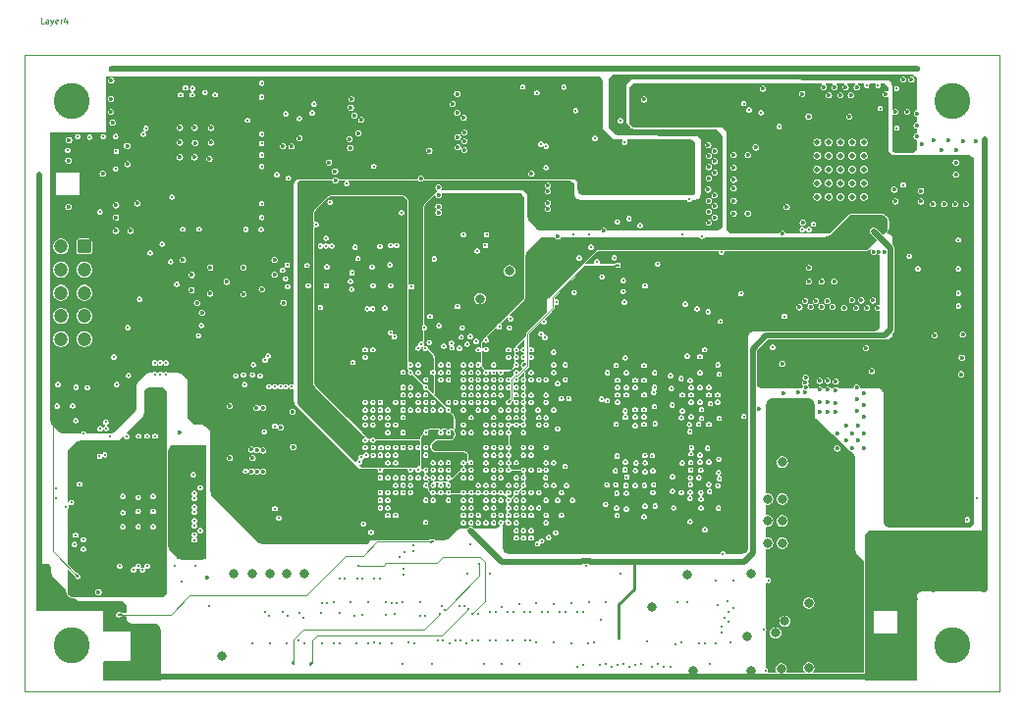
<source format=gbr>
%TF.GenerationSoftware,KiCad,Pcbnew,7.99.0-3958-g1df84f4d92*%
%TF.CreationDate,2023-12-24T01:25:56+01:00*%
%TF.ProjectId,SBC,5342432e-6b69-4636-9164-5f7063625858,rev?*%
%TF.SameCoordinates,Original*%
%TF.FileFunction,Copper,L4,Inr*%
%TF.FilePolarity,Positive*%
%FSLAX46Y46*%
G04 Gerber Fmt 4.6, Leading zero omitted, Abs format (unit mm)*
G04 Created by KiCad (PCBNEW 7.99.0-3958-g1df84f4d92) date 2023-12-24 01:25:56*
%MOMM*%
%LPD*%
G01*
G04 APERTURE LIST*
G04 Aperture macros list*
%AMRoundRect*
0 Rectangle with rounded corners*
0 $1 Rounding radius*
0 $2 $3 $4 $5 $6 $7 $8 $9 X,Y pos of 4 corners*
0 Add a 4 corners polygon primitive as box body*
4,1,4,$2,$3,$4,$5,$6,$7,$8,$9,$2,$3,0*
0 Add four circle primitives for the rounded corners*
1,1,$1+$1,$2,$3*
1,1,$1+$1,$4,$5*
1,1,$1+$1,$6,$7*
1,1,$1+$1,$8,$9*
0 Add four rect primitives between the rounded corners*
20,1,$1+$1,$2,$3,$4,$5,0*
20,1,$1+$1,$4,$5,$6,$7,0*
20,1,$1+$1,$6,$7,$8,$9,0*
20,1,$1+$1,$8,$9,$2,$3,0*%
G04 Aperture macros list end*
%ADD10C,0.100000*%
%TA.AperFunction,NonConductor*%
%ADD11C,0.100000*%
%TD*%
%TA.AperFunction,ComponentPad*%
%ADD12RoundRect,0.250000X-0.350000X0.350000X-0.350000X-0.350000X0.350000X-0.350000X0.350000X0.350000X0*%
%TD*%
%TA.AperFunction,ComponentPad*%
%ADD13C,1.200000*%
%TD*%
%TA.AperFunction,ComponentPad*%
%ADD14C,0.300000*%
%TD*%
%TA.AperFunction,ComponentPad*%
%ADD15C,3.100000*%
%TD*%
%TA.AperFunction,ComponentPad*%
%ADD16C,0.500000*%
%TD*%
%TA.AperFunction,ViaPad*%
%ADD17C,0.800000*%
%TD*%
%TA.AperFunction,ViaPad*%
%ADD18C,0.300000*%
%TD*%
%TA.AperFunction,ViaPad*%
%ADD19C,0.360000*%
%TD*%
%TA.AperFunction,Conductor*%
%ADD20C,0.110000*%
%TD*%
%TA.AperFunction,Conductor*%
%ADD21C,0.500000*%
%TD*%
%TA.AperFunction,Conductor*%
%ADD22C,0.250000*%
%TD*%
%TA.AperFunction,Profile*%
%ADD23C,0.100000*%
%TD*%
G04 APERTURE END LIST*
D10*
D11*
X59200412Y-74851623D02*
X58962317Y-74851623D01*
X58962317Y-74851623D02*
X58962317Y-74351623D01*
X59581365Y-74851623D02*
X59581365Y-74589718D01*
X59581365Y-74589718D02*
X59557555Y-74542099D01*
X59557555Y-74542099D02*
X59509936Y-74518290D01*
X59509936Y-74518290D02*
X59414698Y-74518290D01*
X59414698Y-74518290D02*
X59367079Y-74542099D01*
X59581365Y-74827814D02*
X59533746Y-74851623D01*
X59533746Y-74851623D02*
X59414698Y-74851623D01*
X59414698Y-74851623D02*
X59367079Y-74827814D01*
X59367079Y-74827814D02*
X59343270Y-74780194D01*
X59343270Y-74780194D02*
X59343270Y-74732575D01*
X59343270Y-74732575D02*
X59367079Y-74684956D01*
X59367079Y-74684956D02*
X59414698Y-74661147D01*
X59414698Y-74661147D02*
X59533746Y-74661147D01*
X59533746Y-74661147D02*
X59581365Y-74637337D01*
X59771841Y-74518290D02*
X59890889Y-74851623D01*
X60009936Y-74518290D02*
X59890889Y-74851623D01*
X59890889Y-74851623D02*
X59843270Y-74970671D01*
X59843270Y-74970671D02*
X59819460Y-74994480D01*
X59819460Y-74994480D02*
X59771841Y-75018290D01*
X60390888Y-74827814D02*
X60343269Y-74851623D01*
X60343269Y-74851623D02*
X60248031Y-74851623D01*
X60248031Y-74851623D02*
X60200412Y-74827814D01*
X60200412Y-74827814D02*
X60176603Y-74780194D01*
X60176603Y-74780194D02*
X60176603Y-74589718D01*
X60176603Y-74589718D02*
X60200412Y-74542099D01*
X60200412Y-74542099D02*
X60248031Y-74518290D01*
X60248031Y-74518290D02*
X60343269Y-74518290D01*
X60343269Y-74518290D02*
X60390888Y-74542099D01*
X60390888Y-74542099D02*
X60414698Y-74589718D01*
X60414698Y-74589718D02*
X60414698Y-74637337D01*
X60414698Y-74637337D02*
X60176603Y-74684956D01*
X60628983Y-74851623D02*
X60628983Y-74518290D01*
X60628983Y-74613528D02*
X60652793Y-74565909D01*
X60652793Y-74565909D02*
X60676602Y-74542099D01*
X60676602Y-74542099D02*
X60724221Y-74518290D01*
X60724221Y-74518290D02*
X60771840Y-74518290D01*
X61152793Y-74518290D02*
X61152793Y-74851623D01*
X61033745Y-74327814D02*
X60914698Y-74684956D01*
X60914698Y-74684956D02*
X61224221Y-74684956D01*
D12*
%TO.N,Net-(J3-Pin_1)*%
%TO.C,J3*%
X62677481Y-94118014D03*
D13*
%TO.N,JTAG_TMS*%
X60677481Y-94118014D03*
%TO.N,GND*%
X62677481Y-96118014D03*
%TO.N,JTAG_TCK*%
X60677481Y-96118014D03*
%TO.N,GND*%
X62677481Y-98118014D03*
%TO.N,JTAG_TDO*%
X60677481Y-98118014D03*
%TO.N,Net-(J3-Pin_7)*%
X62677481Y-100118014D03*
%TO.N,JTAG_TDI*%
X60677481Y-100118014D03*
%TO.N,Net-(J3-Pin_9)*%
X62677481Y-102118014D03*
%TO.N,Net-(D9-K)*%
X60677481Y-102118014D03*
%TD*%
D14*
%TO.N,GND*%
%TO.C,U6*%
X68751281Y-105159014D03*
X69251281Y-105159014D03*
X69751281Y-105159014D03*
X68751281Y-104159014D03*
X69251281Y-104159014D03*
X69751281Y-104159014D03*
%TD*%
D15*
%TO.N,Net-(C289-Pad1)*%
%TO.C,H3*%
X61565481Y-81545014D03*
%TD*%
%TO.N,Net-(C287-Pad1)*%
%TO.C,H1*%
X137565481Y-81545014D03*
%TD*%
%TO.N,Net-(C288-Pad1)*%
%TO.C,H2*%
X61565481Y-128545014D03*
%TD*%
D16*
%TO.N,GND*%
%TO.C,U1*%
X125893462Y-85120028D03*
X125893462Y-86295028D03*
X125893462Y-87470028D03*
X125893462Y-88645028D03*
X125893462Y-89820028D03*
X126893462Y-85120028D03*
X126893462Y-86295028D03*
X126893462Y-87470028D03*
X126893462Y-88645028D03*
X126893462Y-89820028D03*
X127893462Y-85120028D03*
X127893462Y-86295028D03*
X127893462Y-87470028D03*
X127893462Y-88645028D03*
X127893462Y-89820028D03*
X128893462Y-85120028D03*
X128893462Y-86295028D03*
X128893462Y-87470028D03*
X128893462Y-88645028D03*
X128893462Y-89820028D03*
X129893462Y-85120028D03*
X129893462Y-86295028D03*
X129893462Y-87470028D03*
X129893462Y-88645028D03*
X129893462Y-89820028D03*
%TD*%
D15*
%TO.N,Net-(C290-Pad1)*%
%TO.C,H4*%
X137565481Y-128545014D03*
%TD*%
D17*
%TO.N,GND*%
X122880481Y-112736014D03*
D18*
X77977481Y-81218014D03*
X140318681Y-120409414D03*
X58693462Y-96720028D03*
X114895000Y-110101400D03*
D19*
X128885481Y-98766014D03*
X116543462Y-92057528D03*
D18*
X79125481Y-116746014D03*
D19*
X102650481Y-88857014D03*
X65120000Y-83430400D03*
D18*
X68620000Y-115692900D03*
D19*
X64970216Y-82503204D03*
D18*
X96020000Y-108880400D03*
X104693462Y-78720028D03*
D19*
X129893462Y-110220028D03*
D18*
X72685081Y-131376614D03*
D19*
X122943462Y-106770028D03*
D18*
X58683081Y-92902214D03*
X140343462Y-108370028D03*
D19*
X126443462Y-80370028D03*
D18*
X58693462Y-101720028D03*
X92770000Y-112780400D03*
D17*
X114665481Y-122457014D03*
D19*
X79090181Y-95269314D03*
D18*
X71693462Y-78720028D03*
X62120000Y-84630400D03*
X83611081Y-95876214D03*
X97165481Y-130179514D03*
X111776400Y-106730000D03*
X72300000Y-121712900D03*
X140343462Y-104370028D03*
D19*
X130193462Y-99420028D03*
D18*
X117435000Y-105148400D03*
X65377481Y-84618014D03*
D19*
X79832321Y-85458099D03*
X134818462Y-90225028D03*
D18*
X140318681Y-114409414D03*
X89520000Y-111480400D03*
X103495000Y-105955400D03*
X91470000Y-107580400D03*
X101220000Y-104980400D03*
D17*
X125165481Y-124900514D03*
D18*
X78600000Y-106225000D03*
D17*
X137365481Y-120520028D03*
D18*
X100570000Y-108880400D03*
X90043481Y-91196014D03*
X113420000Y-113980400D03*
D19*
X59515481Y-125070014D03*
X135870000Y-90470400D03*
D18*
X113420000Y-115230400D03*
X113670000Y-128430900D03*
X96020000Y-116030400D03*
D19*
X85728981Y-81410014D03*
D18*
X140318681Y-117409414D03*
X99270000Y-110180400D03*
X140318681Y-122409414D03*
X92120000Y-108230400D03*
X140343462Y-101415014D03*
X140320000Y-85230400D03*
X129693462Y-131370028D03*
X82677481Y-92212014D03*
X140320000Y-89430400D03*
X79600000Y-106225000D03*
X58693462Y-97720028D03*
X88693462Y-131370028D03*
X99270000Y-111480400D03*
X76777481Y-83218014D03*
X106165481Y-128346014D03*
X67320000Y-118292900D03*
X96020000Y-107580400D03*
D19*
X72202481Y-83873014D03*
X135890481Y-123770014D03*
X67249481Y-90392014D03*
D18*
X65227481Y-103668014D03*
D17*
X122880481Y-119721014D03*
D19*
X129243462Y-99420028D03*
D18*
X90693462Y-78720028D03*
D19*
X70932481Y-85143014D03*
X64715481Y-125720014D03*
D18*
X97320000Y-113430400D03*
X58683081Y-93902214D03*
X91693462Y-78720028D03*
X66020000Y-115692900D03*
X108923000Y-83253014D03*
X138843462Y-120720028D03*
X97320000Y-109530400D03*
X132749481Y-80475014D03*
X92871481Y-95198014D03*
X58693462Y-122720028D03*
X58693462Y-98720028D03*
X122693462Y-78720028D03*
D19*
X85565481Y-84830900D03*
D18*
X99465481Y-100345014D03*
X77977481Y-85218014D03*
X97320000Y-112130400D03*
X58693462Y-117720028D03*
X86693462Y-131370028D03*
D19*
X124855962Y-98820028D03*
X134436481Y-78782014D03*
D17*
X137365481Y-122395014D03*
D18*
X65720000Y-121730400D03*
X114133000Y-105529400D03*
X80693462Y-131370028D03*
X111920000Y-116530400D03*
X110196000Y-109593400D03*
X95365481Y-93095014D03*
X140320000Y-86230400D03*
X100165481Y-130179514D03*
D19*
X128343462Y-80370028D03*
D18*
X65444481Y-85905014D03*
X92120000Y-117930400D03*
X116693462Y-131370028D03*
D19*
X64715481Y-131245014D03*
D17*
X111665481Y-125233014D03*
D18*
X88220000Y-114080400D03*
D19*
X137160191Y-84971449D03*
D18*
X123693462Y-78720028D03*
X95693462Y-78720028D03*
D19*
X64986726Y-81372269D03*
D18*
X87693462Y-131370028D03*
X131693462Y-131370028D03*
X109149481Y-98001014D03*
X58693462Y-120720028D03*
X101220000Y-103680400D03*
D19*
X67790481Y-128545014D03*
X127593462Y-111570028D03*
D18*
X127693462Y-131370028D03*
X90820000Y-114080400D03*
X115784000Y-107561400D03*
X111044681Y-97519814D03*
X106191681Y-124832214D03*
X92770000Y-108230400D03*
D17*
X115165481Y-130745014D03*
D19*
X117043462Y-90607528D03*
X124878462Y-106733429D03*
D18*
X87643481Y-87196014D03*
D19*
X136825000Y-90470400D03*
D18*
X96020000Y-104330400D03*
X138843462Y-121720028D03*
X119693462Y-131370028D03*
X133840481Y-94970014D03*
X58683081Y-90902214D03*
X90170000Y-106930400D03*
X107665481Y-130146014D03*
D19*
X128893462Y-110220028D03*
D18*
X101930500Y-113435280D03*
D19*
X85982981Y-82807014D03*
D18*
X81985481Y-97501814D03*
X63153481Y-84666014D03*
X101870000Y-108880400D03*
X99270000Y-114730400D03*
X108545000Y-109466400D03*
D19*
X72227481Y-85168014D03*
D18*
X129621481Y-78747814D03*
D19*
X127393462Y-80370028D03*
D18*
X132693462Y-131370028D03*
X130693462Y-131370028D03*
X68620000Y-116992900D03*
X92762384Y-104976717D03*
X140343462Y-107370028D03*
X114903881Y-115866014D03*
X140343462Y-112370028D03*
X85693462Y-78720028D03*
X90163035Y-124848460D03*
D19*
X85677481Y-82118014D03*
D18*
X102520000Y-116030400D03*
X114937279Y-105665169D03*
X103143681Y-103230400D03*
D17*
X131365481Y-129395014D03*
D18*
X125621481Y-78747814D03*
X77944481Y-92635014D03*
X118693462Y-131370028D03*
D19*
X117043462Y-87757528D03*
D18*
X114693462Y-78720028D03*
X87165481Y-124846014D03*
X89122881Y-97501814D03*
X79693462Y-78720028D03*
D19*
X126255962Y-99320028D03*
D18*
X102720000Y-119230400D03*
X89520000Y-117330400D03*
X72577481Y-92618014D03*
D17*
X123093462Y-126470028D03*
D18*
X108672000Y-107561400D03*
D19*
X73472481Y-86540014D03*
D18*
X140343462Y-105370028D03*
X58693462Y-107720028D03*
X87420000Y-118780400D03*
X99920000Y-107580400D03*
X117693462Y-78720028D03*
D19*
X91697981Y-88268014D03*
D18*
X103693462Y-131370028D03*
X85846281Y-104131214D03*
X140343462Y-90370028D03*
X109693462Y-131370028D03*
X98665481Y-125230014D03*
D17*
X99358481Y-96223014D03*
D18*
X67320000Y-115792900D03*
X69412481Y-93895014D03*
X140320000Y-88630400D03*
X96670000Y-117330400D03*
D19*
X77100000Y-113525000D03*
X124878462Y-105896627D03*
D18*
X72693462Y-78720028D03*
X94070000Y-114730400D03*
X140318681Y-123409414D03*
D19*
X65690481Y-126695014D03*
X129893462Y-106820028D03*
D18*
X117165481Y-122946014D03*
D19*
X93221981Y-89030014D03*
D18*
X92120000Y-112130400D03*
X91470000Y-104330400D03*
X97320000Y-111480400D03*
X95370000Y-109530400D03*
X140343462Y-92370028D03*
X109327626Y-103711393D03*
D19*
X131818462Y-80965028D03*
D18*
X103165481Y-128290514D03*
D19*
X101253481Y-87841014D03*
X126893462Y-81070028D03*
D18*
X102076286Y-85275614D03*
X115670000Y-114080400D03*
D17*
X121610481Y-115911014D03*
D18*
X96693462Y-131370028D03*
X117611081Y-94613814D03*
X89693462Y-78720028D03*
D19*
X64715481Y-130270014D03*
D18*
X96020000Y-110180400D03*
D19*
X61313481Y-86699014D03*
X124893462Y-106320028D03*
D18*
X97320000Y-114730400D03*
X117420000Y-112480400D03*
X121665481Y-122946014D03*
D19*
X131205962Y-94570028D03*
D18*
X68693462Y-78720028D03*
X110255681Y-112792614D03*
D19*
X128655962Y-82920028D03*
D18*
X58693462Y-95720028D03*
X71177481Y-92618014D03*
X114265481Y-93065014D03*
X94865481Y-99295014D03*
X92693462Y-131370028D03*
X86770000Y-118080400D03*
X66020000Y-117092900D03*
D19*
X134847962Y-89325028D03*
D18*
X99920000Y-105630400D03*
X86693462Y-78720028D03*
X115770000Y-112130400D03*
D19*
X124243462Y-106720028D03*
D18*
X90170000Y-108880400D03*
X109470000Y-114030400D03*
X99270000Y-108880400D03*
X104915481Y-98096014D03*
D19*
X70932481Y-86413014D03*
X132622481Y-82507014D03*
X73527281Y-98187614D03*
D18*
X99270000Y-117980400D03*
X58693462Y-102720028D03*
X80277481Y-88212014D03*
D19*
X130693462Y-98770028D03*
D18*
X81883881Y-95749214D03*
D19*
X84339551Y-88405134D03*
D18*
X130138591Y-80221514D03*
D19*
X128793462Y-81070028D03*
X75251687Y-112374401D03*
X127893462Y-81070028D03*
D18*
X58693462Y-116720028D03*
X106714481Y-84784014D03*
X107783000Y-105021400D03*
X91665481Y-124846014D03*
X119315481Y-98195014D03*
D19*
X129393462Y-109620028D03*
D18*
X140343462Y-100415014D03*
X97970000Y-114080400D03*
D19*
X107476481Y-92774514D03*
X135971471Y-84971449D03*
D18*
X97970000Y-113430400D03*
X79100000Y-106225000D03*
X113371000Y-107815400D03*
X92665481Y-130141495D03*
X58693462Y-112720028D03*
D19*
X131143462Y-99420028D03*
D18*
X87570000Y-103030400D03*
D19*
X66377481Y-85418014D03*
D18*
X95370000Y-110180400D03*
X89693462Y-131370028D03*
D19*
X117043462Y-89707528D03*
D18*
X117370000Y-113630400D03*
X103320000Y-118830400D03*
X104693462Y-131370028D03*
X95693462Y-131370028D03*
D19*
X138720000Y-90470400D03*
D17*
X125165481Y-130516014D03*
D18*
X116546000Y-109466400D03*
D19*
X129693462Y-98770028D03*
X134265481Y-131245014D03*
D17*
X133365481Y-129395014D03*
D19*
X93221981Y-89665014D03*
X124355962Y-99370028D03*
D18*
X124693462Y-131370028D03*
X95265481Y-101145014D03*
D19*
X95472286Y-84285014D03*
D18*
X92025481Y-101145014D03*
X140318681Y-121409414D03*
X86165481Y-128346014D03*
X116673000Y-107688400D03*
X87665481Y-128335014D03*
X88870000Y-112780400D03*
X100570000Y-103680400D03*
X58693462Y-99720028D03*
D17*
X133365481Y-122395014D03*
D18*
X94070000Y-110180400D03*
X82477481Y-81818014D03*
X76693462Y-131370028D03*
X94165481Y-128369014D03*
D19*
X65003236Y-79779054D03*
D18*
X58683081Y-91902214D03*
D17*
X122880481Y-117816014D03*
D18*
X123693462Y-131370028D03*
X104665481Y-128346014D03*
D19*
X125755962Y-98820028D03*
D18*
X100175481Y-124965014D03*
D19*
X76402681Y-95936814D03*
X72202481Y-86413014D03*
D18*
X113693462Y-131370028D03*
X77165481Y-128346014D03*
D17*
X122783992Y-130606543D03*
D18*
X140343462Y-93370028D03*
X58835481Y-87841014D03*
D19*
X92436481Y-85855014D03*
X129893462Y-107820028D03*
D18*
X58693462Y-100720028D03*
X117693462Y-131370028D03*
X105693462Y-78720028D03*
X140343462Y-110370028D03*
D19*
X65882500Y-124890400D03*
X94903481Y-84666014D03*
D18*
X103155481Y-125016014D03*
X138843462Y-119720028D03*
X70685081Y-131376614D03*
X83693462Y-131370028D03*
X99270000Y-117330400D03*
X93693462Y-131370028D03*
X140343462Y-102370028D03*
X105376567Y-95098792D03*
D19*
X73599481Y-83873014D03*
D18*
X100570000Y-113430400D03*
X100693462Y-131370028D03*
X94693462Y-131370028D03*
X140265481Y-98545014D03*
X120693462Y-131370028D03*
X58693462Y-119720028D03*
X101220000Y-118630400D03*
D19*
X139611926Y-85053999D03*
X126755962Y-98820028D03*
D18*
X116665481Y-130146014D03*
D19*
X138505756Y-85020979D03*
D18*
X138843462Y-123720028D03*
D19*
X129893462Y-108820028D03*
D18*
X58693462Y-109720028D03*
X94070000Y-112780400D03*
D19*
X117043462Y-85857528D03*
D18*
X83693462Y-78720028D03*
X67458329Y-98660965D03*
X108672000Y-106291400D03*
D19*
X86315481Y-84331014D03*
X133615481Y-78782014D03*
D18*
X68620000Y-118292900D03*
X107665481Y-124845014D03*
D19*
X120565481Y-85577528D03*
D18*
X94693462Y-78720028D03*
X140343462Y-113370028D03*
X87693462Y-78720028D03*
X58693462Y-103720028D03*
D17*
X135365481Y-122395014D03*
D18*
X77977481Y-91618014D03*
D17*
X131365481Y-120520028D03*
D18*
X101665481Y-128290514D03*
D19*
X102650481Y-89365014D03*
X116543462Y-91107528D03*
X116493462Y-89207528D03*
D18*
X109265481Y-98918014D03*
X120693462Y-78720028D03*
D19*
X64715481Y-126695014D03*
D18*
X75693462Y-131370028D03*
D19*
X67315481Y-127345014D03*
X77546846Y-108071846D03*
D18*
X102520000Y-114730400D03*
X140318681Y-116409414D03*
D19*
X84323041Y-87629164D03*
D18*
X92490481Y-100151014D03*
X77693462Y-78720028D03*
X82693462Y-131370028D03*
X98693462Y-131370028D03*
X92120000Y-114730400D03*
X81693462Y-78720028D03*
X131621481Y-78747814D03*
D19*
X65003236Y-78887514D03*
D18*
X104047481Y-80348014D03*
D19*
X117043462Y-86757528D03*
D18*
X109645481Y-91727028D03*
X115784000Y-103624400D03*
X75693462Y-78720028D03*
X97693462Y-131370028D03*
X140318681Y-119409414D03*
X108693462Y-131370028D03*
D19*
X128185481Y-99416014D03*
D18*
X108693462Y-78720028D03*
X62640000Y-110292900D03*
D19*
X94903481Y-85555014D03*
D18*
X93420000Y-110180400D03*
X67320000Y-116992900D03*
X87573481Y-97502314D03*
X86920000Y-103680400D03*
X140343462Y-103370028D03*
D19*
X134315481Y-128495014D03*
X102650481Y-90889014D03*
D18*
X94070000Y-108230400D03*
D19*
X132505962Y-89220028D03*
D18*
X110693462Y-131370028D03*
X140343462Y-109370028D03*
X101693462Y-131370028D03*
X88250981Y-111492900D03*
D19*
X61313481Y-90699014D03*
D18*
X102693462Y-131370028D03*
D19*
X63415481Y-125070014D03*
X128893462Y-111570028D03*
D17*
X121610481Y-119721014D03*
D19*
X123255962Y-90720028D03*
X65427481Y-92768014D03*
D18*
X64320000Y-84630400D03*
X97320000Y-110180400D03*
D19*
X134265481Y-123770014D03*
X86565481Y-83188014D03*
X137780000Y-90470400D03*
X73552681Y-95936814D03*
X124893462Y-105470028D03*
X67315481Y-129945014D03*
D18*
X91470000Y-114080400D03*
X90820000Y-111480400D03*
D17*
X96808481Y-98623014D03*
D18*
X73693462Y-78720028D03*
D19*
X116543462Y-88207528D03*
D18*
X96565481Y-94495014D03*
X90170000Y-104980400D03*
X97970000Y-104330400D03*
X108626800Y-112216400D03*
D19*
X70932481Y-83873014D03*
D18*
X77977481Y-87218014D03*
X111855881Y-105020214D03*
X90170000Y-106280400D03*
X115055481Y-111486014D03*
X78693462Y-131370028D03*
D19*
X121193462Y-80497528D03*
X134465962Y-84630028D03*
X134465962Y-83680028D03*
X76402681Y-98236814D03*
D18*
X78665481Y-128346014D03*
D19*
X129893462Y-111570028D03*
D18*
X115870000Y-115917273D03*
X99693462Y-78720028D03*
X138065481Y-96045014D03*
D19*
X81252181Y-84789444D03*
D18*
X66693462Y-78720028D03*
D19*
X94456286Y-81821214D03*
D17*
X135365481Y-120520028D03*
D19*
X130755962Y-94570028D03*
D18*
X140343462Y-111370028D03*
D19*
X120868462Y-108170028D03*
D18*
X58693462Y-114720028D03*
X138083481Y-98144414D03*
D19*
X95472286Y-85809014D03*
D18*
X140265481Y-99445014D03*
X138843462Y-122720028D03*
X103693462Y-78720028D03*
X88665481Y-124846014D03*
D19*
X65427481Y-90568014D03*
D18*
X92770000Y-114730400D03*
X67693462Y-78720028D03*
D19*
X62440481Y-125070014D03*
D18*
X70693462Y-78720028D03*
X69693462Y-78720028D03*
X115693462Y-78720028D03*
X83165481Y-128346014D03*
X101220000Y-117330400D03*
X105693462Y-131370028D03*
X112693462Y-78720028D03*
D19*
X124643462Y-92050028D03*
D18*
X61970281Y-106264814D03*
X99270000Y-112130400D03*
X74693462Y-78720028D03*
X66020000Y-118292900D03*
X93420000Y-108230400D03*
D17*
X119855481Y-127755014D03*
X133365481Y-124395014D03*
X75590481Y-122345014D03*
D18*
X98693462Y-78720028D03*
D19*
X66417481Y-87018014D03*
D18*
X92770000Y-107580400D03*
D19*
X83794721Y-86869704D03*
D18*
X92120000Y-106930400D03*
X76619481Y-92635014D03*
D19*
X133290481Y-79713014D03*
D18*
X99270000Y-103030400D03*
X67685081Y-131376614D03*
X96670000Y-114730400D03*
D17*
X74523872Y-129442223D03*
D18*
X106693462Y-131370028D03*
X108620000Y-115430400D03*
X89046681Y-95698414D03*
D19*
X122865353Y-104250528D03*
D18*
X58693462Y-104720028D03*
D19*
X116543462Y-87257528D03*
D18*
X83560281Y-97501814D03*
X88870000Y-109530400D03*
X111847000Y-107942400D03*
X107620000Y-116380400D03*
X122693462Y-131370028D03*
X60420000Y-106018462D03*
D19*
X85601981Y-85601014D03*
D18*
X140343462Y-94370028D03*
X116693462Y-78720028D03*
X93420000Y-114730400D03*
X113693462Y-78720028D03*
D17*
X120165481Y-130745014D03*
D18*
X93420000Y-112780400D03*
X114693462Y-131370028D03*
X100570000Y-109530400D03*
X101220000Y-112130400D03*
X99693462Y-131370028D03*
D19*
X80567016Y-85474609D03*
D18*
X89520000Y-107580400D03*
D19*
X128393462Y-109620028D03*
X131705962Y-94570028D03*
D18*
X98665481Y-130195014D03*
D19*
X72400881Y-99000414D03*
D18*
X68685081Y-131376614D03*
D17*
X80165481Y-122345014D03*
D18*
X99270000Y-103680400D03*
D19*
X73242500Y-122730400D03*
X65690481Y-131245014D03*
D18*
X97970000Y-114730400D03*
X100693462Y-78720028D03*
X65377481Y-87418014D03*
X140343462Y-106370028D03*
X109165481Y-130146014D03*
X101693462Y-78720028D03*
X96020000Y-112780400D03*
X77977481Y-80018014D03*
X117434996Y-108958400D03*
X97970000Y-107580400D03*
X92120000Y-111480400D03*
D17*
X133365481Y-120520028D03*
D19*
X116493462Y-85357528D03*
D18*
X112165481Y-130146014D03*
X139643462Y-115870028D03*
X97970000Y-117330400D03*
D19*
X74952681Y-97174314D03*
X63920000Y-123952900D03*
X61375481Y-84920014D03*
D18*
X83539924Y-93381971D03*
X130621481Y-78747814D03*
D19*
X134493826Y-82618774D03*
D18*
X58693462Y-110720028D03*
D19*
X65427481Y-91618014D03*
D18*
X100570000Y-116680400D03*
X101220000Y-107580400D03*
X80588481Y-106214014D03*
X95370000Y-117980400D03*
D17*
X121610481Y-117816014D03*
D18*
X99920000Y-114080400D03*
X99270000Y-115380400D03*
D19*
X79620000Y-109730400D03*
D18*
X90693462Y-131370028D03*
X102693462Y-78720028D03*
D17*
X131365481Y-124395014D03*
D18*
X131138591Y-80221514D03*
X140320000Y-87830400D03*
D19*
X116543462Y-90157528D03*
D18*
X58693462Y-115720028D03*
D19*
X72831281Y-99838614D03*
D18*
X140343462Y-95370028D03*
D19*
X127593462Y-110220028D03*
D18*
X107693462Y-78720028D03*
D19*
X78100000Y-113525000D03*
D18*
X84665481Y-128346014D03*
X91693462Y-131370028D03*
D19*
X125305962Y-99320028D03*
D18*
X82693462Y-78720028D03*
X58683081Y-88902214D03*
X99920000Y-116680400D03*
D19*
X122880000Y-93030400D03*
D18*
X109693462Y-78720028D03*
X111693462Y-78720028D03*
D19*
X102650481Y-90381014D03*
D18*
X117308000Y-106926400D03*
X69685081Y-131376614D03*
D19*
X129293462Y-80370028D03*
D18*
X121693462Y-78720028D03*
X126621481Y-78747814D03*
X128621481Y-78747814D03*
D19*
X93221981Y-91189014D03*
D17*
X122295481Y-127475014D03*
D18*
X88693462Y-78720028D03*
X121693462Y-131370028D03*
X87497281Y-95901614D03*
X85665481Y-124846014D03*
X102520000Y-111480400D03*
X100570000Y-118630400D03*
X77693462Y-131370028D03*
X93693462Y-78720028D03*
X109149481Y-97051014D03*
X61248481Y-85809014D03*
X140318681Y-115409414D03*
X91470000Y-108230400D03*
D19*
X129293462Y-107320028D03*
D18*
X140320000Y-87030400D03*
X133693462Y-131370028D03*
D19*
X116543462Y-86307528D03*
D18*
X102515481Y-85445014D03*
X70245481Y-89835014D03*
X77977481Y-84418014D03*
X80693462Y-78720028D03*
X70657081Y-97374814D03*
X124621481Y-78747814D03*
X107693462Y-131370028D03*
X101665481Y-124946014D03*
D17*
X81665481Y-122345014D03*
D18*
X66450000Y-101120000D03*
X138843462Y-117720028D03*
D19*
X94837286Y-80932214D03*
D18*
X127621481Y-78747814D03*
X111693462Y-131370028D03*
D17*
X131365481Y-122395014D03*
D19*
X80700000Y-111425000D03*
D18*
X78693462Y-78720028D03*
X138065481Y-93545014D03*
X76693462Y-78720028D03*
X107275000Y-107307400D03*
X93477481Y-125143014D03*
X89520000Y-112780400D03*
D19*
X70885681Y-110201814D03*
X93221981Y-90681014D03*
D18*
X79693462Y-131370028D03*
X71685081Y-131376614D03*
X140265481Y-97545014D03*
X84693462Y-131370028D03*
D17*
X122880481Y-115911014D03*
D18*
X58693462Y-113720028D03*
X97693462Y-78720028D03*
X115693462Y-131370028D03*
X90170000Y-111480400D03*
D19*
X133638481Y-82507014D03*
D18*
X58693462Y-121720028D03*
D19*
X129293462Y-108320028D03*
D18*
X140318681Y-118409414D03*
X113303000Y-106374200D03*
X132621481Y-78747814D03*
X110204881Y-105655214D03*
X110665481Y-130146014D03*
D19*
X134365481Y-124545014D03*
D18*
X91470000Y-113430400D03*
X58683081Y-94902214D03*
X95052481Y-125168014D03*
X112693462Y-131370028D03*
X58683081Y-89902214D03*
X92120000Y-107580400D03*
D17*
X77165481Y-122345014D03*
D18*
X58693462Y-111720028D03*
X106693462Y-78720028D03*
X96693462Y-78720028D03*
X92120000Y-110180400D03*
X90165481Y-130125514D03*
D19*
X94837286Y-82583214D03*
D18*
X115657000Y-109466400D03*
D19*
X129293462Y-106320028D03*
D18*
X81665481Y-128346014D03*
X110196000Y-108196400D03*
X110693462Y-78720028D03*
X62945000Y-106308462D03*
D19*
X134019481Y-79713014D03*
D18*
X58693462Y-124720028D03*
D19*
X127205962Y-99320028D03*
D18*
X90170000Y-110180400D03*
D19*
X60490481Y-125070014D03*
D18*
X119693462Y-78720028D03*
X95665481Y-128345014D03*
X80080481Y-106214014D03*
D19*
X73599481Y-85143014D03*
D18*
X58693462Y-123720028D03*
X116420000Y-111530400D03*
D19*
X117043462Y-91607528D03*
D18*
X58693462Y-108720028D03*
X111720000Y-113480400D03*
D19*
X65690481Y-130270014D03*
D18*
X109290481Y-85120014D03*
X99270000Y-108230400D03*
X99270000Y-112780400D03*
X58693462Y-105720028D03*
D19*
X80650000Y-108375000D03*
D18*
X71062500Y-123040400D03*
X80165481Y-128346014D03*
X95370000Y-112780400D03*
D19*
X103539481Y-93241014D03*
D18*
X84693462Y-78720028D03*
X118693462Y-78720028D03*
X99270000Y-109530400D03*
X111770000Y-114680400D03*
X84165481Y-124846014D03*
D19*
X134893462Y-85277528D03*
D18*
X104665481Y-124919514D03*
D17*
X78665481Y-122345014D03*
D18*
X92693462Y-78720028D03*
X138843462Y-118720028D03*
X117534881Y-100582814D03*
X97320000Y-112780400D03*
X66685081Y-131376614D03*
X77977481Y-90418014D03*
X100570000Y-112130400D03*
X103377481Y-98918014D03*
D19*
X64262481Y-87829014D03*
X129393462Y-110870028D03*
D18*
X74685081Y-131376614D03*
X81693462Y-131370028D03*
X65470000Y-106018462D03*
D17*
X120165481Y-122345014D03*
D18*
X73685081Y-131376614D03*
D19*
X66677481Y-92768014D03*
X95472286Y-85047014D03*
D18*
X108470000Y-113480400D03*
X91470000Y-111480400D03*
X117320000Y-114780400D03*
D19*
X61465481Y-125070014D03*
D18*
X140265481Y-96445014D03*
X95370000Y-108230400D03*
D19*
X95411481Y-83015014D03*
D18*
X58693462Y-118720028D03*
X58693462Y-106720028D03*
X118665481Y-122946014D03*
X77977481Y-86218014D03*
X85693462Y-131370028D03*
D19*
X128393462Y-110870028D03*
D18*
X140343462Y-91370028D03*
%TO.N,GBE0_MDI3_N*%
X72185800Y-119455400D03*
%TO.N,GBE0_MDI3_P*%
X72186800Y-119005400D03*
%TO.N,/IO/LED0*%
X67320000Y-121730400D03*
%TO.N,/IO/LED1*%
X66920000Y-122030400D03*
%TO.N,GBE0_MDI2_N*%
X72186800Y-118255400D03*
%TO.N,GBE0_MDI2_P*%
X72186800Y-117805400D03*
%TO.N,/MPU/VDDA_0P9*%
X97970898Y-108878794D03*
%TO.N,GBE0_MDI1_N*%
X72186800Y-117055400D03*
%TO.N,GBE0_MDI1_P*%
X72186800Y-116605400D03*
%TO.N,GBE0_MDI0_N*%
X72186800Y-115855400D03*
%TO.N,GBE0_MDI0_P*%
X72186800Y-115405400D03*
%TO.N,3.3V_SW*%
X114865481Y-90045014D03*
D19*
X115420981Y-82803014D03*
X137393462Y-116245028D03*
X133918462Y-108895028D03*
X128693462Y-84407528D03*
X134918462Y-110895028D03*
X115420981Y-82003014D03*
X136918462Y-109895028D03*
X133918462Y-106895028D03*
X131918462Y-109895028D03*
X127493462Y-90557528D03*
X130843462Y-85470028D03*
X129493462Y-84407528D03*
X115420981Y-81203014D03*
X138918462Y-112895028D03*
X133393462Y-117245028D03*
X137918462Y-113895028D03*
X137918462Y-110895028D03*
X138918462Y-111895028D03*
X130843462Y-90557528D03*
X134393462Y-116245028D03*
X124893462Y-89670028D03*
X138918462Y-113895028D03*
X113820981Y-81203014D03*
X132918462Y-110895028D03*
X117156481Y-82775014D03*
X123193462Y-80497528D03*
X135918462Y-106895028D03*
X127638838Y-84403766D03*
X135918462Y-107895028D03*
X133918462Y-109895028D03*
X133393462Y-115245028D03*
X138918462Y-109895028D03*
X132393462Y-115245028D03*
X136918462Y-107895028D03*
X116356481Y-81075014D03*
X134918462Y-106895028D03*
X131918462Y-107895028D03*
X135393462Y-117245028D03*
X130843462Y-87057528D03*
X117156481Y-80275014D03*
X122893462Y-105770028D03*
X113820981Y-82003014D03*
X131918462Y-108895028D03*
X136918462Y-110895028D03*
X136393462Y-117245028D03*
X116356481Y-81875014D03*
X113020981Y-80403014D03*
X115467481Y-80275014D03*
X113020981Y-82003014D03*
X137918462Y-109895028D03*
X124893462Y-88070028D03*
D18*
X117765481Y-120645014D03*
D19*
X136918462Y-108895028D03*
X136393462Y-116245028D03*
X131918462Y-110895028D03*
X130843462Y-87670028D03*
X135393462Y-116245028D03*
X129893462Y-90557528D03*
X125793462Y-84420028D03*
X124893462Y-87357528D03*
D18*
X121915481Y-82820014D03*
D19*
X138918462Y-107895028D03*
X114620981Y-81203014D03*
X137918462Y-107895028D03*
X113020981Y-81203014D03*
X134393462Y-115245028D03*
X137918462Y-112895028D03*
X129093462Y-90557528D03*
X117156481Y-81075014D03*
X131918462Y-106895028D03*
X137393462Y-117245028D03*
X137918462Y-108895028D03*
X116356481Y-82775014D03*
D18*
X99270000Y-107580400D03*
D19*
X132393462Y-116245028D03*
X116356481Y-80275014D03*
X117156481Y-81875014D03*
X130840643Y-89870028D03*
X124893462Y-85870028D03*
X114620981Y-82803014D03*
X114705481Y-80275014D03*
D18*
X137065481Y-91745014D03*
D19*
X134918462Y-108895028D03*
X135393462Y-115245028D03*
X120833500Y-104463796D03*
X126693462Y-84407528D03*
D18*
X101703767Y-80847014D03*
D19*
X136393462Y-115245028D03*
X128293462Y-90557528D03*
X126693462Y-90553941D03*
X132918462Y-108895028D03*
X138918462Y-108895028D03*
X135918462Y-110895028D03*
X135918462Y-109895028D03*
X130840643Y-89070028D03*
X136918462Y-106895028D03*
X137393462Y-115245028D03*
X132393462Y-117245028D03*
D18*
X108715481Y-95745014D03*
D19*
X134918462Y-107895028D03*
X133918462Y-107895028D03*
X134393462Y-117245028D03*
X124893462Y-86670028D03*
X130643462Y-84407528D03*
X132918462Y-109895028D03*
D18*
X109915481Y-80795014D03*
D19*
X124893462Y-88870028D03*
X133918462Y-110895028D03*
X125893462Y-90557528D03*
X137918462Y-111895028D03*
X132918462Y-106895028D03*
X138918462Y-110895028D03*
X137918462Y-106895028D03*
X135918462Y-108895028D03*
X130843462Y-86270028D03*
X134918462Y-109895028D03*
D18*
X134070281Y-100125614D03*
D19*
X113820981Y-80403014D03*
X130840643Y-88470028D03*
X133393462Y-116245028D03*
X114620981Y-82003014D03*
X125093462Y-90557528D03*
X132918462Y-107895028D03*
X138918462Y-106895028D03*
D18*
%TO.N,VBAT*%
X132749481Y-83895014D03*
X121260000Y-127220000D03*
%TO.N,I2C1_SCL*%
X89520000Y-114730400D03*
X106665481Y-128268014D03*
%TO.N,I2C1_SDA*%
X89520000Y-114080400D03*
X107165481Y-130243014D03*
%TO.N,I2C2_SCL*%
X108665481Y-130243014D03*
X72790681Y-100918014D03*
X86027481Y-94168014D03*
X79777481Y-96168014D03*
X90820000Y-115380400D03*
%TO.N,I2C2_SDA*%
X72537481Y-101818014D03*
X80027481Y-96918014D03*
X108165481Y-130431014D03*
X73404983Y-125168014D03*
X85767481Y-96378014D03*
X90170000Y-115380400D03*
%TO.N,I2C3_SCL*%
X109665481Y-130431014D03*
X90820000Y-114730400D03*
%TO.N,I2C3_SDA*%
X110165481Y-130243014D03*
X90170000Y-114080400D03*
%TO.N,USB1_OC*%
X95450344Y-125143014D03*
X92770000Y-116030400D03*
%TO.N,USB1_PWR_EN*%
X96612550Y-125807945D03*
X93420000Y-115380400D03*
%TO.N,UART2_TXD*%
X88870000Y-115380400D03*
X87165481Y-128346014D03*
%TO.N,UART2_RXD*%
X86664800Y-125907800D03*
%TO.N,UART1_TXD*%
X83132981Y-125762514D03*
%TO.N,UART1_RXD*%
X88220000Y-115380400D03*
X84165481Y-128346014D03*
%TO.N,/IO/ENET_2.5V_A*%
X72649566Y-116134784D03*
X71320000Y-112942900D03*
X71845000Y-111492900D03*
X72670481Y-117415414D03*
X72562081Y-119930014D03*
%TO.N,USB2_RX_N*%
X81556777Y-126147177D03*
%TO.N,USB2_RX_P*%
X81203223Y-125793623D03*
%TO.N,USB2_TX_N*%
X80186777Y-125987177D03*
%TO.N,USB2_TX_P*%
X79833223Y-125633623D03*
%TO.N,USB2_DP*%
X78263223Y-125633623D03*
%TO.N,VDD_1V*%
X64002281Y-112233814D03*
X61690881Y-107865014D03*
X72070000Y-113830400D03*
X61952556Y-109139557D03*
X60344681Y-107890414D03*
%TO.N,UART3_RXD*%
X85938081Y-126009400D03*
%TO.N,UART3_TXD*%
X84718800Y-125780800D03*
%TO.N,UART4_RXD*%
X105165481Y-130431014D03*
X88220000Y-116030400D03*
%TO.N,NVCC_DRAM_1V1*%
X118120000Y-105830400D03*
X100570000Y-112780400D03*
X101220000Y-117980400D03*
X109320000Y-117430400D03*
D19*
X128193462Y-97157528D03*
D18*
X114207000Y-117353000D03*
X113445000Y-117302200D03*
X118120000Y-111830400D03*
D19*
X129243462Y-97157528D03*
D18*
X105087698Y-114076115D03*
X111974000Y-108831400D03*
X115784000Y-104386400D03*
X100570000Y-104330400D03*
X115657000Y-110101400D03*
X101870000Y-110180400D03*
X112487600Y-106831600D03*
X101220000Y-114080400D03*
X101870000Y-116030400D03*
X109434000Y-107561400D03*
X101220000Y-106280400D03*
X114133000Y-106291400D03*
X99920000Y-112130400D03*
X107745100Y-116001529D03*
X111720000Y-117330400D03*
X113370000Y-114430400D03*
X112338481Y-115383414D03*
X117920000Y-110030400D03*
X108630000Y-108791400D03*
X113548400Y-115979600D03*
X111847000Y-104386400D03*
X101220000Y-108880400D03*
X118120000Y-115830400D03*
X114260000Y-104259400D03*
X101870000Y-106280400D03*
X113323912Y-108404900D03*
X101220000Y-108230400D03*
X100570000Y-117980400D03*
X107783000Y-105656400D03*
X110789081Y-118101214D03*
X99920000Y-110180400D03*
X110303200Y-114096000D03*
X109434000Y-104386400D03*
X101220000Y-104330400D03*
X102459381Y-108190191D03*
X110477481Y-103488014D03*
X101220000Y-114730400D03*
X109434000Y-109593400D03*
X115680200Y-114660600D03*
D19*
X130343462Y-95957528D03*
X130343462Y-97157528D03*
D18*
X113244000Y-107180400D03*
X101220000Y-116030400D03*
X99920000Y-111480400D03*
X112482000Y-106291400D03*
D19*
X132648462Y-90220028D03*
D18*
X107783000Y-109593400D03*
X115870000Y-117288414D03*
X118120000Y-113430400D03*
X115784000Y-106926400D03*
X117920000Y-108430400D03*
X108566581Y-111573414D03*
%TO.N,DRAM_DQ21*%
X99920000Y-119280400D03*
X111717800Y-115371800D03*
%TO.N,DRAM_DQ19*%
X103495000Y-116030400D03*
X108525200Y-114705600D03*
%TO.N,DRAM_DQ25*%
X117356600Y-116692600D03*
X99920000Y-117330400D03*
%TO.N,DRAM_DQ24*%
X116188200Y-118572200D03*
X100570000Y-117330400D03*
%TO.N,DRAM_DQ26*%
X99920000Y-117980400D03*
X116594600Y-115270200D03*
%TO.N,DRAM_DQ28*%
X114969000Y-114660600D03*
X100570000Y-114730400D03*
%TO.N,DRAM_DQ27*%
X99920000Y-116030400D03*
X116543800Y-114660600D03*
%TO.N,DRAM_DQ30*%
X100570000Y-115380400D03*
X114912426Y-117855069D03*
%TO.N,DRAM_VREF*%
X133318800Y-88801600D03*
%TO.N,DRAM_DQ15*%
X113244000Y-105275400D03*
X100570000Y-108230400D03*
%TO.N,DRAM_DQ12*%
X100570000Y-107580400D03*
X114260000Y-106926400D03*
%TO.N,DRAM_DQ14*%
X114672000Y-103580400D03*
X100570000Y-106930400D03*
%TO.N,DRAM_DQ11*%
X116546000Y-106926400D03*
X99920000Y-106280400D03*
D19*
%TO.N,Net-(U13-VDDI)*%
X75211268Y-107875000D03*
D18*
%TO.N,DRAM_DQ9*%
X117339000Y-104342400D03*
X99920000Y-104980400D03*
%TO.N,DRAM_DQ10*%
X99920000Y-104330400D03*
X116546000Y-106291400D03*
%TO.N,DRAM_DQ4*%
X99920000Y-103680400D03*
X110958000Y-106926400D03*
%TO.N,DRAM_DQ6*%
X100570000Y-103030400D03*
X110958000Y-105656400D03*
%TO.N,DRAM_DQ22*%
X100570000Y-119280400D03*
X111032000Y-116540200D03*
%TO.N,DRAM_DQ23*%
X110963600Y-117429200D03*
X101220000Y-119280400D03*
%TO.N,DRAM_DQS3_P*%
X101220000Y-116680400D03*
X115832600Y-115371800D03*
%TO.N,DRAM_DM3*%
X100570000Y-116030400D03*
X115870000Y-116679472D03*
%TO.N,DRAMREF*%
X100570000Y-110180400D03*
%TO.N,DRAM_DQ13*%
X101220000Y-106930400D03*
X115022000Y-106926400D03*
%TO.N,DRAM_DM1*%
X100570000Y-106280400D03*
X115784000Y-105021400D03*
%TO.N,DRAM_DQS1_P*%
X101220000Y-105630400D03*
X115784000Y-106291400D03*
%TO.N,DRAM_DQ8*%
X100570000Y-105630400D03*
X116170000Y-103030400D03*
%TO.N,DRAM_DQ7*%
X110958000Y-104386400D03*
X101220000Y-103030400D03*
%TO.N,DRAM_DQS2_N*%
X101761000Y-119791400D03*
X110193800Y-114762200D03*
%TO.N,DRAM_DQS2_P*%
X102116600Y-119537400D03*
X109417100Y-115394300D03*
%TO.N,DRAM_DQS3_N*%
X114918200Y-115321000D03*
X101870000Y-116680400D03*
%TO.N,Net-(U15-VDD1.8_1)*%
X90926281Y-97578014D03*
X85746234Y-97799378D03*
%TO.N,DRAM_nCS0_B*%
X101220000Y-113430400D03*
X111065200Y-112775200D03*
%TO.N,DRAM_CKE0_A*%
X101870000Y-109530400D03*
X110958000Y-109466400D03*
%TO.N,DRAM_DQS1_N*%
X101870000Y-105630400D03*
X115022000Y-106291400D03*
%TO.N,DRAM_DQS0_P*%
X102398564Y-101979764D03*
X109434000Y-106291400D03*
%TO.N,DRAM_DQS0_N*%
X110196000Y-106291400D03*
X102087436Y-101668636D03*
%TO.N,DRAM_DQ16*%
X103820000Y-117330400D03*
X108626800Y-117347200D03*
%TO.N,DRAM_DM2*%
X102520000Y-117330400D03*
X109439600Y-116788400D03*
%TO.N,DRAM_DQ18*%
X104795000Y-116030400D03*
X109388800Y-114756400D03*
%TO.N,PMIC_SCL*%
X90170000Y-114730400D03*
X120020000Y-82330400D03*
%TO.N,DRAM_nCS1_B*%
X110220000Y-113455400D03*
X102449290Y-114080400D03*
%TO.N,DRAM_CKE0_B*%
X111014400Y-112165600D03*
X102520000Y-112780400D03*
%TO.N,DRAM_CA0_A*%
X102520000Y-108880400D03*
X109307000Y-108323400D03*
%TO.N,DRAM_CA2_A*%
X104470000Y-107255400D03*
X114260000Y-108323400D03*
%TO.N,DRAM_DQ3*%
X102520000Y-105630400D03*
X108672000Y-106926400D03*
%TO.N,DRAM_DM0*%
X109434000Y-105021400D03*
X103170000Y-104980400D03*
%TO.N,DRAM_DQ1*%
X108672000Y-105656400D03*
X103170000Y-104330400D03*
%TO.N,DRAM_DQ17*%
X108576000Y-116686800D03*
X102520000Y-117980400D03*
%TO.N,DRAM_CA1_A*%
X102520000Y-109530400D03*
X109338000Y-108863600D03*
%TO.N,DRAM_CKE1_A*%
X103495000Y-109855400D03*
X111921000Y-109428200D03*
%TO.N,DRAM_CA5_A*%
X102520000Y-107580400D03*
X115911000Y-108958400D03*
%TO.N,DRAM_DQ2*%
X109434000Y-106926400D03*
X104145000Y-105630400D03*
%TO.N,DRAM_DQ0*%
X108545000Y-104386400D03*
X104145000Y-104330400D03*
%TO.N,SPI1_MOSI*%
X91637481Y-126000614D03*
%TO.N,SPI2_SSO*%
X88671400Y-125949814D03*
%TO.N,UART4_TXD*%
X105665481Y-130243014D03*
X89520000Y-115380400D03*
%TO.N,Net-(U9A-MIPI_VDD1)*%
X89520000Y-109530400D03*
D19*
%TO.N,Net-(L6-Pad1)*%
X130090000Y-102880000D03*
X126793462Y-106470028D03*
X138430000Y-101700000D03*
X127493462Y-108420028D03*
X127493462Y-106520028D03*
X126793462Y-108370028D03*
X126093462Y-105720028D03*
X126793462Y-105720028D03*
X138310000Y-105140000D03*
X126093462Y-108370028D03*
X138350000Y-103720000D03*
X126093462Y-106470028D03*
X127493462Y-107620028D03*
X130580000Y-104870000D03*
X136010000Y-101780000D03*
X126093462Y-107570028D03*
X127493462Y-105770028D03*
X126793462Y-107570028D03*
D18*
%TO.N,SPI1_MISO*%
X92110200Y-125984000D03*
%TO.N,HDMI_TX3_P*%
X98165481Y-125685014D03*
%TO.N,PCIE2_RXN*%
X94710481Y-128108814D03*
%TO.N,SPI2_MISO*%
X89408000Y-125857000D03*
%TO.N,SPI2_SCLK*%
X88165481Y-128346014D03*
X88220000Y-116680400D03*
%TO.N,PCIE2_RXP*%
X95120481Y-128108814D03*
%TO.N,PCIE1_TXN*%
X89426658Y-101920391D03*
X99620481Y-128108814D03*
%TO.N,SPI1_SSO*%
X91165481Y-128346014D03*
X88870000Y-117330400D03*
%TO.N,Net-(U9B-ZQ_{slash}_ZQ_{slash}_ZQ)*%
X100570000Y-111480400D03*
%TO.N,PCIE1_TXP*%
X89073104Y-101566837D03*
X99210481Y-128108814D03*
%TO.N,HDMI_TX2_P*%
X99165481Y-125665014D03*
%TO.N,Net-(U9M-USB1_RESREF)*%
X86578131Y-112323939D03*
%TO.N,Net-(U9K-PCIE2_RESREF)*%
X86920000Y-103030400D03*
%TO.N,Net-(U9M-USB2_RESREF)*%
X86396521Y-112744944D03*
D19*
%TO.N,QSPIA_SCLK*%
X71952481Y-96587414D03*
D18*
X90820000Y-106930400D03*
%TO.N,Net-(U9J-HDMI_REXT)*%
X95970708Y-119859514D03*
%TO.N,NAND_DATA0*%
X90820000Y-106280400D03*
D19*
X77980181Y-97809314D03*
D18*
%TO.N,Net-(U9L-MIPI_DSI_REXT)*%
X88220000Y-108230400D03*
%TO.N,QSPIA_nSS0 *%
X91470000Y-106930400D03*
D19*
X79848162Y-98984314D03*
%TO.N,NAND_DATA2*%
X71952745Y-97865013D03*
D18*
X91470000Y-104980400D03*
%TO.N,PCIE1_RXP*%
X91720000Y-102540400D03*
X100710481Y-128108814D03*
D19*
%TO.N,NAND_DATA1*%
X79090181Y-96539314D03*
D18*
X92120000Y-106280400D03*
%TO.N,SPI1_SCLK*%
X88870000Y-116030400D03*
X90652481Y-128293014D03*
%TO.N,NAND_DATA3*%
X92120000Y-105630400D03*
D19*
X71200054Y-95283419D03*
D18*
%TO.N,SPI2_MOSI*%
X89165481Y-128359400D03*
X88870000Y-116680400D03*
%TO.N,SD2_nCD*%
X118165481Y-124775014D03*
X93420000Y-105630400D03*
%TO.N,SD2_CLK*%
X93420000Y-104980400D03*
X118435481Y-128325014D03*
D19*
%TO.N,SD1_CMD*%
X77565881Y-111675014D03*
D18*
X93420000Y-104330400D03*
%TO.N,SD1_CLK*%
X93695037Y-102708970D03*
D19*
X78100000Y-111725000D03*
D18*
%TO.N,SD2_WP*%
X118204481Y-125685014D03*
X94070000Y-105630400D03*
%TO.N,HDMI_REFCLK_N*%
X100665481Y-125685014D03*
%TO.N,HDMI_REFCLK_P*%
X101165481Y-125685014D03*
%TO.N,USB2_PWR_EN*%
X82165481Y-130212014D03*
X95817593Y-125377659D03*
X92770000Y-115380400D03*
%TO.N,SD2_CMD*%
X94070000Y-104980400D03*
X117665481Y-127435014D03*
%TO.N,SD1_D1*%
X94326250Y-102436650D03*
X77197492Y-105197161D03*
%TO.N,SD1_D0*%
X76520000Y-106030400D03*
X94395000Y-102855400D03*
%TO.N,ENET_MDIO*%
X94720000Y-107580400D03*
X61817881Y-119830400D03*
%TO.N,ENET_MDC*%
X61944881Y-119030400D03*
X95420000Y-106930400D03*
%TO.N,SD2_D1*%
X95370000Y-105630400D03*
X118265481Y-126546014D03*
%TO.N,HDMI_TX0_P*%
X102165481Y-125665014D03*
%TO.N,GPIO9*%
X94070000Y-116030400D03*
X111652481Y-130393014D03*
%TO.N,GPIO10*%
X111165481Y-128246014D03*
X94070000Y-115380400D03*
%TO.N,GPIO6*%
X95370000Y-116680400D03*
X113202481Y-130418014D03*
%TO.N,SD2_D0*%
X117665481Y-126946014D03*
X95370000Y-104980400D03*
%TO.N,SD1_D4*%
X76397481Y-105198014D03*
X95175984Y-101932397D03*
%TO.N,SD1_D2*%
X77835142Y-105285527D03*
X95045000Y-102894909D03*
%TO.N,ENET_TX_CTL*%
X95370000Y-107580400D03*
X64434081Y-112106814D03*
%TO.N,ENET_TD3*%
X95370000Y-106280400D03*
X61106681Y-116577214D03*
%TO.N,Net-(U9H-TEST_MODE)*%
X98620000Y-115380400D03*
%TO.N,GPIO8*%
X95370000Y-115380400D03*
X112677481Y-130418014D03*
%TO.N,GPIO3*%
X113865481Y-124846014D03*
X95370000Y-117330400D03*
X116165481Y-128346014D03*
%TO.N,SD2_D3*%
X96020000Y-105630400D03*
X118665481Y-125346014D03*
%TO.N,SD2_D2*%
X117865481Y-126146014D03*
X96020000Y-104980400D03*
%TO.N,SD1_D5*%
X77286481Y-104309014D03*
X95958100Y-101884987D03*
%TO.N,SD1_D3*%
X95695000Y-102525014D03*
X75762481Y-105295400D03*
%TO.N,ENET_TD2*%
X96020000Y-106930400D03*
X61563881Y-116221614D03*
%TO.N,ENET_TD0*%
X60265000Y-115030400D03*
X96020000Y-106280400D03*
%TO.N,HDMI_TX1_P*%
X104165481Y-125655014D03*
%TO.N,GPIO4*%
X114665481Y-124846014D03*
X96020000Y-116680400D03*
X117165481Y-128346014D03*
%TO.N,ENET_TD1*%
X60265000Y-115840614D03*
X96670000Y-106280400D03*
%TO.N,SD2_nRST*%
X117265481Y-125046014D03*
X96670000Y-105630400D03*
%TO.N,CLK1_P*%
X96670000Y-104980400D03*
%TO.N,SD1_nRST*%
X96670000Y-103030400D03*
X79120000Y-109630400D03*
%TO.N,SD1_D6*%
X78261481Y-103928014D03*
X96470000Y-102292900D03*
%TO.N,JTAG_TCK*%
X97320000Y-116680400D03*
X70127481Y-95418014D03*
%TO.N,ENET_TXC*%
X62282500Y-114630400D03*
X96670000Y-106930400D03*
%TO.N,ENET_RXC*%
X97320000Y-106280400D03*
X64916681Y-110506614D03*
%TO.N,GPIO5*%
X114185481Y-128266014D03*
X96020000Y-115380400D03*
%TO.N,ENET_RX_CTL*%
X66480000Y-105248814D03*
X97320000Y-105630400D03*
%TO.N,CLK2_P*%
X97320000Y-104980400D03*
%TO.N,CLK1_N*%
X96670000Y-104330400D03*
%TO.N,SD1_STROBE*%
X97320000Y-103008014D03*
X78220000Y-110130400D03*
%TO.N,SD1_D7*%
X78556481Y-103547014D03*
X97314135Y-102200971D03*
%TO.N,JTAG_TDO*%
X97970000Y-116680400D03*
%TO.N,JTAG_nTRS*%
X97320000Y-115380400D03*
X68377481Y-94668014D03*
%TO.N,ENET_RD0*%
X66339081Y-110506614D03*
X97320000Y-106930400D03*
%TO.N,ENET_RD2*%
X97970000Y-106280400D03*
X68091681Y-110481214D03*
%TO.N,ENET_RD1*%
X67380481Y-110481214D03*
X97970000Y-105630400D03*
%TO.N,CLK2_N*%
X97970000Y-104980400D03*
%TO.N,JTAG_TMS*%
X97970000Y-116030400D03*
%TO.N,BOOT_MODE1*%
X98620000Y-116030400D03*
X116493481Y-99744614D03*
%TO.N,Net-(U9H-JTAG_MOD)*%
X105937681Y-121730014D03*
X97970000Y-115380400D03*
%TO.N,ENET_RD3*%
X68802881Y-110481214D03*
X97970000Y-106930400D03*
%TO.N,PMIC_ON_REQ*%
X98466852Y-101043452D03*
X108645481Y-91996014D03*
X98620000Y-106930400D03*
%TO.N,PMIC_STBY_REQ*%
X105063481Y-82380014D03*
X106892738Y-95436014D03*
X98620000Y-105630400D03*
%TO.N,JTAG_TDI*%
X99270000Y-116680400D03*
%TO.N,BOOT_MODE0*%
X99270000Y-116030400D03*
X115528281Y-99490614D03*
%TO.N,POR_B*%
X106395481Y-94165514D03*
X64027481Y-91118014D03*
X98620000Y-106280400D03*
%TO.N,ONOFF*%
X99325981Y-101149379D03*
X123065481Y-100145014D03*
X99270000Y-105630400D03*
%TO.N,/MPU/RTC_nRST*%
X99270000Y-106280400D03*
X108376081Y-95088814D03*
%TO.N,DRAM_DQ20*%
X99920000Y-118630400D03*
X110988354Y-114729646D03*
%TO.N,DRAM_DQ5*%
X111847000Y-106291400D03*
X99920000Y-103030400D03*
%TO.N,DRAM_nRST*%
X101220000Y-111480400D03*
X116551600Y-112724400D03*
%TO.N,/POWER/PMIC_ON*%
X100491481Y-80339014D03*
X121045000Y-82555400D03*
%TO.N,Net-(U15-VDDA1.8)*%
X88167284Y-94114011D03*
X88614881Y-99411680D03*
%TO.N,Net-(U16-VDD1.8_1)*%
X80207481Y-97578014D03*
X85644381Y-97115731D03*
%TO.N,Net-(U16-VDDA1.8)*%
X83052281Y-94072814D03*
X83051646Y-99385646D03*
%TO.N,PMIC_SDA*%
X90820000Y-113430400D03*
X119552000Y-81780400D03*
%TO.N,PMIC_nINT*%
X122600000Y-83772400D03*
X119552000Y-108791400D03*
X95370000Y-116030400D03*
X107247881Y-126342948D03*
D19*
%TO.N,VIN*%
X125193462Y-107970028D03*
X128015481Y-127570028D03*
X129415481Y-130370028D03*
X129415481Y-124770028D03*
X123893462Y-111170028D03*
X125393462Y-110470028D03*
X128715481Y-125470028D03*
X127315481Y-128270028D03*
X123893462Y-110470028D03*
X128015481Y-124770028D03*
X125393462Y-111170028D03*
X123193462Y-109770028D03*
X129415481Y-126170028D03*
X128715481Y-126870028D03*
X129415481Y-127570028D03*
X127315481Y-126870028D03*
D18*
X122041445Y-102803214D03*
D19*
X128015481Y-126170028D03*
X123193462Y-111170028D03*
X124593462Y-108470028D03*
X123893462Y-109770028D03*
X124693462Y-111170028D03*
X128715481Y-128270028D03*
X124693462Y-110470028D03*
X124593462Y-107470028D03*
X123193462Y-110470028D03*
X122993462Y-107770028D03*
X128015481Y-130370028D03*
X127315481Y-125470028D03*
D18*
%TO.N,VDDA_1V8*%
X97320000Y-104330400D03*
X97320000Y-108230400D03*
X98620000Y-108230400D03*
X99270000Y-104330400D03*
X92770000Y-110180400D03*
X96670000Y-108230400D03*
X99920000Y-112780400D03*
X103365481Y-94845014D03*
X95370000Y-112130400D03*
X131479481Y-92404014D03*
%TO.N,DRAM_CA2_B*%
X114976800Y-112775200D03*
X101870000Y-115380400D03*
%TO.N,DRAM_nCS1_A*%
X110196000Y-108831400D03*
X101814500Y-108230400D03*
%TO.N,DRAM_CA5_B*%
X104268900Y-114762200D03*
X115789600Y-112724400D03*
%TO.N,DRAM_CA4_A*%
X115911000Y-108196400D03*
X102520000Y-106930400D03*
%TO.N,DRAM_CA4_B*%
X115840400Y-113435600D03*
X103820000Y-115380400D03*
%TO.N,DRAM_CA3_B*%
X114976800Y-113435600D03*
X103170000Y-114730400D03*
%TO.N,DRAM_CA0_B*%
X109305222Y-113380300D03*
X104145000Y-113105400D03*
%TO.N,DRAM_CA1_B*%
X102512548Y-113422947D03*
X109352013Y-112728400D03*
%TO.N,DRAM_CKE1_B*%
X103143681Y-112780400D03*
X111667000Y-112171400D03*
%TO.N,DRAM_nCS0_A*%
X110958000Y-108831400D03*
X103170000Y-108230400D03*
%TO.N,DRAM_CA3_A*%
X103820000Y-107255400D03*
X115022000Y-108831400D03*
%TO.N,VDD_PHY_0V9*%
X97970000Y-117980400D03*
X90820000Y-104980400D03*
X89520000Y-112130400D03*
X124613462Y-92645014D03*
X88870000Y-111480400D03*
X125563462Y-92195014D03*
X88870000Y-112130400D03*
X90820000Y-104330400D03*
X90170000Y-107580400D03*
X90170000Y-108230400D03*
X125163462Y-92645014D03*
X97320000Y-117980400D03*
X90820000Y-108230400D03*
X88220000Y-112130400D03*
%TO.N,VDD_PHY_1V8*%
X95989500Y-118660960D03*
X108793945Y-127970350D03*
X88220000Y-107580400D03*
D19*
X130755962Y-92810028D03*
D18*
X88870000Y-108230400D03*
%TO.N,VDD_PHY_3V3*%
X90820000Y-112130400D03*
X90820000Y-112780400D03*
X92120000Y-104330400D03*
X132840000Y-85580000D03*
X91470000Y-112130400D03*
X90170000Y-112130400D03*
X90170000Y-112780400D03*
%TO.N,VDD_ARM_0V9*%
X86109981Y-91570014D03*
X92770000Y-108880400D03*
X92120000Y-108880400D03*
X94070000Y-108880400D03*
X90820000Y-110180400D03*
X93420000Y-108880400D03*
X84865481Y-105095014D03*
X90820000Y-109530400D03*
X85474981Y-91570014D03*
X85347981Y-90300014D03*
X92770000Y-109530400D03*
X91470000Y-109530400D03*
X92120000Y-109530400D03*
X93420000Y-109530400D03*
X86109981Y-90300014D03*
X91470000Y-110180400D03*
X94070000Y-109530400D03*
D19*
%TO.N,VDD_GPU_0V9*%
X118693462Y-86207528D03*
X118693462Y-87307528D03*
X119893462Y-86207528D03*
D18*
X93289625Y-100939513D03*
X93420000Y-113430400D03*
X92770000Y-114080400D03*
X102515481Y-87295014D03*
X94070000Y-113430400D03*
X94070000Y-114080400D03*
X97365481Y-93095014D03*
X92120000Y-113430400D03*
D19*
X118693462Y-88357528D03*
D18*
X93420000Y-114080400D03*
X92770000Y-113430400D03*
X92120000Y-114080400D03*
%TO.N,VDD_SOC_0V9*%
X96115767Y-90745095D03*
X94765481Y-97695014D03*
X96020000Y-111480400D03*
X95193481Y-94495014D03*
X96107286Y-91380095D03*
X96670000Y-108880400D03*
X94837286Y-90203214D03*
X96670000Y-109530400D03*
X94070000Y-111480400D03*
X93867062Y-101144141D03*
X93420000Y-111480400D03*
X96670000Y-112130400D03*
X92770000Y-111480400D03*
X95472286Y-90237095D03*
X94845767Y-90745095D03*
X96670000Y-112780400D03*
X96107286Y-90203214D03*
X95472286Y-91380095D03*
X96670000Y-111480400D03*
X96670000Y-110180400D03*
X95480767Y-90745095D03*
X96670000Y-113430400D03*
X94837286Y-91346214D03*
%TO.N,NVCC_SD1_1V8*%
X94070000Y-104330400D03*
%TO.N,VDD_VPU_0V9*%
X110615481Y-92295014D03*
D19*
X118693462Y-90157528D03*
D18*
X96020000Y-114080400D03*
X95370000Y-113430400D03*
X96020000Y-113430400D03*
D19*
X118693462Y-91257528D03*
X118693462Y-89107528D03*
D18*
X95370000Y-114080400D03*
D19*
X119893462Y-91257528D03*
D18*
%TO.N,NVCC_SD2*%
X95370000Y-104330400D03*
%TO.N,VDD_SNVS_0V9*%
X81227481Y-83068014D03*
X82327481Y-82568014D03*
X131318462Y-82205028D03*
X96670000Y-107580400D03*
X80077481Y-82668014D03*
%TO.N,NVCC_ENET_2V5*%
X97652481Y-122393014D03*
X62307249Y-115455149D03*
X62620000Y-117430400D03*
D19*
X68951281Y-108121514D03*
D18*
X69281905Y-112092444D03*
D19*
X68946481Y-109535814D03*
D18*
X66520000Y-121730400D03*
X66821681Y-112157614D03*
X97320000Y-107580400D03*
%TO.N,VDD_DRAM_0V9*%
X99920000Y-106930400D03*
X99920000Y-108230400D03*
X98620000Y-112130400D03*
X97970000Y-110180400D03*
X98620000Y-111480400D03*
D19*
X137843462Y-86857528D03*
D18*
X98620000Y-109530400D03*
X99920000Y-114730400D03*
X97970000Y-109530400D03*
X98620000Y-114080400D03*
X99920000Y-109530400D03*
X97970000Y-111480400D03*
D19*
X136643462Y-85757528D03*
X137843462Y-85757528D03*
D18*
X99920000Y-115380400D03*
X99270000Y-113430400D03*
X99920000Y-108880400D03*
D19*
X137843462Y-87907528D03*
D18*
X98620000Y-112780400D03*
X97970000Y-112130400D03*
X98620000Y-110180400D03*
X98620000Y-113430400D03*
%TO.N,USB1_DP*%
X86920000Y-110830400D03*
X90215081Y-122415214D03*
%TO.N,USB1_DN*%
X90215081Y-121915214D03*
X87570000Y-110830400D03*
%TO.N,USB1_ID1*%
X86302481Y-121668014D03*
X79452481Y-117568014D03*
X96102481Y-125818014D03*
%TO.N,USB1_VBUS*%
X88870000Y-110180400D03*
X95681593Y-122409400D03*
%TO.N,HDMI_SDA*%
X96020000Y-117980400D03*
%TO.N,HDMI_SCL*%
X96670000Y-117980400D03*
D19*
%TO.N,VDD_1V8*%
X77083281Y-111649614D03*
D18*
X110958000Y-108196400D03*
D19*
X78100000Y-108025000D03*
D18*
X107783000Y-107434400D03*
X115022000Y-107561400D03*
D19*
X110943000Y-81428000D03*
D18*
X80180000Y-95740000D03*
X86277481Y-95168014D03*
D19*
X77200000Y-112375000D03*
X127343462Y-97157528D03*
X126293462Y-97157528D03*
D18*
X111050980Y-113556192D03*
X107763200Y-114705600D03*
X117435000Y-114165400D03*
D19*
X77600000Y-113525000D03*
D18*
X117308000Y-107561400D03*
X97276281Y-94022014D03*
X76600000Y-113525000D03*
X83890481Y-90313614D03*
D19*
X125193462Y-95957528D03*
X125193462Y-97157528D03*
D18*
X114960757Y-114095014D03*
%TO.N,DRAM_DQ29*%
X101220000Y-115380400D03*
X114156200Y-115371800D03*
%TO.N,/IO/VDD1A*%
X64053081Y-109846214D03*
X64535681Y-109287414D03*
X70520000Y-121730400D03*
X72670481Y-114951614D03*
X72670481Y-118634614D03*
X64561081Y-109820814D03*
%TO.N,GPIO0*%
X115665481Y-128346014D03*
D19*
%TO.N,3.3V_SW_DELAYED*%
X113070981Y-87803014D03*
X97697481Y-82380014D03*
D18*
X80035400Y-117144800D03*
X70477481Y-89368014D03*
X90170000Y-116680400D03*
D19*
X111070981Y-87803014D03*
X125143462Y-82882528D03*
D18*
X62122681Y-122597014D03*
X68011481Y-85418014D03*
D19*
X69620000Y-101730400D03*
X77200000Y-109125000D03*
D18*
X63349556Y-107361557D03*
X71952481Y-97146214D03*
D19*
X97697481Y-83015014D03*
D18*
X63857556Y-107869557D03*
X94070000Y-107580400D03*
D19*
X115070981Y-87803014D03*
D18*
X63341881Y-105045614D03*
D19*
X110070981Y-87803014D03*
X124603462Y-80935028D03*
D18*
X91470000Y-115380400D03*
X65650000Y-95450000D03*
D19*
X70820000Y-102730400D03*
X98459481Y-83015014D03*
D18*
X70977481Y-89368014D03*
X81877481Y-86918014D03*
X76527481Y-84918014D03*
D19*
X97697481Y-81745014D03*
D18*
X81433791Y-87802519D03*
X112106681Y-95629814D03*
X69477481Y-89368014D03*
D19*
X88522981Y-83188014D03*
X108073661Y-87810622D03*
X89030981Y-82680014D03*
X79414310Y-110810690D03*
X98459481Y-82380014D03*
X111240481Y-86420014D03*
X114815481Y-86420014D03*
X70815181Y-99079314D03*
X111240481Y-85445014D03*
X89030981Y-81664014D03*
X113840481Y-86745014D03*
D18*
X64535681Y-105020214D03*
X96670000Y-116030400D03*
D19*
X80537681Y-110557414D03*
X114815481Y-85445014D03*
X109070981Y-87803014D03*
X109290481Y-87070014D03*
D18*
X92120000Y-115380400D03*
X89520000Y-117980400D03*
X115945481Y-93216014D03*
X71725481Y-89845014D03*
D19*
X110524481Y-86952014D03*
X78100000Y-109025000D03*
X108073661Y-86810622D03*
X112070981Y-87803014D03*
X112865481Y-86745014D03*
X89030981Y-83188014D03*
D18*
X88870000Y-114730400D03*
D19*
X89030981Y-82172014D03*
D18*
X68014481Y-86918014D03*
D19*
X70820000Y-101730400D03*
D18*
X98620000Y-116680400D03*
D19*
X114070981Y-87803014D03*
D18*
X68011481Y-82418014D03*
X94070000Y-117974214D03*
%TO.N,ENET_INT*%
X62620000Y-120230400D03*
X92718250Y-119602245D03*
X65670000Y-125892900D03*
%TO.N,DSI_D3_N*%
X87690481Y-122756214D03*
X86920000Y-109530400D03*
%TO.N,DSI_D1_N*%
X86190481Y-122756214D03*
X86920000Y-108880400D03*
%TO.N,DSI_D0_N*%
X84690481Y-122756214D03*
X86920000Y-108230400D03*
%TO.N,DSI_D2_N*%
X83190481Y-124933814D03*
X86920000Y-107580400D03*
%TO.N,DSI_D3_P*%
X87570000Y-109530400D03*
X88140481Y-122756214D03*
%TO.N,DSI_D1_P*%
X86640481Y-122756214D03*
X87570000Y-108880400D03*
%TO.N,DSI_D0_P*%
X87570000Y-108230400D03*
X85140481Y-122756214D03*
%TO.N,DSI_D2_P*%
X87570000Y-107580400D03*
X83640481Y-124933814D03*
%TO.N,DSI_CLK_N*%
X89190481Y-124933814D03*
X88220000Y-108880400D03*
%TO.N,DSI_CLK_P*%
X88870000Y-108880400D03*
X89640481Y-124933814D03*
%TO.N,USB2_DN*%
X78616777Y-125987177D03*
%TO.N,USB2_ID1*%
X80705481Y-130196014D03*
X93302481Y-125818014D03*
X88220000Y-113430400D03*
%TO.N,/IO/VDDMDIO*%
X62620000Y-119430400D03*
%TO.N,DRAM_DQ31*%
X100570000Y-114080400D03*
X113511843Y-116680679D03*
%TO.N,/MPU/RTC_CLK*%
X107334681Y-96739814D03*
X98620000Y-104980400D03*
%TO.N,DRAM_CKB_P*%
X114239258Y-112810868D03*
%TO.N,DRAM_CKA_P*%
X114167281Y-108881014D03*
%TO.N,DRAM_CKB_N*%
X114992124Y-112012614D03*
%TO.N,DRAM_CKA_N*%
X114878481Y-109481400D03*
%TO.N,HDMI_AUX_P*%
X105165481Y-125655014D03*
%TO.N,HDMI_HDP*%
X98620000Y-117980400D03*
%TO.N,HDMI_CEC*%
X98620000Y-117330400D03*
%TO.N,HDMI_TX3_N*%
X97665481Y-125685014D03*
%TO.N,HDMI_TX2_N*%
X99665481Y-125665014D03*
%TO.N,HDMI_TX0_N*%
X102665481Y-125665014D03*
%TO.N,HDMI_TX1_N*%
X103665481Y-125655014D03*
%TO.N,HDMI_AUX_N*%
X105665481Y-125655014D03*
%TO.N,USB2_OC*%
X92120000Y-116030400D03*
X96727481Y-121518014D03*
X93802481Y-125468014D03*
%TO.N,USB2_VBUS*%
X88870000Y-114080400D03*
X81165481Y-128146014D03*
%TO.N,PCIE2_TXN*%
X93210481Y-128108814D03*
%TO.N,PCIE2_TXP*%
X93620481Y-128108814D03*
%TO.N,PCIE1_RXN*%
X91460000Y-102870900D03*
X101120481Y-128108814D03*
%TO.N,Net-(U17-REFCLK_SEL_0)*%
X68120000Y-121730400D03*
%TO.N,SYS_NRST*%
X134565481Y-96045014D03*
X106206481Y-93039014D03*
X121421081Y-130732614D03*
%TO.N,NWDOG*%
X104815481Y-93045014D03*
X96020000Y-117330400D03*
%TO.N,Net-(U17-REFCLK_SEL_1)*%
X67720000Y-122067900D03*
%TO.N,BOOT_SEL*%
X108956392Y-122397703D03*
%TO.N,PG_VIN*%
X138083481Y-99262014D03*
X85327481Y-88705014D03*
%TO.N,/IO/SIO1*%
X73977481Y-81018014D03*
%TO.N,/IO/SIO3*%
X71427481Y-80418014D03*
%TO.N,/IO/SCLK*%
X71977481Y-81018014D03*
%TO.N,/IO/SIO2*%
X72027481Y-80468014D03*
%TO.N,/IO/SIO0*%
X70977481Y-81018014D03*
%TO.N,ESP32_RX*%
X67990081Y-83912814D03*
%TO.N,ESP32_TX*%
X67761481Y-84420814D03*
%TO.N,/IO/RAM_CS*%
X73077481Y-80818014D03*
%TO.N,/MPU/U1_TX_P*%
X89911304Y-120894191D03*
X86920000Y-111479900D03*
%TO.N,/MPU/U1_TX_N*%
X90264858Y-120540637D03*
X87620000Y-111479900D03*
%TO.N,/MPU/U1_RX_P*%
X91027881Y-120408614D03*
X87008589Y-112127052D03*
%TO.N,/MPU/U1_RX_N*%
X91027881Y-119908614D03*
X87616097Y-112142900D03*
%TO.N,HOST_PCIE1_CLK_P*%
X98165481Y-128091014D03*
X87100481Y-99493762D03*
%TO.N,HOST_PCIE2_CLK_P*%
X96665481Y-128115144D03*
%TO.N,/IO/25MHZ_P1I*%
X89605481Y-94022014D03*
%TO.N,/IO/25MHZ_P1O*%
X89097481Y-94022014D03*
%TO.N,/IO/25MHZ_P2I*%
X84017481Y-94062514D03*
%TO.N,/IO/25MHZ_P2O*%
X83509481Y-94062514D03*
%TO.N,HOST_PCIE2_CLK_N*%
X96165481Y-128115144D03*
%TO.N,HOST_PCIE1_CLK_N*%
X97665481Y-128091014D03*
X87550481Y-99493762D03*
%TO.N,/MPU/pi_P*%
X92098711Y-102918403D03*
%TO.N,/MPU/pi_N*%
X92438969Y-102424724D03*
%TO.N,PCIE2_nCLKREQ*%
X97320000Y-116030400D03*
X79277481Y-87918014D03*
X114522881Y-99076614D03*
%TO.N,PCIE1_nCLKREQ*%
X96670000Y-115380400D03*
X102317178Y-100619308D03*
%TD*%
D20*
%TO.N,3.3V_SW*%
X99270000Y-107580400D02*
X99565000Y-107285400D01*
X100900000Y-101620000D02*
X103070481Y-99449519D01*
X103070481Y-99449519D02*
X103070481Y-98459519D01*
X105784986Y-95745014D02*
X108715481Y-95745014D01*
X103070481Y-98459519D02*
X105784986Y-95745014D01*
X100900000Y-104417594D02*
X100900000Y-101620000D01*
X99857806Y-105275400D02*
X100042194Y-105275400D01*
X99565000Y-105568206D02*
X99857806Y-105275400D01*
X100042194Y-105275400D02*
X100900000Y-104417594D01*
X99565000Y-107285400D02*
X99565000Y-105568206D01*
%TO.N,USB2_PWR_EN*%
X82327481Y-128143014D02*
X82327481Y-130050014D01*
X82777481Y-127693014D02*
X82327481Y-128143014D01*
X82327481Y-130050014D02*
X82165481Y-130212014D01*
X93502238Y-127693014D02*
X82777481Y-127693014D01*
X95817593Y-125377659D02*
X93502238Y-127693014D01*
%TO.N,VDDA_1V8*%
X92415000Y-110535400D02*
X92770000Y-110180400D01*
X95370000Y-112130400D02*
X92650386Y-112130400D01*
X92415000Y-111895014D02*
X92415000Y-110535400D01*
X92650386Y-112130400D02*
X92415000Y-111895014D01*
D21*
%TO.N,VDD_PHY_1V8*%
X105617035Y-121240400D02*
X105493035Y-121364400D01*
X132225962Y-101324438D02*
X131725372Y-101825028D01*
X131725372Y-101825028D02*
X121472467Y-101825028D01*
D22*
X110077881Y-123740014D02*
X110077881Y-121364400D01*
D21*
X120314000Y-102983495D02*
X120314000Y-120602400D01*
X98692940Y-121364400D02*
X95989500Y-118660960D01*
X121472467Y-101825028D02*
X120314000Y-102983495D01*
X106346965Y-121364400D02*
X106222965Y-121240400D01*
D22*
X108793945Y-125023950D02*
X110077881Y-123740014D01*
D21*
X130755962Y-92810028D02*
X132225962Y-94280028D01*
X106222965Y-121240400D02*
X105617035Y-121240400D01*
D22*
X108793945Y-127970350D02*
X108793945Y-125023950D01*
D21*
X119552000Y-121364400D02*
X110077881Y-121364400D01*
X105493035Y-121364400D02*
X98692940Y-121364400D01*
X120314000Y-120602400D02*
X119552000Y-121364400D01*
X132225962Y-94280028D02*
X132225962Y-101324438D01*
X110077881Y-121364400D02*
X106346965Y-121364400D01*
D20*
%TO.N,USB1_ID1*%
X97202481Y-124718014D02*
X97202481Y-121368014D01*
X97202481Y-121368014D02*
X96777481Y-120943014D01*
X93577481Y-120943014D02*
X93077481Y-121443014D01*
X96777481Y-120943014D02*
X93577481Y-120943014D01*
X88502481Y-121668014D02*
X86302481Y-121668014D01*
X88727481Y-121443014D02*
X88502481Y-121668014D01*
X93077481Y-121443014D02*
X88727481Y-121443014D01*
X96102481Y-125818014D02*
X97202481Y-124718014D01*
%TO.N,3.3V_SW_DELAYED*%
X59970000Y-120444333D02*
X59970000Y-109140495D01*
X59970000Y-109140495D02*
X60515481Y-108595014D01*
X62122681Y-122597014D02*
X59970000Y-120444333D01*
%TO.N,ENET_INT*%
X92718250Y-119602245D02*
X87951056Y-119602245D01*
X87951056Y-119602245D02*
X86710287Y-120843014D01*
X70102595Y-125892900D02*
X65670000Y-125892900D01*
X85227481Y-120843014D02*
X81802481Y-124268014D01*
X81802481Y-124268014D02*
X71727481Y-124268014D01*
X71727481Y-124268014D02*
X70102595Y-125892900D01*
X86710287Y-120843014D02*
X85227481Y-120843014D01*
%TO.N,USB2_ID1*%
X80705481Y-128015014D02*
X80705481Y-130196014D01*
X91952481Y-127168014D02*
X81552481Y-127168014D01*
X93302481Y-125818014D02*
X91952481Y-127168014D01*
X81552481Y-127168014D02*
X80705481Y-128015014D01*
%TO.N,USB2_OC*%
X96727481Y-122568014D02*
X96727481Y-121518014D01*
X93827481Y-125468014D02*
X96727481Y-122568014D01*
X93802481Y-125468014D02*
X93827481Y-125468014D01*
%TD*%
%TA.AperFunction,Conductor*%
%TO.N,GND*%
G36*
X59564280Y-121512642D02*
G01*
X59580340Y-121517860D01*
X59673130Y-121565138D01*
X59686793Y-121575065D01*
X59760429Y-121648701D01*
X59770356Y-121662365D01*
X59817633Y-121755151D01*
X59822852Y-121771215D01*
X59839816Y-121878315D01*
X59840481Y-121886763D01*
X59840481Y-122259600D01*
X59857790Y-122391072D01*
X59908541Y-122513596D01*
X59989268Y-122618801D01*
X61108684Y-123738217D01*
X61124500Y-123776401D01*
X61124500Y-123881358D01*
X61124705Y-123887624D01*
X61125166Y-123894654D01*
X61125776Y-123900858D01*
X61132629Y-123952900D01*
X61132629Y-123952901D01*
X61134270Y-123965367D01*
X61141699Y-124021802D01*
X61144134Y-124034047D01*
X61144135Y-124034048D01*
X61147781Y-124047655D01*
X61147784Y-124047665D01*
X61147785Y-124047667D01*
X61151800Y-124059492D01*
X61197110Y-124168880D01*
X61202634Y-124180083D01*
X61202638Y-124180090D01*
X61202642Y-124180098D01*
X61209677Y-124192283D01*
X61209682Y-124192291D01*
X61216623Y-124202679D01*
X61288697Y-124296606D01*
X61288705Y-124296615D01*
X61288708Y-124296619D01*
X61296924Y-124305989D01*
X61306909Y-124315974D01*
X61316279Y-124324190D01*
X61316293Y-124324202D01*
X61410220Y-124396276D01*
X61420608Y-124403217D01*
X61432816Y-124410265D01*
X61444019Y-124415789D01*
X61553407Y-124461099D01*
X61565232Y-124465114D01*
X61578848Y-124468763D01*
X61582789Y-124469547D01*
X61591102Y-124471201D01*
X61624730Y-124475628D01*
X61712026Y-124487121D01*
X61718245Y-124487734D01*
X61725294Y-124488196D01*
X61730662Y-124488371D01*
X61731536Y-124488400D01*
X61836499Y-124488400D01*
X61874683Y-124504216D01*
X61966693Y-124596226D01*
X62071898Y-124676953D01*
X62071901Y-124676955D01*
X62194421Y-124727704D01*
X62325901Y-124745014D01*
X65828941Y-124745014D01*
X65835989Y-124745476D01*
X65857808Y-124748348D01*
X65956915Y-124761396D01*
X65970527Y-124765044D01*
X66079915Y-124810354D01*
X66092123Y-124817402D01*
X66186050Y-124889476D01*
X66196018Y-124899444D01*
X66268092Y-124993371D01*
X66275140Y-125005579D01*
X66320450Y-125114967D01*
X66324099Y-125128583D01*
X66340019Y-125249504D01*
X66340481Y-125256553D01*
X66340481Y-125693400D01*
X66324665Y-125731584D01*
X66286481Y-125747400D01*
X66009543Y-125747400D01*
X65991953Y-125744455D01*
X65768852Y-125667590D01*
X65768851Y-125667589D01*
X65768843Y-125667587D01*
X65767782Y-125667325D01*
X65766336Y-125666850D01*
X65670002Y-125647688D01*
X65669998Y-125647688D01*
X65576161Y-125666353D01*
X65496611Y-125719506D01*
X65496606Y-125719511D01*
X65443453Y-125799061D01*
X65424788Y-125892897D01*
X65424788Y-125892902D01*
X65443453Y-125986738D01*
X65496606Y-126066288D01*
X65496611Y-126066293D01*
X65576161Y-126119446D01*
X65669998Y-126138112D01*
X65670000Y-126138112D01*
X65670002Y-126138112D01*
X65721838Y-126127800D01*
X65763839Y-126119446D01*
X65763839Y-126119445D01*
X65766552Y-126118906D01*
X65768298Y-126118341D01*
X65768849Y-126118209D01*
X65768855Y-126118209D01*
X65991951Y-126041344D01*
X66009540Y-126038400D01*
X66286481Y-126038400D01*
X66324665Y-126054216D01*
X66340481Y-126092400D01*
X66340481Y-126187020D01*
X66357790Y-126318492D01*
X66408541Y-126441016D01*
X66460129Y-126508246D01*
X66489271Y-126546224D01*
X66594481Y-126626955D01*
X66717001Y-126677704D01*
X66848481Y-126695014D01*
X68753941Y-126695014D01*
X68760989Y-126695476D01*
X68782808Y-126698348D01*
X68881915Y-126711396D01*
X68895527Y-126715044D01*
X69004915Y-126760354D01*
X69017123Y-126767402D01*
X69111050Y-126839476D01*
X69121018Y-126849444D01*
X69193092Y-126943371D01*
X69200140Y-126955579D01*
X69245450Y-127064967D01*
X69249099Y-127078583D01*
X69265019Y-127199504D01*
X69265481Y-127206553D01*
X69265481Y-131045014D01*
X66165481Y-131045014D01*
X66165481Y-131545014D01*
X69265481Y-131545014D01*
X69265481Y-131552336D01*
X69263620Y-131554198D01*
X69225436Y-131570014D01*
X68757481Y-131570014D01*
X64369481Y-131570014D01*
X64331297Y-131554198D01*
X64315481Y-131516014D01*
X64315481Y-129999014D01*
X64331297Y-129960830D01*
X64369481Y-129945014D01*
X66665481Y-129945014D01*
X66665481Y-127345014D01*
X64369481Y-127345014D01*
X64331297Y-127329198D01*
X64315481Y-127291014D01*
X64315481Y-125545014D01*
X58594481Y-125545014D01*
X58556297Y-125529198D01*
X58540481Y-125491014D01*
X58540481Y-121535059D01*
X58556297Y-121496875D01*
X58558158Y-121495014D01*
X59452981Y-121495014D01*
X59564280Y-121512642D01*
G37*
%TD.AperFunction*%
%TD*%
%TA.AperFunction,Conductor*%
%TO.N,GND*%
G36*
X134458000Y-131550608D02*
G01*
X134420773Y-131566028D01*
X133950000Y-131566028D01*
X130501462Y-131566028D01*
X130030689Y-131566028D01*
X129993462Y-131550608D01*
X129993462Y-131545014D01*
X134458000Y-131545014D01*
X134458000Y-131550608D01*
G37*
%TD.AperFunction*%
%TA.AperFunction,Conductor*%
G36*
X140065481Y-123913000D02*
G01*
X139977462Y-123913000D01*
X134966000Y-123913000D01*
X134965993Y-123913000D01*
X134834521Y-123930309D01*
X134711997Y-123981060D01*
X134606792Y-124061788D01*
X134606788Y-124061792D01*
X134526060Y-124166997D01*
X134475309Y-124289521D01*
X134458000Y-124420993D01*
X134458000Y-124421000D01*
X134458000Y-131045014D01*
X129993462Y-131045014D01*
X129993462Y-125545014D01*
X130765481Y-125545014D01*
X130765481Y-127545014D01*
X132765481Y-127545014D01*
X132765481Y-125545014D01*
X130765481Y-125545014D01*
X129993462Y-125545014D01*
X129993462Y-119181567D01*
X129993924Y-119174519D01*
X129994344Y-119171323D01*
X130009844Y-119053591D01*
X130013492Y-119039981D01*
X130058802Y-118930593D01*
X130065846Y-118918390D01*
X130137925Y-118824456D01*
X130147892Y-118814490D01*
X130241824Y-118742412D01*
X130254027Y-118735368D01*
X130363415Y-118690058D01*
X130377025Y-118686410D01*
X130479046Y-118672979D01*
X130497954Y-118670490D01*
X130505002Y-118670028D01*
X139557477Y-118670028D01*
X139557481Y-118670028D01*
X140065481Y-118670028D01*
X140065481Y-123913000D01*
G37*
%TD.AperFunction*%
%TD*%
%TA.AperFunction,Conductor*%
%TO.N,GND*%
G36*
X58900619Y-87658948D02*
G01*
X58920081Y-87667010D01*
X58983328Y-87709270D01*
X58998225Y-87724167D01*
X59040483Y-87787411D01*
X59048546Y-87806877D01*
X59064443Y-87886795D01*
X59065481Y-87897330D01*
X59065481Y-121495014D01*
X58565481Y-121495014D01*
X58565481Y-87897330D01*
X58566519Y-87886796D01*
X58582415Y-87806878D01*
X58582416Y-87806877D01*
X58582415Y-87806875D01*
X58590476Y-87787415D01*
X58632739Y-87724163D01*
X58647630Y-87709272D01*
X58710882Y-87667009D01*
X58730340Y-87658949D01*
X58804949Y-87644109D01*
X58826013Y-87644109D01*
X58900619Y-87658948D01*
G37*
%TD.AperFunction*%
%TD*%
%TA.AperFunction,Conductor*%
%TO.N,GND*%
G36*
X134536698Y-78546052D02*
G01*
X134577145Y-78554097D01*
X134616617Y-78561948D01*
X134636081Y-78570010D01*
X134699328Y-78612270D01*
X134714225Y-78627167D01*
X134756483Y-78690411D01*
X134764546Y-78709877D01*
X134779385Y-78784479D01*
X134779385Y-78805549D01*
X134764546Y-78880150D01*
X134756483Y-78899616D01*
X134714225Y-78962860D01*
X134699327Y-78977758D01*
X134636083Y-79020016D01*
X134616617Y-79028079D01*
X134536699Y-79043976D01*
X134526164Y-79045014D01*
X65021398Y-79045014D01*
X65010863Y-79043976D01*
X64930944Y-79028079D01*
X64911478Y-79020016D01*
X64848234Y-78977758D01*
X64833337Y-78962861D01*
X64791077Y-78899614D01*
X64783015Y-78880150D01*
X64768176Y-78805546D01*
X64768176Y-78784481D01*
X64783016Y-78709873D01*
X64791076Y-78690415D01*
X64833339Y-78627163D01*
X64848230Y-78612272D01*
X64911482Y-78570009D01*
X64930938Y-78561949D01*
X65010871Y-78546050D01*
X65021398Y-78545014D01*
X134526164Y-78545014D01*
X134536698Y-78546052D01*
G37*
%TD.AperFunction*%
%TD*%
%TA.AperFunction,Conductor*%
%TO.N,GND*%
G36*
X140400619Y-84607148D02*
G01*
X140420081Y-84615210D01*
X140483328Y-84657470D01*
X140498225Y-84672367D01*
X140540483Y-84735611D01*
X140548546Y-84755077D01*
X140564443Y-84834995D01*
X140565481Y-84845530D01*
X140565481Y-123685697D01*
X140564443Y-123696232D01*
X140548546Y-123776150D01*
X140540483Y-123795616D01*
X140498225Y-123858860D01*
X140483327Y-123873758D01*
X140420083Y-123916016D01*
X140400617Y-123924079D01*
X140320699Y-123939976D01*
X140310164Y-123941014D01*
X140107364Y-123941014D01*
X140069180Y-123925198D01*
X140068588Y-123924313D01*
X140065481Y-123921206D01*
X140065481Y-84845530D01*
X140066519Y-84834996D01*
X140082415Y-84755078D01*
X140082416Y-84755077D01*
X140082415Y-84755075D01*
X140090476Y-84735615D01*
X140132739Y-84672363D01*
X140147630Y-84657472D01*
X140210882Y-84615209D01*
X140230340Y-84607149D01*
X140304949Y-84592309D01*
X140326013Y-84592309D01*
X140400619Y-84607148D01*
G37*
%TD.AperFunction*%
%TD*%
%TA.AperFunction,Conductor*%
%TO.N,GND*%
G36*
X134469621Y-131048586D02*
G01*
X134466731Y-131051475D01*
X134481029Y-131065317D01*
X134485481Y-131086788D01*
X134485481Y-131501900D01*
X134469665Y-131540084D01*
X134467915Y-131541253D01*
X134464154Y-131545014D01*
X134235481Y-131545014D01*
X66415481Y-131545014D01*
X66165481Y-131545014D01*
X66165481Y-131045014D01*
X134466049Y-131045014D01*
X134469621Y-131048586D01*
G37*
%TD.AperFunction*%
%TD*%
%TA.AperFunction,Conductor*%
%TO.N,3.3V_SW_DELAYED*%
G36*
X64961445Y-79425921D02*
G01*
X64977261Y-79464105D01*
X64961445Y-79502289D01*
X64933796Y-79517067D01*
X64897692Y-79524248D01*
X64808219Y-79584033D01*
X64808215Y-79584037D01*
X64748430Y-79673510D01*
X64727437Y-79779051D01*
X64727437Y-79779056D01*
X64748430Y-79884597D01*
X64774876Y-79924175D01*
X64808217Y-79974073D01*
X64873974Y-80018011D01*
X64897692Y-80033859D01*
X65003234Y-80054853D01*
X65003236Y-80054853D01*
X65003238Y-80054853D01*
X65073598Y-80040857D01*
X65108780Y-80033859D01*
X65132490Y-80018016D01*
X77732269Y-80018016D01*
X77750934Y-80111852D01*
X77804087Y-80191402D01*
X77804092Y-80191407D01*
X77883642Y-80244560D01*
X77977479Y-80263226D01*
X77977481Y-80263226D01*
X77977483Y-80263226D01*
X78040040Y-80250782D01*
X78071320Y-80244560D01*
X78150872Y-80191405D01*
X78204027Y-80111853D01*
X78219541Y-80033859D01*
X78222693Y-80018016D01*
X78222693Y-80018011D01*
X78204027Y-79924175D01*
X78150874Y-79844625D01*
X78150869Y-79844620D01*
X78071319Y-79791467D01*
X77977483Y-79772802D01*
X77977479Y-79772802D01*
X77883642Y-79791467D01*
X77804092Y-79844620D01*
X77804087Y-79844625D01*
X77750934Y-79924175D01*
X77732269Y-80018011D01*
X77732269Y-80018016D01*
X65132490Y-80018016D01*
X65198255Y-79974073D01*
X65258041Y-79884598D01*
X65276566Y-79791467D01*
X65279035Y-79779056D01*
X65279035Y-79779051D01*
X65258041Y-79673510D01*
X65198256Y-79584037D01*
X65198255Y-79584035D01*
X65108780Y-79524249D01*
X65108779Y-79524248D01*
X65072676Y-79517067D01*
X65038312Y-79494106D01*
X65030249Y-79453570D01*
X65053210Y-79419206D01*
X65083211Y-79410105D01*
X106867032Y-79410105D01*
X106874080Y-79410567D01*
X106895899Y-79413439D01*
X106995006Y-79426487D01*
X107008618Y-79430135D01*
X107118006Y-79475445D01*
X107130214Y-79482493D01*
X107224141Y-79554567D01*
X107234109Y-79564535D01*
X107306183Y-79658462D01*
X107313231Y-79670670D01*
X107358541Y-79780058D01*
X107362190Y-79793674D01*
X107378110Y-79914595D01*
X107378572Y-79921644D01*
X107378572Y-83771691D01*
X107395881Y-83903163D01*
X107446632Y-84025687D01*
X107527359Y-84130892D01*
X108125693Y-84729226D01*
X108230898Y-84809953D01*
X108230901Y-84809955D01*
X108353421Y-84860704D01*
X108484901Y-84878014D01*
X109061906Y-84878014D01*
X109100090Y-84893830D01*
X109115906Y-84932014D01*
X109106805Y-84962015D01*
X109063934Y-85026175D01*
X109045269Y-85120011D01*
X109045269Y-85120016D01*
X109063934Y-85213852D01*
X109117087Y-85293402D01*
X109117092Y-85293407D01*
X109196642Y-85346560D01*
X109290479Y-85365226D01*
X109290481Y-85365226D01*
X109290483Y-85365226D01*
X109353040Y-85352782D01*
X109384320Y-85346560D01*
X109463872Y-85293405D01*
X109517027Y-85213853D01*
X109523408Y-85181773D01*
X109535693Y-85120016D01*
X109535693Y-85120011D01*
X109517027Y-85026175D01*
X109474157Y-84962015D01*
X109466094Y-84921479D01*
X109489055Y-84887115D01*
X109519056Y-84878014D01*
X114873614Y-84878014D01*
X114880657Y-84878475D01*
X115001797Y-84894451D01*
X115015420Y-84898108D01*
X115120739Y-84941813D01*
X115124961Y-84943565D01*
X115137180Y-84950634D01*
X115231191Y-85022933D01*
X115241157Y-85032925D01*
X115310956Y-85124175D01*
X115313210Y-85127122D01*
X115320249Y-85139363D01*
X115365417Y-85249014D01*
X115369042Y-85262660D01*
X115384699Y-85383822D01*
X115385144Y-85390884D01*
X115379574Y-87528421D01*
X115379574Y-87528425D01*
X115379572Y-87529168D01*
X115379572Y-89326954D01*
X115379210Y-89333200D01*
X115366708Y-89440563D01*
X115363838Y-89452718D01*
X115327009Y-89554327D01*
X115324540Y-89560076D01*
X115318304Y-89572548D01*
X115313053Y-89580999D01*
X115271258Y-89636187D01*
X115256599Y-89649521D01*
X115202030Y-89683246D01*
X115183550Y-89690394D01*
X115152324Y-89696222D01*
X115115493Y-89703097D01*
X115105587Y-89704014D01*
X105738021Y-89704014D01*
X105730972Y-89703552D01*
X105610050Y-89687632D01*
X105596434Y-89683983D01*
X105487046Y-89638673D01*
X105474838Y-89631625D01*
X105380911Y-89559551D01*
X105370943Y-89549583D01*
X105298869Y-89455656D01*
X105291821Y-89443448D01*
X105246511Y-89334060D01*
X105242863Y-89320448D01*
X105226943Y-89199522D01*
X105226481Y-89192474D01*
X105226481Y-88808250D01*
X105226480Y-88808243D01*
X105209165Y-88676744D01*
X105209164Y-88676743D01*
X105158397Y-88554205D01*
X105158397Y-88554204D01*
X105077643Y-88448989D01*
X105077640Y-88448986D01*
X104972397Y-88368259D01*
X104849844Y-88317526D01*
X104754772Y-88305035D01*
X104718339Y-88300248D01*
X104718338Y-88300248D01*
X104718335Y-88300248D01*
X104687752Y-88300256D01*
X100019620Y-88301572D01*
X98381534Y-88302033D01*
X92025234Y-88303825D01*
X91987046Y-88288020D01*
X91972258Y-88260362D01*
X91952786Y-88162470D01*
X91893000Y-88072995D01*
X91891784Y-88072182D01*
X91803524Y-88013208D01*
X91697983Y-87992215D01*
X91697979Y-87992215D01*
X91592437Y-88013208D01*
X91502964Y-88072993D01*
X91502960Y-88072997D01*
X91443175Y-88162470D01*
X91423667Y-88260544D01*
X91400706Y-88294908D01*
X91370720Y-88304009D01*
X84627457Y-88305910D01*
X84589269Y-88290105D01*
X84582543Y-88281911D01*
X84534571Y-88210117D01*
X84534570Y-88210115D01*
X84533354Y-88209302D01*
X84445094Y-88150328D01*
X84339553Y-88129335D01*
X84339549Y-88129335D01*
X84234007Y-88150328D01*
X84144534Y-88210113D01*
X84144532Y-88210115D01*
X84096449Y-88282074D01*
X84062084Y-88305035D01*
X84051565Y-88306072D01*
X81224748Y-88306870D01*
X81093072Y-88324272D01*
X80970404Y-88375213D01*
X80865137Y-88456208D01*
X80865130Y-88456215D01*
X80784463Y-88561723D01*
X80784459Y-88561729D01*
X80733896Y-88684547D01*
X80733894Y-88684553D01*
X80716897Y-88816279D01*
X80716896Y-88816281D01*
X80764499Y-105941201D01*
X80748789Y-105979428D01*
X80710649Y-105995351D01*
X80687682Y-105988419D01*
X80687234Y-105989503D01*
X80682319Y-105987467D01*
X80588483Y-105968802D01*
X80588479Y-105968802D01*
X80494642Y-105987467D01*
X80415092Y-106040620D01*
X80415087Y-106040625D01*
X80379380Y-106094066D01*
X80345016Y-106117027D01*
X80304480Y-106108964D01*
X80289582Y-106094066D01*
X80253874Y-106040625D01*
X80253869Y-106040620D01*
X80174319Y-105987467D01*
X80080483Y-105968802D01*
X80080479Y-105968802D01*
X79986642Y-105987467D01*
X79907092Y-106040620D01*
X79907087Y-106040625D01*
X79881469Y-106078966D01*
X79847105Y-106101927D01*
X79806569Y-106093864D01*
X79791671Y-106078966D01*
X79773393Y-106051611D01*
X79773388Y-106051606D01*
X79693838Y-105998453D01*
X79600002Y-105979788D01*
X79599998Y-105979788D01*
X79506161Y-105998453D01*
X79426611Y-106051606D01*
X79426606Y-106051611D01*
X79394899Y-106099065D01*
X79360535Y-106122026D01*
X79319999Y-106113963D01*
X79305101Y-106099065D01*
X79273393Y-106051611D01*
X79273388Y-106051606D01*
X79193838Y-105998453D01*
X79100002Y-105979788D01*
X79099998Y-105979788D01*
X79006161Y-105998453D01*
X78926611Y-106051606D01*
X78926606Y-106051611D01*
X78894899Y-106099065D01*
X78860535Y-106122026D01*
X78819999Y-106113963D01*
X78805101Y-106099065D01*
X78773393Y-106051611D01*
X78773388Y-106051606D01*
X78693838Y-105998453D01*
X78600002Y-105979788D01*
X78599998Y-105979788D01*
X78506161Y-105998453D01*
X78426611Y-106051606D01*
X78426606Y-106051611D01*
X78373453Y-106131161D01*
X78354788Y-106224997D01*
X78354788Y-106225002D01*
X78373453Y-106318838D01*
X78426606Y-106398388D01*
X78426611Y-106398393D01*
X78506161Y-106451546D01*
X78599998Y-106470212D01*
X78600000Y-106470212D01*
X78600002Y-106470212D01*
X78673167Y-106455658D01*
X78693839Y-106451546D01*
X78773391Y-106398391D01*
X78805101Y-106350933D01*
X78839465Y-106327973D01*
X78880001Y-106336035D01*
X78894897Y-106350931D01*
X78926609Y-106398391D01*
X78926610Y-106398392D01*
X78926611Y-106398393D01*
X79006161Y-106451546D01*
X79099998Y-106470212D01*
X79100000Y-106470212D01*
X79100002Y-106470212D01*
X79173167Y-106455658D01*
X79193839Y-106451546D01*
X79273391Y-106398391D01*
X79305101Y-106350933D01*
X79339465Y-106327973D01*
X79380001Y-106336035D01*
X79394897Y-106350931D01*
X79426609Y-106398391D01*
X79426610Y-106398392D01*
X79426611Y-106398393D01*
X79506161Y-106451546D01*
X79599998Y-106470212D01*
X79600000Y-106470212D01*
X79600002Y-106470212D01*
X79673167Y-106455658D01*
X79693839Y-106451546D01*
X79773391Y-106398391D01*
X79799011Y-106360046D01*
X79833374Y-106337086D01*
X79873910Y-106345148D01*
X79888809Y-106360047D01*
X79907087Y-106387402D01*
X79907092Y-106387407D01*
X79986642Y-106440560D01*
X80080479Y-106459226D01*
X80080481Y-106459226D01*
X80080483Y-106459226D01*
X80143040Y-106446782D01*
X80174320Y-106440560D01*
X80253872Y-106387405D01*
X80289581Y-106333961D01*
X80323946Y-106311000D01*
X80364481Y-106319062D01*
X80379379Y-106333960D01*
X80380766Y-106336035D01*
X80415089Y-106387404D01*
X80415092Y-106387407D01*
X80494642Y-106440560D01*
X80588479Y-106459226D01*
X80588481Y-106459226D01*
X80588483Y-106459226D01*
X80651040Y-106446782D01*
X80682320Y-106440560D01*
X80682321Y-106440558D01*
X80687234Y-106438525D01*
X80687694Y-106439637D01*
X80722540Y-106432701D01*
X80756907Y-106455658D01*
X80766012Y-106485515D01*
X80768703Y-107453256D01*
X80768759Y-107473282D01*
X80784117Y-107587886D01*
X80786312Y-107604260D01*
X80786313Y-107604262D01*
X80837050Y-107726274D01*
X80837051Y-107726276D01*
X80891045Y-107796575D01*
X80917547Y-107831080D01*
X84235668Y-111149201D01*
X86288170Y-113201703D01*
X86377429Y-113270194D01*
X86393378Y-113282432D01*
X86515898Y-113333181D01*
X86647378Y-113350491D01*
X87924884Y-113350491D01*
X87963068Y-113366307D01*
X87978884Y-113404491D01*
X87977846Y-113415027D01*
X87974788Y-113430399D01*
X87974788Y-113430402D01*
X87993453Y-113524238D01*
X88046606Y-113603788D01*
X88046611Y-113603793D01*
X88126161Y-113656946D01*
X88219998Y-113675612D01*
X88220000Y-113675612D01*
X88220002Y-113675612D01*
X88296590Y-113660377D01*
X88313839Y-113656946D01*
X88393391Y-113603791D01*
X88446546Y-113524239D01*
X88455266Y-113480400D01*
X88465212Y-113430402D01*
X88465212Y-113430399D01*
X88462154Y-113415027D01*
X88470216Y-113374491D01*
X88504580Y-113351529D01*
X88515116Y-113350491D01*
X90524884Y-113350491D01*
X90563068Y-113366307D01*
X90578884Y-113404491D01*
X90577846Y-113415027D01*
X90574788Y-113430399D01*
X90574788Y-113430402D01*
X90593453Y-113524238D01*
X90646606Y-113603788D01*
X90646611Y-113603793D01*
X90726161Y-113656946D01*
X90819998Y-113675612D01*
X90820000Y-113675612D01*
X90820002Y-113675612D01*
X90896590Y-113660377D01*
X90913839Y-113656946D01*
X90993391Y-113603791D01*
X91046546Y-113524239D01*
X91055266Y-113480400D01*
X91065212Y-113430402D01*
X91065212Y-113430399D01*
X91062154Y-113415027D01*
X91070216Y-113374491D01*
X91104580Y-113351529D01*
X91115116Y-113350491D01*
X91174884Y-113350491D01*
X91213068Y-113366307D01*
X91228884Y-113404491D01*
X91227846Y-113415027D01*
X91224788Y-113430399D01*
X91224788Y-113430402D01*
X91243453Y-113524238D01*
X91296606Y-113603788D01*
X91296611Y-113603793D01*
X91376161Y-113656946D01*
X91469998Y-113675612D01*
X91470000Y-113675612D01*
X91470002Y-113675612D01*
X91546590Y-113660377D01*
X91563839Y-113656946D01*
X91643391Y-113603791D01*
X91696546Y-113524239D01*
X91701007Y-113501807D01*
X91723969Y-113467444D01*
X91764504Y-113459380D01*
X91780360Y-113465231D01*
X91789085Y-113470118D01*
X91845990Y-113476858D01*
X91882047Y-113497056D01*
X91892599Y-113519944D01*
X91893453Y-113524236D01*
X91893454Y-113524240D01*
X91946606Y-113603788D01*
X91946609Y-113603791D01*
X92006100Y-113643542D01*
X92029062Y-113677906D01*
X92029726Y-113694784D01*
X92029443Y-113697169D01*
X92034074Y-113756017D01*
X92047140Y-113787561D01*
X92047139Y-113828891D01*
X92027251Y-113853124D01*
X91946611Y-113907006D01*
X91946606Y-113907011D01*
X91893453Y-113986561D01*
X91874788Y-114080397D01*
X91874788Y-114080402D01*
X91893453Y-114174238D01*
X91946606Y-114253788D01*
X91946611Y-114253793D01*
X92026161Y-114306946D01*
X92119998Y-114325612D01*
X92120000Y-114325612D01*
X92120002Y-114325612D01*
X92219055Y-114305909D01*
X92219460Y-114307945D01*
X92252755Y-114307945D01*
X92281980Y-114337169D01*
X92286091Y-114357835D01*
X92286091Y-114452964D01*
X92270275Y-114491148D01*
X92232091Y-114506964D01*
X92219154Y-114504392D01*
X92219055Y-114504891D01*
X92120002Y-114485188D01*
X92119998Y-114485188D01*
X92026161Y-114503853D01*
X91946611Y-114557006D01*
X91946606Y-114557011D01*
X91893453Y-114636561D01*
X91874788Y-114730397D01*
X91874788Y-114730402D01*
X91893453Y-114824238D01*
X91946606Y-114903788D01*
X91946611Y-114903793D01*
X92026161Y-114956946D01*
X92119998Y-114975612D01*
X92120000Y-114975612D01*
X92120002Y-114975612D01*
X92182559Y-114963168D01*
X92213839Y-114956946D01*
X92213840Y-114956944D01*
X92218753Y-114954911D01*
X92219835Y-114957524D01*
X92250568Y-114951379D01*
X92284956Y-114974305D01*
X92293625Y-114997303D01*
X92303400Y-115071549D01*
X92354151Y-115194073D01*
X92434878Y-115299278D01*
X92434881Y-115299281D01*
X92487301Y-115351701D01*
X92508679Y-115368105D01*
X92528768Y-115400410D01*
X92543453Y-115474238D01*
X92596606Y-115553788D01*
X92596611Y-115553793D01*
X92676161Y-115606946D01*
X92769998Y-115625612D01*
X92770000Y-115625612D01*
X92770002Y-115625612D01*
X92832559Y-115613168D01*
X92863839Y-115606946D01*
X92943391Y-115553791D01*
X92943523Y-115553593D01*
X92962970Y-115524490D01*
X92997334Y-115501529D01*
X93007869Y-115500491D01*
X93182131Y-115500491D01*
X93220315Y-115516307D01*
X93227030Y-115524490D01*
X93246606Y-115553788D01*
X93246611Y-115553793D01*
X93326161Y-115606946D01*
X93419998Y-115625612D01*
X93420000Y-115625612D01*
X93420002Y-115625612D01*
X93482559Y-115613168D01*
X93513839Y-115606946D01*
X93593391Y-115553791D01*
X93593523Y-115553593D01*
X93612970Y-115524490D01*
X93647334Y-115501529D01*
X93657869Y-115500491D01*
X93832131Y-115500491D01*
X93870315Y-115516307D01*
X93877030Y-115524490D01*
X93896606Y-115553788D01*
X93896611Y-115553793D01*
X93976161Y-115606946D01*
X94069998Y-115625612D01*
X94070000Y-115625612D01*
X94070002Y-115625612D01*
X94132559Y-115613168D01*
X94163839Y-115606946D01*
X94243391Y-115553791D01*
X94243523Y-115553593D01*
X94262970Y-115524490D01*
X94297334Y-115501529D01*
X94307869Y-115500491D01*
X95132131Y-115500491D01*
X95170315Y-115516307D01*
X95177030Y-115524490D01*
X95196606Y-115553788D01*
X95196611Y-115553793D01*
X95276161Y-115606946D01*
X95369998Y-115625612D01*
X95370000Y-115625612D01*
X95370002Y-115625612D01*
X95432559Y-115613168D01*
X95463839Y-115606946D01*
X95543391Y-115553791D01*
X95543523Y-115553593D01*
X95562970Y-115524490D01*
X95597334Y-115501529D01*
X95607869Y-115500491D01*
X95782131Y-115500491D01*
X95820315Y-115516307D01*
X95827030Y-115524490D01*
X95846606Y-115553788D01*
X95846611Y-115553793D01*
X95926161Y-115606946D01*
X96019998Y-115625612D01*
X96020000Y-115625612D01*
X96020002Y-115625612D01*
X96082559Y-115613168D01*
X96113839Y-115606946D01*
X96193391Y-115553791D01*
X96193523Y-115553593D01*
X96212970Y-115524490D01*
X96247334Y-115501529D01*
X96257869Y-115500491D01*
X96432131Y-115500491D01*
X96470315Y-115516307D01*
X96477030Y-115524490D01*
X96496606Y-115553788D01*
X96496611Y-115553793D01*
X96576161Y-115606946D01*
X96669998Y-115625612D01*
X96670000Y-115625612D01*
X96670002Y-115625612D01*
X96732559Y-115613168D01*
X96763839Y-115606946D01*
X96843391Y-115553791D01*
X96843523Y-115553593D01*
X96862970Y-115524490D01*
X96897334Y-115501529D01*
X96907869Y-115500491D01*
X97082131Y-115500491D01*
X97120315Y-115516307D01*
X97127030Y-115524490D01*
X97146606Y-115553788D01*
X97146611Y-115553793D01*
X97226161Y-115606946D01*
X97319998Y-115625612D01*
X97320000Y-115625612D01*
X97320002Y-115625612D01*
X97382559Y-115613168D01*
X97413839Y-115606946D01*
X97493391Y-115553791D01*
X97493523Y-115553593D01*
X97512970Y-115524490D01*
X97547334Y-115501529D01*
X97557869Y-115500491D01*
X97732131Y-115500491D01*
X97770315Y-115516307D01*
X97777030Y-115524490D01*
X97796606Y-115553788D01*
X97796611Y-115553793D01*
X97876161Y-115606946D01*
X97969998Y-115625612D01*
X97970000Y-115625612D01*
X97970002Y-115625612D01*
X98032559Y-115613168D01*
X98063839Y-115606946D01*
X98143391Y-115553791D01*
X98143523Y-115553593D01*
X98162970Y-115524490D01*
X98197334Y-115501529D01*
X98207869Y-115500491D01*
X98382131Y-115500491D01*
X98420315Y-115516307D01*
X98427030Y-115524490D01*
X98446606Y-115553788D01*
X98446611Y-115553793D01*
X98526161Y-115606946D01*
X98619998Y-115625612D01*
X98620000Y-115625612D01*
X98620002Y-115625612D01*
X98682559Y-115613168D01*
X98713839Y-115606946D01*
X98789700Y-115556256D01*
X98830234Y-115548193D01*
X98840366Y-115551267D01*
X98875525Y-115565831D01*
X98887732Y-115572879D01*
X98981660Y-115644953D01*
X98991628Y-115654921D01*
X99063702Y-115748848D01*
X99070751Y-115761056D01*
X99094136Y-115817513D01*
X99094135Y-115858843D01*
X99089145Y-115868179D01*
X99043453Y-115936561D01*
X99024788Y-116030397D01*
X99024788Y-116030402D01*
X99043453Y-116124238D01*
X99096606Y-116203788D01*
X99096608Y-116203790D01*
X99096609Y-116203791D01*
X99112091Y-116214135D01*
X99135053Y-116248498D01*
X99136091Y-116259035D01*
X99136091Y-116451763D01*
X99120275Y-116489947D01*
X99112094Y-116496661D01*
X99096609Y-116507008D01*
X99096606Y-116507011D01*
X99043453Y-116586561D01*
X99024788Y-116680397D01*
X99024788Y-116680402D01*
X99043453Y-116774238D01*
X99096606Y-116853788D01*
X99096608Y-116853790D01*
X99096609Y-116853791D01*
X99112091Y-116864135D01*
X99135053Y-116898498D01*
X99136091Y-116909035D01*
X99136091Y-117101763D01*
X99120275Y-117139947D01*
X99112094Y-117146661D01*
X99096609Y-117157008D01*
X99096606Y-117157011D01*
X99043453Y-117236561D01*
X99024788Y-117330397D01*
X99024788Y-117330402D01*
X99043453Y-117424237D01*
X99098801Y-117507073D01*
X99106863Y-117547608D01*
X99103791Y-117557738D01*
X99070751Y-117637505D01*
X99063702Y-117649713D01*
X98989457Y-117746470D01*
X98984800Y-117751781D01*
X98894464Y-117842116D01*
X98856280Y-117857932D01*
X98818096Y-117842116D01*
X98811380Y-117833932D01*
X98793391Y-117807009D01*
X98793388Y-117807006D01*
X98713838Y-117753853D01*
X98620002Y-117735188D01*
X98619998Y-117735188D01*
X98526161Y-117753853D01*
X98446611Y-117807006D01*
X98446606Y-117807011D01*
X98393453Y-117886561D01*
X98374788Y-117980397D01*
X98374788Y-117980402D01*
X98393453Y-118074238D01*
X98446606Y-118153788D01*
X98446609Y-118153791D01*
X98473532Y-118171780D01*
X98496494Y-118206144D01*
X98488432Y-118246680D01*
X98481716Y-118254863D01*
X98437381Y-118299199D01*
X98432070Y-118303857D01*
X98335313Y-118378102D01*
X98323105Y-118385150D01*
X98213717Y-118430460D01*
X98200101Y-118434109D01*
X98079180Y-118450029D01*
X98072131Y-118450491D01*
X96282939Y-118450491D01*
X96244755Y-118434675D01*
X96198573Y-118388493D01*
X96198572Y-118388492D01*
X96120928Y-118343665D01*
X96120927Y-118343664D01*
X96120926Y-118343664D01*
X96048763Y-118324328D01*
X96015974Y-118299168D01*
X96010580Y-118258191D01*
X96035740Y-118225402D01*
X96052205Y-118219206D01*
X96080900Y-118213498D01*
X96113839Y-118206946D01*
X96193391Y-118153791D01*
X96246546Y-118074239D01*
X96259846Y-118007375D01*
X96265212Y-117980402D01*
X96424788Y-117980402D01*
X96443453Y-118074238D01*
X96496606Y-118153788D01*
X96496611Y-118153793D01*
X96576161Y-118206946D01*
X96669998Y-118225612D01*
X96670000Y-118225612D01*
X96670002Y-118225612D01*
X96732559Y-118213168D01*
X96763839Y-118206946D01*
X96843391Y-118153791D01*
X96896546Y-118074239D01*
X96909846Y-118007375D01*
X96915212Y-117980402D01*
X97074788Y-117980402D01*
X97093453Y-118074238D01*
X97146606Y-118153788D01*
X97146611Y-118153793D01*
X97226161Y-118206946D01*
X97319998Y-118225612D01*
X97320000Y-118225612D01*
X97320002Y-118225612D01*
X97382559Y-118213168D01*
X97413839Y-118206946D01*
X97493391Y-118153791D01*
X97546546Y-118074239D01*
X97559846Y-118007375D01*
X97565212Y-117980402D01*
X97724788Y-117980402D01*
X97743453Y-118074238D01*
X97796606Y-118153788D01*
X97796611Y-118153793D01*
X97876161Y-118206946D01*
X97969998Y-118225612D01*
X97970000Y-118225612D01*
X97970002Y-118225612D01*
X98032559Y-118213168D01*
X98063839Y-118206946D01*
X98143391Y-118153791D01*
X98196546Y-118074239D01*
X98209846Y-118007375D01*
X98215212Y-117980402D01*
X98215212Y-117980397D01*
X98196546Y-117886561D01*
X98143393Y-117807011D01*
X98143388Y-117807006D01*
X98063838Y-117753853D01*
X97970002Y-117735188D01*
X97969998Y-117735188D01*
X97876161Y-117753853D01*
X97796611Y-117807006D01*
X97796606Y-117807011D01*
X97743453Y-117886561D01*
X97724788Y-117980397D01*
X97724788Y-117980402D01*
X97565212Y-117980402D01*
X97565212Y-117980397D01*
X97546546Y-117886561D01*
X97493393Y-117807011D01*
X97493388Y-117807006D01*
X97413838Y-117753853D01*
X97320002Y-117735188D01*
X97319998Y-117735188D01*
X97226161Y-117753853D01*
X97146611Y-117807006D01*
X97146606Y-117807011D01*
X97093453Y-117886561D01*
X97074788Y-117980397D01*
X97074788Y-117980402D01*
X96915212Y-117980402D01*
X96915212Y-117980397D01*
X96896546Y-117886561D01*
X96843393Y-117807011D01*
X96843388Y-117807006D01*
X96763838Y-117753853D01*
X96670002Y-117735188D01*
X96669998Y-117735188D01*
X96576161Y-117753853D01*
X96496611Y-117807006D01*
X96496606Y-117807011D01*
X96443453Y-117886561D01*
X96424788Y-117980397D01*
X96424788Y-117980402D01*
X96265212Y-117980402D01*
X96265212Y-117980397D01*
X96246546Y-117886561D01*
X96193393Y-117807011D01*
X96193388Y-117807006D01*
X96113838Y-117753853D01*
X96020002Y-117735188D01*
X96019998Y-117735188D01*
X95926161Y-117753853D01*
X95846611Y-117807006D01*
X95846606Y-117807011D01*
X95793453Y-117886561D01*
X95774788Y-117980397D01*
X95774788Y-117980402D01*
X95793453Y-118074238D01*
X95846606Y-118153788D01*
X95846611Y-118153793D01*
X95926161Y-118206946D01*
X95959097Y-118213498D01*
X95993461Y-118236459D01*
X96001524Y-118276995D01*
X95978563Y-118311359D01*
X95948562Y-118320460D01*
X95944672Y-118320460D01*
X95930237Y-118324328D01*
X95858073Y-118343664D01*
X95780426Y-118388493D01*
X95734245Y-118434675D01*
X95696061Y-118450491D01*
X95196504Y-118450491D01*
X95065032Y-118467800D01*
X94942508Y-118518551D01*
X94837303Y-118599278D01*
X94137381Y-119299200D01*
X94132070Y-119303857D01*
X94035313Y-119378102D01*
X94023105Y-119385150D01*
X93913717Y-119430460D01*
X93900101Y-119434109D01*
X93779180Y-119450029D01*
X93772131Y-119450491D01*
X92934962Y-119450491D01*
X92896778Y-119434675D01*
X92893647Y-119430859D01*
X92891643Y-119428855D01*
X92812088Y-119375698D01*
X92718252Y-119357033D01*
X92718248Y-119357033D01*
X92621717Y-119376234D01*
X92619993Y-119376793D01*
X92619395Y-119376935D01*
X92470315Y-119428298D01*
X92464041Y-119430460D01*
X92414449Y-119447546D01*
X92396859Y-119450491D01*
X87420379Y-119450491D01*
X87333976Y-119473642D01*
X87270723Y-119536895D01*
X87247572Y-119623298D01*
X87247572Y-119623299D01*
X87228165Y-119695725D01*
X87214189Y-119719932D01*
X87171399Y-119762722D01*
X87147192Y-119776698D01*
X87139366Y-119778795D01*
X87081630Y-119794265D01*
X87067656Y-119796105D01*
X78031532Y-119796105D01*
X78024483Y-119795643D01*
X77903561Y-119779723D01*
X77889945Y-119776074D01*
X77780557Y-119730764D01*
X77768349Y-119723716D01*
X77671592Y-119649471D01*
X77666281Y-119644814D01*
X76801869Y-118780402D01*
X87174788Y-118780402D01*
X87193453Y-118874238D01*
X87246606Y-118953788D01*
X87246611Y-118953793D01*
X87326161Y-119006946D01*
X87419998Y-119025612D01*
X87420000Y-119025612D01*
X87420002Y-119025612D01*
X87482559Y-119013168D01*
X87513839Y-119006946D01*
X87593391Y-118953791D01*
X87646546Y-118874239D01*
X87660559Y-118803791D01*
X87665212Y-118780402D01*
X87665212Y-118780397D01*
X87646546Y-118686561D01*
X87593393Y-118607011D01*
X87593388Y-118607006D01*
X87513838Y-118553853D01*
X87420002Y-118535188D01*
X87419998Y-118535188D01*
X87326161Y-118553853D01*
X87246611Y-118607006D01*
X87246606Y-118607011D01*
X87193453Y-118686561D01*
X87174788Y-118780397D01*
X87174788Y-118780402D01*
X76801869Y-118780402D01*
X76101869Y-118080402D01*
X86524788Y-118080402D01*
X86543453Y-118174238D01*
X86596606Y-118253788D01*
X86596611Y-118253793D01*
X86676161Y-118306946D01*
X86769998Y-118325612D01*
X86770000Y-118325612D01*
X86770002Y-118325612D01*
X86832559Y-118313168D01*
X86863839Y-118306946D01*
X86943391Y-118253791D01*
X86996546Y-118174239D01*
X87011072Y-118101214D01*
X87015212Y-118080402D01*
X87015212Y-118080397D01*
X86996546Y-117986561D01*
X86959022Y-117930402D01*
X91874788Y-117930402D01*
X91893453Y-118024238D01*
X91946606Y-118103788D01*
X91946611Y-118103793D01*
X92026161Y-118156946D01*
X92119998Y-118175612D01*
X92120000Y-118175612D01*
X92120002Y-118175612D01*
X92190638Y-118161561D01*
X92213839Y-118156946D01*
X92293391Y-118103791D01*
X92346546Y-118024239D01*
X92355266Y-117980402D01*
X95124788Y-117980402D01*
X95143453Y-118074238D01*
X95196606Y-118153788D01*
X95196611Y-118153793D01*
X95276161Y-118206946D01*
X95369998Y-118225612D01*
X95370000Y-118225612D01*
X95370002Y-118225612D01*
X95432559Y-118213168D01*
X95463839Y-118206946D01*
X95543391Y-118153791D01*
X95596546Y-118074239D01*
X95609846Y-118007375D01*
X95615212Y-117980402D01*
X95615212Y-117980397D01*
X95596546Y-117886561D01*
X95543393Y-117807011D01*
X95543388Y-117807006D01*
X95463838Y-117753853D01*
X95370002Y-117735188D01*
X95369998Y-117735188D01*
X95276161Y-117753853D01*
X95196611Y-117807006D01*
X95196606Y-117807011D01*
X95143453Y-117886561D01*
X95124788Y-117980397D01*
X95124788Y-117980402D01*
X92355266Y-117980402D01*
X92355586Y-117978791D01*
X92365212Y-117930402D01*
X92365212Y-117930397D01*
X92346546Y-117836561D01*
X92293393Y-117757011D01*
X92293388Y-117757006D01*
X92213838Y-117703853D01*
X92120002Y-117685188D01*
X92119998Y-117685188D01*
X92026161Y-117703853D01*
X91946611Y-117757006D01*
X91946606Y-117757011D01*
X91893453Y-117836561D01*
X91874788Y-117930397D01*
X91874788Y-117930402D01*
X86959022Y-117930402D01*
X86943393Y-117907011D01*
X86943388Y-117907006D01*
X86863838Y-117853853D01*
X86770002Y-117835188D01*
X86769998Y-117835188D01*
X86676161Y-117853853D01*
X86596611Y-117907006D01*
X86596606Y-117907011D01*
X86543453Y-117986561D01*
X86524788Y-118080397D01*
X86524788Y-118080402D01*
X76101869Y-118080402D01*
X75589483Y-117568016D01*
X79207269Y-117568016D01*
X79225934Y-117661852D01*
X79279087Y-117741402D01*
X79279092Y-117741407D01*
X79358642Y-117794560D01*
X79452479Y-117813226D01*
X79452481Y-117813226D01*
X79452483Y-117813226D01*
X79515040Y-117800782D01*
X79546320Y-117794560D01*
X79625872Y-117741405D01*
X79679027Y-117661853D01*
X79689370Y-117609857D01*
X79697693Y-117568016D01*
X79697693Y-117568011D01*
X79679027Y-117474175D01*
X79625874Y-117394625D01*
X79625869Y-117394620D01*
X79546319Y-117341467D01*
X79490691Y-117330402D01*
X88624788Y-117330402D01*
X88643453Y-117424238D01*
X88696606Y-117503788D01*
X88696611Y-117503793D01*
X88776161Y-117556946D01*
X88869998Y-117575612D01*
X88870000Y-117575612D01*
X88870002Y-117575612D01*
X88932559Y-117563168D01*
X88963839Y-117556946D01*
X89043391Y-117503791D01*
X89096546Y-117424239D01*
X89110717Y-117353000D01*
X89115212Y-117330402D01*
X89274788Y-117330402D01*
X89293453Y-117424238D01*
X89346606Y-117503788D01*
X89346611Y-117503793D01*
X89426161Y-117556946D01*
X89519998Y-117575612D01*
X89520000Y-117575612D01*
X89520002Y-117575612D01*
X89582559Y-117563168D01*
X89613839Y-117556946D01*
X89693391Y-117503791D01*
X89746546Y-117424239D01*
X89760717Y-117353000D01*
X89765212Y-117330402D01*
X95124788Y-117330402D01*
X95143453Y-117424238D01*
X95196606Y-117503788D01*
X95196611Y-117503793D01*
X95276161Y-117556946D01*
X95369998Y-117575612D01*
X95370000Y-117575612D01*
X95370002Y-117575612D01*
X95432559Y-117563168D01*
X95463839Y-117556946D01*
X95543391Y-117503791D01*
X95596546Y-117424239D01*
X95610717Y-117353000D01*
X95615212Y-117330402D01*
X95774788Y-117330402D01*
X95793453Y-117424238D01*
X95846606Y-117503788D01*
X95846611Y-117503793D01*
X95926161Y-117556946D01*
X96019998Y-117575612D01*
X96020000Y-117575612D01*
X96020002Y-117575612D01*
X96082559Y-117563168D01*
X96113839Y-117556946D01*
X96193391Y-117503791D01*
X96246546Y-117424239D01*
X96260717Y-117353000D01*
X96265212Y-117330402D01*
X96424788Y-117330402D01*
X96443453Y-117424238D01*
X96496606Y-117503788D01*
X96496611Y-117503793D01*
X96576161Y-117556946D01*
X96669998Y-117575612D01*
X96670000Y-117575612D01*
X96670002Y-117575612D01*
X96732559Y-117563168D01*
X96763839Y-117556946D01*
X96843391Y-117503791D01*
X96896546Y-117424239D01*
X96910717Y-117353000D01*
X96915212Y-117330402D01*
X97724788Y-117330402D01*
X97743453Y-117424238D01*
X97796606Y-117503788D01*
X97796611Y-117503793D01*
X97876161Y-117556946D01*
X97969998Y-117575612D01*
X97970000Y-117575612D01*
X97970002Y-117575612D01*
X98032559Y-117563168D01*
X98063839Y-117556946D01*
X98143391Y-117503791D01*
X98196546Y-117424239D01*
X98210717Y-117353000D01*
X98215212Y-117330402D01*
X98374788Y-117330402D01*
X98393453Y-117424238D01*
X98446606Y-117503788D01*
X98446611Y-117503793D01*
X98526161Y-117556946D01*
X98619998Y-117575612D01*
X98620000Y-117575612D01*
X98620002Y-117575612D01*
X98682559Y-117563168D01*
X98713839Y-117556946D01*
X98793391Y-117503791D01*
X98846546Y-117424239D01*
X98860717Y-117353000D01*
X98865212Y-117330402D01*
X98865212Y-117330397D01*
X98846546Y-117236561D01*
X98793393Y-117157011D01*
X98793388Y-117157006D01*
X98713838Y-117103853D01*
X98620002Y-117085188D01*
X98619998Y-117085188D01*
X98526161Y-117103853D01*
X98446611Y-117157006D01*
X98446606Y-117157011D01*
X98393453Y-117236561D01*
X98374788Y-117330397D01*
X98374788Y-117330402D01*
X98215212Y-117330402D01*
X98215212Y-117330397D01*
X98196546Y-117236561D01*
X98143393Y-117157011D01*
X98143388Y-117157006D01*
X98063838Y-117103853D01*
X97970002Y-117085188D01*
X97969998Y-117085188D01*
X97876161Y-117103853D01*
X97796611Y-117157006D01*
X97796606Y-117157011D01*
X97743453Y-117236561D01*
X97724788Y-117330397D01*
X97724788Y-117330402D01*
X96915212Y-117330402D01*
X96915212Y-117330397D01*
X96896546Y-117236561D01*
X96843393Y-117157011D01*
X96843388Y-117157006D01*
X96763838Y-117103853D01*
X96670002Y-117085188D01*
X96669998Y-117085188D01*
X96576161Y-117103853D01*
X96496611Y-117157006D01*
X96496606Y-117157011D01*
X96443453Y-117236561D01*
X96424788Y-117330397D01*
X96424788Y-117330402D01*
X96265212Y-117330402D01*
X96265212Y-117330397D01*
X96246546Y-117236561D01*
X96193393Y-117157011D01*
X96193388Y-117157006D01*
X96113838Y-117103853D01*
X96020002Y-117085188D01*
X96019998Y-117085188D01*
X95926161Y-117103853D01*
X95846611Y-117157006D01*
X95846606Y-117157011D01*
X95793453Y-117236561D01*
X95774788Y-117330397D01*
X95774788Y-117330402D01*
X95615212Y-117330402D01*
X95615212Y-117330397D01*
X95596546Y-117236561D01*
X95543393Y-117157011D01*
X95543388Y-117157006D01*
X95463838Y-117103853D01*
X95370002Y-117085188D01*
X95369998Y-117085188D01*
X95276161Y-117103853D01*
X95196611Y-117157006D01*
X95196606Y-117157011D01*
X95143453Y-117236561D01*
X95124788Y-117330397D01*
X95124788Y-117330402D01*
X89765212Y-117330402D01*
X89765212Y-117330397D01*
X89746546Y-117236561D01*
X89693393Y-117157011D01*
X89693388Y-117157006D01*
X89613838Y-117103853D01*
X89520002Y-117085188D01*
X89519998Y-117085188D01*
X89426161Y-117103853D01*
X89346611Y-117157006D01*
X89346606Y-117157011D01*
X89293453Y-117236561D01*
X89274788Y-117330397D01*
X89274788Y-117330402D01*
X89115212Y-117330402D01*
X89115212Y-117330397D01*
X89096546Y-117236561D01*
X89043393Y-117157011D01*
X89043388Y-117157006D01*
X88963838Y-117103853D01*
X88870002Y-117085188D01*
X88869998Y-117085188D01*
X88776161Y-117103853D01*
X88696611Y-117157006D01*
X88696606Y-117157011D01*
X88643453Y-117236561D01*
X88624788Y-117330397D01*
X88624788Y-117330402D01*
X79490691Y-117330402D01*
X79452483Y-117322802D01*
X79452479Y-117322802D01*
X79358642Y-117341467D01*
X79279092Y-117394620D01*
X79279087Y-117394625D01*
X79225934Y-117474175D01*
X79207269Y-117568011D01*
X79207269Y-117568016D01*
X75589483Y-117568016D01*
X74767483Y-116746016D01*
X78880269Y-116746016D01*
X78898934Y-116839852D01*
X78952087Y-116919402D01*
X78952092Y-116919407D01*
X79031642Y-116972560D01*
X79125479Y-116991226D01*
X79125481Y-116991226D01*
X79125483Y-116991226D01*
X79188040Y-116978782D01*
X79219320Y-116972560D01*
X79298872Y-116919405D01*
X79352027Y-116839853D01*
X79366647Y-116766354D01*
X79370693Y-116746016D01*
X79370693Y-116746011D01*
X79357642Y-116680402D01*
X87974788Y-116680402D01*
X87993453Y-116774238D01*
X88046606Y-116853788D01*
X88046611Y-116853793D01*
X88126161Y-116906946D01*
X88219998Y-116925612D01*
X88220000Y-116925612D01*
X88220002Y-116925612D01*
X88282559Y-116913168D01*
X88313839Y-116906946D01*
X88393391Y-116853791D01*
X88446546Y-116774239D01*
X88465212Y-116680402D01*
X88624788Y-116680402D01*
X88643453Y-116774238D01*
X88696606Y-116853788D01*
X88696611Y-116853793D01*
X88776161Y-116906946D01*
X88869998Y-116925612D01*
X88870000Y-116925612D01*
X88870002Y-116925612D01*
X88932559Y-116913168D01*
X88963839Y-116906946D01*
X89043391Y-116853791D01*
X89096546Y-116774239D01*
X89115212Y-116680402D01*
X95124788Y-116680402D01*
X95143453Y-116774238D01*
X95196606Y-116853788D01*
X95196611Y-116853793D01*
X95276161Y-116906946D01*
X95369998Y-116925612D01*
X95370000Y-116925612D01*
X95370002Y-116925612D01*
X95432559Y-116913168D01*
X95463839Y-116906946D01*
X95543391Y-116853791D01*
X95596546Y-116774239D01*
X95615212Y-116680402D01*
X95774788Y-116680402D01*
X95793453Y-116774238D01*
X95846606Y-116853788D01*
X95846611Y-116853793D01*
X95926161Y-116906946D01*
X96019998Y-116925612D01*
X96020000Y-116925612D01*
X96020002Y-116925612D01*
X96082559Y-116913168D01*
X96113839Y-116906946D01*
X96193391Y-116853791D01*
X96246546Y-116774239D01*
X96265212Y-116680402D01*
X97074788Y-116680402D01*
X97093453Y-116774238D01*
X97146606Y-116853788D01*
X97146611Y-116853793D01*
X97226161Y-116906946D01*
X97319998Y-116925612D01*
X97320000Y-116925612D01*
X97320002Y-116925612D01*
X97382559Y-116913168D01*
X97413839Y-116906946D01*
X97493391Y-116853791D01*
X97546546Y-116774239D01*
X97565212Y-116680402D01*
X97724788Y-116680402D01*
X97743453Y-116774238D01*
X97796606Y-116853788D01*
X97796611Y-116853793D01*
X97876161Y-116906946D01*
X97969998Y-116925612D01*
X97970000Y-116925612D01*
X97970002Y-116925612D01*
X98032559Y-116913168D01*
X98063839Y-116906946D01*
X98143391Y-116853791D01*
X98196546Y-116774239D01*
X98215212Y-116680400D01*
X98215212Y-116680397D01*
X98196546Y-116586561D01*
X98143393Y-116507011D01*
X98143388Y-116507006D01*
X98063838Y-116453853D01*
X97970002Y-116435188D01*
X97969998Y-116435188D01*
X97876161Y-116453853D01*
X97796611Y-116507006D01*
X97796606Y-116507011D01*
X97743453Y-116586561D01*
X97724788Y-116680397D01*
X97724788Y-116680402D01*
X97565212Y-116680402D01*
X97565212Y-116680400D01*
X97565212Y-116680397D01*
X97546546Y-116586561D01*
X97493393Y-116507011D01*
X97493388Y-116507006D01*
X97413838Y-116453853D01*
X97320002Y-116435188D01*
X97319998Y-116435188D01*
X97226161Y-116453853D01*
X97146611Y-116507006D01*
X97146606Y-116507011D01*
X97093453Y-116586561D01*
X97074788Y-116680397D01*
X97074788Y-116680402D01*
X96265212Y-116680402D01*
X96265212Y-116680400D01*
X96265212Y-116680397D01*
X96246546Y-116586561D01*
X96193393Y-116507011D01*
X96193388Y-116507006D01*
X96113838Y-116453853D01*
X96020002Y-116435188D01*
X96019998Y-116435188D01*
X95926161Y-116453853D01*
X95846611Y-116507006D01*
X95846606Y-116507011D01*
X95793453Y-116586561D01*
X95774788Y-116680397D01*
X95774788Y-116680402D01*
X95615212Y-116680402D01*
X95615212Y-116680400D01*
X95615212Y-116680397D01*
X95596546Y-116586561D01*
X95543393Y-116507011D01*
X95543388Y-116507006D01*
X95463838Y-116453853D01*
X95370002Y-116435188D01*
X95369998Y-116435188D01*
X95276161Y-116453853D01*
X95196611Y-116507006D01*
X95196606Y-116507011D01*
X95143453Y-116586561D01*
X95124788Y-116680397D01*
X95124788Y-116680402D01*
X89115212Y-116680402D01*
X89115212Y-116680400D01*
X89115212Y-116680397D01*
X89096546Y-116586561D01*
X89043393Y-116507011D01*
X89043388Y-116507006D01*
X88963838Y-116453853D01*
X88870002Y-116435188D01*
X88869998Y-116435188D01*
X88776161Y-116453853D01*
X88696611Y-116507006D01*
X88696606Y-116507011D01*
X88643453Y-116586561D01*
X88624788Y-116680397D01*
X88624788Y-116680402D01*
X88465212Y-116680402D01*
X88465212Y-116680400D01*
X88465212Y-116680397D01*
X88446546Y-116586561D01*
X88393393Y-116507011D01*
X88393388Y-116507006D01*
X88313838Y-116453853D01*
X88220002Y-116435188D01*
X88219998Y-116435188D01*
X88126161Y-116453853D01*
X88046611Y-116507006D01*
X88046606Y-116507011D01*
X87993453Y-116586561D01*
X87974788Y-116680397D01*
X87974788Y-116680402D01*
X79357642Y-116680402D01*
X79352027Y-116652175D01*
X79298874Y-116572625D01*
X79298869Y-116572620D01*
X79219319Y-116519467D01*
X79125483Y-116500802D01*
X79125479Y-116500802D01*
X79031642Y-116519467D01*
X78952092Y-116572620D01*
X78952087Y-116572625D01*
X78898934Y-116652175D01*
X78880269Y-116746011D01*
X78880269Y-116746016D01*
X74767483Y-116746016D01*
X74051869Y-116030402D01*
X87974788Y-116030402D01*
X87993453Y-116124238D01*
X88046606Y-116203788D01*
X88046611Y-116203793D01*
X88126161Y-116256946D01*
X88219998Y-116275612D01*
X88220000Y-116275612D01*
X88220002Y-116275612D01*
X88282559Y-116263168D01*
X88313839Y-116256946D01*
X88393391Y-116203791D01*
X88446546Y-116124239D01*
X88461667Y-116048223D01*
X88465212Y-116030402D01*
X88624788Y-116030402D01*
X88643453Y-116124238D01*
X88696606Y-116203788D01*
X88696611Y-116203793D01*
X88776161Y-116256946D01*
X88869998Y-116275612D01*
X88870000Y-116275612D01*
X88870002Y-116275612D01*
X88932559Y-116263168D01*
X88963839Y-116256946D01*
X89043391Y-116203791D01*
X89096546Y-116124239D01*
X89111667Y-116048223D01*
X89115212Y-116030402D01*
X91874788Y-116030402D01*
X91893453Y-116124238D01*
X91946606Y-116203788D01*
X91946611Y-116203793D01*
X92026161Y-116256946D01*
X92119998Y-116275612D01*
X92120000Y-116275612D01*
X92120002Y-116275612D01*
X92182559Y-116263168D01*
X92213839Y-116256946D01*
X92293391Y-116203791D01*
X92346546Y-116124239D01*
X92361667Y-116048223D01*
X92365212Y-116030402D01*
X92524788Y-116030402D01*
X92543453Y-116124238D01*
X92596606Y-116203788D01*
X92596611Y-116203793D01*
X92676161Y-116256946D01*
X92769998Y-116275612D01*
X92770000Y-116275612D01*
X92770002Y-116275612D01*
X92832559Y-116263168D01*
X92863839Y-116256946D01*
X92943391Y-116203791D01*
X92996546Y-116124239D01*
X93011667Y-116048223D01*
X93015212Y-116030402D01*
X93824788Y-116030402D01*
X93843453Y-116124238D01*
X93896606Y-116203788D01*
X93896611Y-116203793D01*
X93976161Y-116256946D01*
X94069998Y-116275612D01*
X94070000Y-116275612D01*
X94070002Y-116275612D01*
X94132559Y-116263168D01*
X94163839Y-116256946D01*
X94243391Y-116203791D01*
X94296546Y-116124239D01*
X94311667Y-116048223D01*
X94315212Y-116030402D01*
X95124788Y-116030402D01*
X95143453Y-116124238D01*
X95196606Y-116203788D01*
X95196611Y-116203793D01*
X95276161Y-116256946D01*
X95369998Y-116275612D01*
X95370000Y-116275612D01*
X95370002Y-116275612D01*
X95432559Y-116263168D01*
X95463839Y-116256946D01*
X95543391Y-116203791D01*
X95596546Y-116124239D01*
X95611667Y-116048223D01*
X95615212Y-116030402D01*
X95774788Y-116030402D01*
X95793453Y-116124238D01*
X95846606Y-116203788D01*
X95846611Y-116203793D01*
X95926161Y-116256946D01*
X96019998Y-116275612D01*
X96020000Y-116275612D01*
X96020002Y-116275612D01*
X96082559Y-116263168D01*
X96113839Y-116256946D01*
X96193391Y-116203791D01*
X96246546Y-116124239D01*
X96261667Y-116048223D01*
X96265212Y-116030402D01*
X97074788Y-116030402D01*
X97093453Y-116124238D01*
X97146606Y-116203788D01*
X97146611Y-116203793D01*
X97226161Y-116256946D01*
X97319998Y-116275612D01*
X97320000Y-116275612D01*
X97320002Y-116275612D01*
X97382559Y-116263168D01*
X97413839Y-116256946D01*
X97493391Y-116203791D01*
X97546546Y-116124239D01*
X97561667Y-116048223D01*
X97565212Y-116030402D01*
X97724788Y-116030402D01*
X97743453Y-116124238D01*
X97796606Y-116203788D01*
X97796611Y-116203793D01*
X97876161Y-116256946D01*
X97969998Y-116275612D01*
X97970000Y-116275612D01*
X97970002Y-116275612D01*
X98032559Y-116263168D01*
X98063839Y-116256946D01*
X98143391Y-116203791D01*
X98196546Y-116124239D01*
X98211667Y-116048223D01*
X98215212Y-116030402D01*
X98374788Y-116030402D01*
X98393453Y-116124238D01*
X98446606Y-116203788D01*
X98446611Y-116203793D01*
X98526161Y-116256946D01*
X98619998Y-116275612D01*
X98620000Y-116275612D01*
X98620002Y-116275612D01*
X98682559Y-116263168D01*
X98713839Y-116256946D01*
X98793391Y-116203791D01*
X98846546Y-116124239D01*
X98861667Y-116048223D01*
X98865212Y-116030402D01*
X98865212Y-116030397D01*
X98846546Y-115936561D01*
X98793393Y-115857011D01*
X98793388Y-115857006D01*
X98713838Y-115803853D01*
X98620002Y-115785188D01*
X98619998Y-115785188D01*
X98526161Y-115803853D01*
X98446611Y-115857006D01*
X98446606Y-115857011D01*
X98393453Y-115936561D01*
X98374788Y-116030397D01*
X98374788Y-116030402D01*
X98215212Y-116030402D01*
X98215212Y-116030397D01*
X98196546Y-115936561D01*
X98143393Y-115857011D01*
X98143388Y-115857006D01*
X98063838Y-115803853D01*
X97970002Y-115785188D01*
X97969998Y-115785188D01*
X97876161Y-115803853D01*
X97796611Y-115857006D01*
X97796606Y-115857011D01*
X97743453Y-115936561D01*
X97724788Y-116030397D01*
X97724788Y-116030402D01*
X97565212Y-116030402D01*
X97565212Y-116030397D01*
X97546546Y-115936561D01*
X97493393Y-115857011D01*
X97493388Y-115857006D01*
X97413838Y-115803853D01*
X97320002Y-115785188D01*
X97319998Y-115785188D01*
X97226161Y-115803853D01*
X97146611Y-115857006D01*
X97146606Y-115857011D01*
X97093453Y-115936561D01*
X97074788Y-116030397D01*
X97074788Y-116030402D01*
X96265212Y-116030402D01*
X96265212Y-116030397D01*
X96246546Y-115936561D01*
X96193393Y-115857011D01*
X96193388Y-115857006D01*
X96113838Y-115803853D01*
X96020002Y-115785188D01*
X96019998Y-115785188D01*
X95926161Y-115803853D01*
X95846611Y-115857006D01*
X95846606Y-115857011D01*
X95793453Y-115936561D01*
X95774788Y-116030397D01*
X95774788Y-116030402D01*
X95615212Y-116030402D01*
X95615212Y-116030397D01*
X95596546Y-115936561D01*
X95543393Y-115857011D01*
X95543388Y-115857006D01*
X95463838Y-115803853D01*
X95370002Y-115785188D01*
X95369998Y-115785188D01*
X95276161Y-115803853D01*
X95196611Y-115857006D01*
X95196606Y-115857011D01*
X95143453Y-115936561D01*
X95124788Y-116030397D01*
X95124788Y-116030402D01*
X94315212Y-116030402D01*
X94315212Y-116030397D01*
X94296546Y-115936561D01*
X94243393Y-115857011D01*
X94243388Y-115857006D01*
X94163838Y-115803853D01*
X94070002Y-115785188D01*
X94069998Y-115785188D01*
X93976161Y-115803853D01*
X93896611Y-115857006D01*
X93896606Y-115857011D01*
X93843453Y-115936561D01*
X93824788Y-116030397D01*
X93824788Y-116030402D01*
X93015212Y-116030402D01*
X93015212Y-116030397D01*
X92996546Y-115936561D01*
X92943393Y-115857011D01*
X92943388Y-115857006D01*
X92863838Y-115803853D01*
X92770002Y-115785188D01*
X92769998Y-115785188D01*
X92676161Y-115803853D01*
X92596611Y-115857006D01*
X92596606Y-115857011D01*
X92543453Y-115936561D01*
X92524788Y-116030397D01*
X92524788Y-116030402D01*
X92365212Y-116030402D01*
X92365212Y-116030397D01*
X92346546Y-115936561D01*
X92293393Y-115857011D01*
X92293388Y-115857006D01*
X92213838Y-115803853D01*
X92120002Y-115785188D01*
X92119998Y-115785188D01*
X92026161Y-115803853D01*
X91946611Y-115857006D01*
X91946606Y-115857011D01*
X91893453Y-115936561D01*
X91874788Y-116030397D01*
X91874788Y-116030402D01*
X89115212Y-116030402D01*
X89115212Y-116030397D01*
X89096546Y-115936561D01*
X89043393Y-115857011D01*
X89043388Y-115857006D01*
X88963838Y-115803853D01*
X88870002Y-115785188D01*
X88869998Y-115785188D01*
X88776161Y-115803853D01*
X88696611Y-115857006D01*
X88696606Y-115857011D01*
X88643453Y-115936561D01*
X88624788Y-116030397D01*
X88624788Y-116030402D01*
X88465212Y-116030402D01*
X88465212Y-116030397D01*
X88446546Y-115936561D01*
X88393393Y-115857011D01*
X88393388Y-115857006D01*
X88313838Y-115803853D01*
X88220002Y-115785188D01*
X88219998Y-115785188D01*
X88126161Y-115803853D01*
X88046611Y-115857006D01*
X88046606Y-115857011D01*
X87993453Y-115936561D01*
X87974788Y-116030397D01*
X87974788Y-116030402D01*
X74051869Y-116030402D01*
X73718862Y-115697395D01*
X73714205Y-115692084D01*
X73639960Y-115595327D01*
X73632912Y-115583119D01*
X73587602Y-115473731D01*
X73583954Y-115460119D01*
X73573459Y-115380402D01*
X87974788Y-115380402D01*
X87993453Y-115474238D01*
X88046606Y-115553788D01*
X88046611Y-115553793D01*
X88126161Y-115606946D01*
X88219998Y-115625612D01*
X88220000Y-115625612D01*
X88220002Y-115625612D01*
X88282559Y-115613168D01*
X88313839Y-115606946D01*
X88393391Y-115553791D01*
X88446546Y-115474239D01*
X88462447Y-115394300D01*
X88465212Y-115380402D01*
X88624788Y-115380402D01*
X88643453Y-115474238D01*
X88696606Y-115553788D01*
X88696611Y-115553793D01*
X88776161Y-115606946D01*
X88869998Y-115625612D01*
X88870000Y-115625612D01*
X88870002Y-115625612D01*
X88932559Y-115613168D01*
X88963839Y-115606946D01*
X89043391Y-115553791D01*
X89096546Y-115474239D01*
X89112447Y-115394300D01*
X89115212Y-115380402D01*
X89274788Y-115380402D01*
X89293453Y-115474238D01*
X89346606Y-115553788D01*
X89346611Y-115553793D01*
X89426161Y-115606946D01*
X89519998Y-115625612D01*
X89520000Y-115625612D01*
X89520002Y-115625612D01*
X89582559Y-115613168D01*
X89613839Y-115606946D01*
X89693391Y-115553791D01*
X89746546Y-115474239D01*
X89762447Y-115394300D01*
X89765212Y-115380402D01*
X89924788Y-115380402D01*
X89943453Y-115474238D01*
X89996606Y-115553788D01*
X89996611Y-115553793D01*
X90076161Y-115606946D01*
X90169998Y-115625612D01*
X90170000Y-115625612D01*
X90170002Y-115625612D01*
X90232559Y-115613168D01*
X90263839Y-115606946D01*
X90343391Y-115553791D01*
X90396546Y-115474239D01*
X90412447Y-115394300D01*
X90415212Y-115380402D01*
X90574788Y-115380402D01*
X90593453Y-115474238D01*
X90646606Y-115553788D01*
X90646611Y-115553793D01*
X90726161Y-115606946D01*
X90819998Y-115625612D01*
X90820000Y-115625612D01*
X90820002Y-115625612D01*
X90882559Y-115613168D01*
X90913839Y-115606946D01*
X90993391Y-115553791D01*
X91046546Y-115474239D01*
X91062447Y-115394300D01*
X91065212Y-115380402D01*
X91065212Y-115380397D01*
X91046546Y-115286561D01*
X90993393Y-115207011D01*
X90993388Y-115207006D01*
X90913838Y-115153853D01*
X90820002Y-115135188D01*
X90819998Y-115135188D01*
X90726161Y-115153853D01*
X90646611Y-115207006D01*
X90646606Y-115207011D01*
X90593453Y-115286561D01*
X90574788Y-115380397D01*
X90574788Y-115380402D01*
X90415212Y-115380402D01*
X90415212Y-115380397D01*
X90396546Y-115286561D01*
X90343393Y-115207011D01*
X90343388Y-115207006D01*
X90263838Y-115153853D01*
X90170002Y-115135188D01*
X90169998Y-115135188D01*
X90076161Y-115153853D01*
X89996611Y-115207006D01*
X89996606Y-115207011D01*
X89943453Y-115286561D01*
X89924788Y-115380397D01*
X89924788Y-115380402D01*
X89765212Y-115380402D01*
X89765212Y-115380397D01*
X89746546Y-115286561D01*
X89693393Y-115207011D01*
X89693388Y-115207006D01*
X89613838Y-115153853D01*
X89520002Y-115135188D01*
X89519998Y-115135188D01*
X89426161Y-115153853D01*
X89346611Y-115207006D01*
X89346606Y-115207011D01*
X89293453Y-115286561D01*
X89274788Y-115380397D01*
X89274788Y-115380402D01*
X89115212Y-115380402D01*
X89115212Y-115380397D01*
X89096546Y-115286561D01*
X89043393Y-115207011D01*
X89043388Y-115207006D01*
X88963838Y-115153853D01*
X88870002Y-115135188D01*
X88869998Y-115135188D01*
X88776161Y-115153853D01*
X88696611Y-115207006D01*
X88696606Y-115207011D01*
X88643453Y-115286561D01*
X88624788Y-115380397D01*
X88624788Y-115380402D01*
X88465212Y-115380402D01*
X88465212Y-115380397D01*
X88446546Y-115286561D01*
X88393393Y-115207011D01*
X88393388Y-115207006D01*
X88313838Y-115153853D01*
X88220002Y-115135188D01*
X88219998Y-115135188D01*
X88126161Y-115153853D01*
X88046611Y-115207006D01*
X88046606Y-115207011D01*
X87993453Y-115286561D01*
X87974788Y-115380397D01*
X87974788Y-115380402D01*
X73573459Y-115380402D01*
X73568034Y-115339193D01*
X73567572Y-115332145D01*
X73567572Y-114730402D01*
X89274788Y-114730402D01*
X89293453Y-114824238D01*
X89346606Y-114903788D01*
X89346611Y-114903793D01*
X89426161Y-114956946D01*
X89519998Y-114975612D01*
X89520000Y-114975612D01*
X89520002Y-114975612D01*
X89582559Y-114963168D01*
X89613839Y-114956946D01*
X89693391Y-114903791D01*
X89746546Y-114824239D01*
X89756492Y-114774239D01*
X89765212Y-114730402D01*
X89924788Y-114730402D01*
X89943453Y-114824238D01*
X89996606Y-114903788D01*
X89996611Y-114903793D01*
X90076161Y-114956946D01*
X90169998Y-114975612D01*
X90170000Y-114975612D01*
X90170002Y-114975612D01*
X90232559Y-114963168D01*
X90263839Y-114956946D01*
X90343391Y-114903791D01*
X90396546Y-114824239D01*
X90406492Y-114774239D01*
X90415212Y-114730402D01*
X90574788Y-114730402D01*
X90593453Y-114824238D01*
X90646606Y-114903788D01*
X90646611Y-114903793D01*
X90726161Y-114956946D01*
X90819998Y-114975612D01*
X90820000Y-114975612D01*
X90820002Y-114975612D01*
X90882559Y-114963168D01*
X90913839Y-114956946D01*
X90993391Y-114903791D01*
X91046546Y-114824239D01*
X91056492Y-114774239D01*
X91065212Y-114730402D01*
X91065212Y-114730397D01*
X91046546Y-114636561D01*
X90993393Y-114557011D01*
X90993388Y-114557006D01*
X90913838Y-114503853D01*
X90820002Y-114485188D01*
X90819998Y-114485188D01*
X90726161Y-114503853D01*
X90646611Y-114557006D01*
X90646606Y-114557011D01*
X90593453Y-114636561D01*
X90574788Y-114730397D01*
X90574788Y-114730402D01*
X90415212Y-114730402D01*
X90415212Y-114730397D01*
X90396546Y-114636561D01*
X90343393Y-114557011D01*
X90343388Y-114557006D01*
X90263838Y-114503853D01*
X90170002Y-114485188D01*
X90169998Y-114485188D01*
X90076161Y-114503853D01*
X89996611Y-114557006D01*
X89996606Y-114557011D01*
X89943453Y-114636561D01*
X89924788Y-114730397D01*
X89924788Y-114730402D01*
X89765212Y-114730402D01*
X89765212Y-114730397D01*
X89746546Y-114636561D01*
X89693393Y-114557011D01*
X89693388Y-114557006D01*
X89613838Y-114503853D01*
X89520002Y-114485188D01*
X89519998Y-114485188D01*
X89426161Y-114503853D01*
X89346611Y-114557006D01*
X89346606Y-114557011D01*
X89293453Y-114636561D01*
X89274788Y-114730397D01*
X89274788Y-114730402D01*
X73567572Y-114730402D01*
X73567572Y-114080402D01*
X87974788Y-114080402D01*
X87993453Y-114174238D01*
X88046606Y-114253788D01*
X88046611Y-114253793D01*
X88126161Y-114306946D01*
X88219998Y-114325612D01*
X88220000Y-114325612D01*
X88220002Y-114325612D01*
X88282559Y-114313168D01*
X88313839Y-114306946D01*
X88393391Y-114253791D01*
X88446546Y-114174239D01*
X88465212Y-114080402D01*
X88624788Y-114080402D01*
X88643453Y-114174238D01*
X88696606Y-114253788D01*
X88696611Y-114253793D01*
X88776161Y-114306946D01*
X88869998Y-114325612D01*
X88870000Y-114325612D01*
X88870002Y-114325612D01*
X88932559Y-114313168D01*
X88963839Y-114306946D01*
X89043391Y-114253791D01*
X89096546Y-114174239D01*
X89115212Y-114080402D01*
X89274788Y-114080402D01*
X89293453Y-114174238D01*
X89346606Y-114253788D01*
X89346611Y-114253793D01*
X89426161Y-114306946D01*
X89519998Y-114325612D01*
X89520000Y-114325612D01*
X89520002Y-114325612D01*
X89582559Y-114313168D01*
X89613839Y-114306946D01*
X89693391Y-114253791D01*
X89746546Y-114174239D01*
X89765212Y-114080402D01*
X89924788Y-114080402D01*
X89943453Y-114174238D01*
X89996606Y-114253788D01*
X89996611Y-114253793D01*
X90076161Y-114306946D01*
X90169998Y-114325612D01*
X90170000Y-114325612D01*
X90170002Y-114325612D01*
X90232559Y-114313168D01*
X90263839Y-114306946D01*
X90343391Y-114253791D01*
X90396546Y-114174239D01*
X90415212Y-114080402D01*
X90574788Y-114080402D01*
X90593453Y-114174238D01*
X90646606Y-114253788D01*
X90646611Y-114253793D01*
X90726161Y-114306946D01*
X90819998Y-114325612D01*
X90820000Y-114325612D01*
X90820002Y-114325612D01*
X90882559Y-114313168D01*
X90913839Y-114306946D01*
X90993391Y-114253791D01*
X91046546Y-114174239D01*
X91065212Y-114080402D01*
X91224788Y-114080402D01*
X91243453Y-114174238D01*
X91296606Y-114253788D01*
X91296611Y-114253793D01*
X91376161Y-114306946D01*
X91469998Y-114325612D01*
X91470000Y-114325612D01*
X91470002Y-114325612D01*
X91532559Y-114313168D01*
X91563839Y-114306946D01*
X91643391Y-114253791D01*
X91696546Y-114174239D01*
X91715212Y-114080400D01*
X91715212Y-114080397D01*
X91696546Y-113986561D01*
X91643393Y-113907011D01*
X91643388Y-113907006D01*
X91563838Y-113853853D01*
X91470002Y-113835188D01*
X91469998Y-113835188D01*
X91376161Y-113853853D01*
X91296611Y-113907006D01*
X91296606Y-113907011D01*
X91243453Y-113986561D01*
X91224788Y-114080397D01*
X91224788Y-114080402D01*
X91065212Y-114080402D01*
X91065212Y-114080400D01*
X91065212Y-114080397D01*
X91046546Y-113986561D01*
X90993393Y-113907011D01*
X90993388Y-113907006D01*
X90913838Y-113853853D01*
X90820002Y-113835188D01*
X90819998Y-113835188D01*
X90726161Y-113853853D01*
X90646611Y-113907006D01*
X90646606Y-113907011D01*
X90593453Y-113986561D01*
X90574788Y-114080397D01*
X90574788Y-114080402D01*
X90415212Y-114080402D01*
X90415212Y-114080400D01*
X90415212Y-114080397D01*
X90396546Y-113986561D01*
X90343393Y-113907011D01*
X90343388Y-113907006D01*
X90263838Y-113853853D01*
X90170002Y-113835188D01*
X90169998Y-113835188D01*
X90076161Y-113853853D01*
X89996611Y-113907006D01*
X89996606Y-113907011D01*
X89943453Y-113986561D01*
X89924788Y-114080397D01*
X89924788Y-114080402D01*
X89765212Y-114080402D01*
X89765212Y-114080400D01*
X89765212Y-114080397D01*
X89746546Y-113986561D01*
X89693393Y-113907011D01*
X89693388Y-113907006D01*
X89613838Y-113853853D01*
X89520002Y-113835188D01*
X89519998Y-113835188D01*
X89426161Y-113853853D01*
X89346611Y-113907006D01*
X89346606Y-113907011D01*
X89293453Y-113986561D01*
X89274788Y-114080397D01*
X89274788Y-114080402D01*
X89115212Y-114080402D01*
X89115212Y-114080400D01*
X89115212Y-114080397D01*
X89096546Y-113986561D01*
X89043393Y-113907011D01*
X89043388Y-113907006D01*
X88963838Y-113853853D01*
X88870002Y-113835188D01*
X88869998Y-113835188D01*
X88776161Y-113853853D01*
X88696611Y-113907006D01*
X88696606Y-113907011D01*
X88643453Y-113986561D01*
X88624788Y-114080397D01*
X88624788Y-114080402D01*
X88465212Y-114080402D01*
X88465212Y-114080400D01*
X88465212Y-114080397D01*
X88446546Y-113986561D01*
X88393393Y-113907011D01*
X88393388Y-113907006D01*
X88313838Y-113853853D01*
X88220002Y-113835188D01*
X88219998Y-113835188D01*
X88126161Y-113853853D01*
X88046611Y-113907006D01*
X88046606Y-113907011D01*
X87993453Y-113986561D01*
X87974788Y-114080397D01*
X87974788Y-114080402D01*
X73567572Y-114080402D01*
X73567572Y-113525002D01*
X76354788Y-113525002D01*
X76373453Y-113618838D01*
X76426606Y-113698388D01*
X76426611Y-113698393D01*
X76506161Y-113751546D01*
X76599998Y-113770212D01*
X76600000Y-113770212D01*
X76600002Y-113770212D01*
X76671367Y-113756016D01*
X76693839Y-113751546D01*
X76773391Y-113698391D01*
X76787061Y-113677932D01*
X76821424Y-113654971D01*
X76861960Y-113663033D01*
X76876859Y-113677932D01*
X76894899Y-113704930D01*
X76904981Y-113720019D01*
X76927683Y-113735188D01*
X76994456Y-113779805D01*
X77099998Y-113800799D01*
X77100000Y-113800799D01*
X77100002Y-113800799D01*
X77178482Y-113785188D01*
X77205544Y-113779805D01*
X77295019Y-113720019D01*
X77305101Y-113704929D01*
X77339465Y-113681969D01*
X77380001Y-113690032D01*
X77394898Y-113704929D01*
X77404981Y-113720019D01*
X77427683Y-113735188D01*
X77494456Y-113779805D01*
X77599998Y-113800799D01*
X77600000Y-113800799D01*
X77600002Y-113800799D01*
X77678482Y-113785188D01*
X77705544Y-113779805D01*
X77795019Y-113720019D01*
X77805101Y-113704929D01*
X77839465Y-113681969D01*
X77880001Y-113690032D01*
X77894898Y-113704929D01*
X77904981Y-113720019D01*
X77927683Y-113735188D01*
X77994456Y-113779805D01*
X78099998Y-113800799D01*
X78100000Y-113800799D01*
X78100002Y-113800799D01*
X78178482Y-113785188D01*
X78205544Y-113779805D01*
X78295019Y-113720019D01*
X78354805Y-113630544D01*
X78375799Y-113525000D01*
X78375799Y-113524997D01*
X78354805Y-113419456D01*
X78332825Y-113386561D01*
X78295019Y-113329981D01*
X78266582Y-113310980D01*
X78205543Y-113270194D01*
X78100002Y-113249201D01*
X78099998Y-113249201D01*
X77994456Y-113270194D01*
X77904983Y-113329979D01*
X77904978Y-113329984D01*
X77894898Y-113345070D01*
X77860533Y-113368031D01*
X77819998Y-113359966D01*
X77805102Y-113345070D01*
X77795021Y-113329984D01*
X77795020Y-113329983D01*
X77795019Y-113329981D01*
X77766582Y-113310980D01*
X77705543Y-113270194D01*
X77600002Y-113249201D01*
X77599998Y-113249201D01*
X77494456Y-113270194D01*
X77404983Y-113329979D01*
X77404978Y-113329984D01*
X77394898Y-113345070D01*
X77360533Y-113368031D01*
X77319998Y-113359966D01*
X77305102Y-113345070D01*
X77295021Y-113329984D01*
X77295020Y-113329983D01*
X77295019Y-113329981D01*
X77266582Y-113310980D01*
X77205543Y-113270194D01*
X77100002Y-113249201D01*
X77099998Y-113249201D01*
X76994456Y-113270194D01*
X76904983Y-113329979D01*
X76904981Y-113329981D01*
X76876859Y-113372068D01*
X76842494Y-113395029D01*
X76801958Y-113386965D01*
X76787060Y-113372066D01*
X76773391Y-113351609D01*
X76773388Y-113351606D01*
X76693838Y-113298453D01*
X76600002Y-113279788D01*
X76599998Y-113279788D01*
X76506161Y-113298453D01*
X76426611Y-113351606D01*
X76426606Y-113351611D01*
X76373453Y-113431161D01*
X76354788Y-113524997D01*
X76354788Y-113525002D01*
X73567572Y-113525002D01*
X73567572Y-112374403D01*
X74975888Y-112374403D01*
X74996881Y-112479944D01*
X75010103Y-112499732D01*
X75056668Y-112569420D01*
X75112923Y-112607009D01*
X75146143Y-112629206D01*
X75251685Y-112650200D01*
X75251687Y-112650200D01*
X75251689Y-112650200D01*
X75322049Y-112636204D01*
X75357231Y-112629206D01*
X75446706Y-112569420D01*
X75506492Y-112479945D01*
X75519090Y-112416612D01*
X75527367Y-112375002D01*
X76924201Y-112375002D01*
X76945194Y-112480543D01*
X77002066Y-112565656D01*
X77004981Y-112570019D01*
X77052558Y-112601809D01*
X77094456Y-112629805D01*
X77199998Y-112650799D01*
X77200000Y-112650799D01*
X77200002Y-112650799D01*
X77281634Y-112634561D01*
X77305544Y-112629805D01*
X77395019Y-112570019D01*
X77454805Y-112480544D01*
X77471235Y-112397946D01*
X77475799Y-112375002D01*
X77475799Y-112374997D01*
X77454805Y-112269456D01*
X77428508Y-112230100D01*
X77395019Y-112179981D01*
X77320817Y-112130400D01*
X77305543Y-112120194D01*
X77200002Y-112099201D01*
X77199998Y-112099201D01*
X77094456Y-112120194D01*
X77004983Y-112179979D01*
X77004979Y-112179983D01*
X76945194Y-112269456D01*
X76924201Y-112374997D01*
X76924201Y-112375002D01*
X75527367Y-112375002D01*
X75527486Y-112374403D01*
X75527486Y-112374398D01*
X75506492Y-112268857D01*
X75504473Y-112265835D01*
X75446706Y-112179382D01*
X75414128Y-112157614D01*
X75357230Y-112119595D01*
X75251689Y-112098602D01*
X75251685Y-112098602D01*
X75146143Y-112119595D01*
X75056670Y-112179380D01*
X75056666Y-112179384D01*
X74996881Y-112268857D01*
X74975888Y-112374398D01*
X74975888Y-112374403D01*
X73567572Y-112374403D01*
X73567572Y-111649616D01*
X76807482Y-111649616D01*
X76828475Y-111755157D01*
X76852209Y-111790677D01*
X76888262Y-111844633D01*
X76971881Y-111900506D01*
X76977737Y-111904419D01*
X77083279Y-111925413D01*
X77083281Y-111925413D01*
X77083283Y-111925413D01*
X77156308Y-111910887D01*
X77188825Y-111904419D01*
X77278300Y-111844633D01*
X77278300Y-111844632D01*
X77282722Y-111841678D01*
X77283683Y-111843116D01*
X77315258Y-111830030D01*
X77353445Y-111845839D01*
X77360166Y-111854026D01*
X77370862Y-111870033D01*
X77445672Y-111920020D01*
X77460337Y-111929819D01*
X77565879Y-111950813D01*
X77565881Y-111950813D01*
X77565883Y-111950813D01*
X77653306Y-111933423D01*
X77671425Y-111929819D01*
X77760900Y-111870033D01*
X77771341Y-111854405D01*
X77805705Y-111831445D01*
X77846240Y-111839507D01*
X77861139Y-111854406D01*
X77878420Y-111880268D01*
X77904981Y-111920019D01*
X77933469Y-111939054D01*
X77994456Y-111979805D01*
X78099998Y-112000799D01*
X78100000Y-112000799D01*
X78100002Y-112000799D01*
X78183333Y-111984223D01*
X78205544Y-111979805D01*
X78295019Y-111920019D01*
X78354805Y-111830544D01*
X78369800Y-111755158D01*
X78375799Y-111725002D01*
X78375799Y-111724997D01*
X78354805Y-111619456D01*
X78328343Y-111579853D01*
X78295019Y-111529981D01*
X78293803Y-111529168D01*
X78205543Y-111470194D01*
X78100002Y-111449201D01*
X78099998Y-111449201D01*
X77994456Y-111470194D01*
X77904983Y-111529979D01*
X77904980Y-111529982D01*
X77894538Y-111545609D01*
X77860172Y-111568569D01*
X77819637Y-111560504D01*
X77804741Y-111545607D01*
X77764922Y-111486014D01*
X77760900Y-111479995D01*
X77746835Y-111470597D01*
X77678599Y-111425002D01*
X80424201Y-111425002D01*
X80445194Y-111530543D01*
X80482744Y-111586739D01*
X80504981Y-111620019D01*
X80563926Y-111659405D01*
X80594456Y-111679805D01*
X80699998Y-111700799D01*
X80700000Y-111700799D01*
X80700002Y-111700799D01*
X80770362Y-111686803D01*
X80805544Y-111679805D01*
X80895019Y-111620019D01*
X80954805Y-111530544D01*
X80961803Y-111495362D01*
X80975799Y-111425002D01*
X80975799Y-111424997D01*
X80954805Y-111319456D01*
X80946154Y-111306509D01*
X80895019Y-111229981D01*
X80805544Y-111170195D01*
X80805543Y-111170194D01*
X80700002Y-111149201D01*
X80699998Y-111149201D01*
X80594456Y-111170194D01*
X80504983Y-111229979D01*
X80504979Y-111229983D01*
X80445194Y-111319456D01*
X80424201Y-111424997D01*
X80424201Y-111425002D01*
X77678599Y-111425002D01*
X77671424Y-111420208D01*
X77565883Y-111399215D01*
X77565879Y-111399215D01*
X77460337Y-111420208D01*
X77366440Y-111482949D01*
X77365481Y-111481513D01*
X77333881Y-111494596D01*
X77295701Y-111478772D01*
X77288993Y-111470597D01*
X77278301Y-111454596D01*
X77188824Y-111394808D01*
X77083283Y-111373815D01*
X77083279Y-111373815D01*
X76977737Y-111394808D01*
X76888264Y-111454593D01*
X76888260Y-111454597D01*
X76828475Y-111544070D01*
X76807482Y-111649611D01*
X76807482Y-111649616D01*
X73567572Y-111649616D01*
X73567572Y-110256528D01*
X73567571Y-110256518D01*
X73550967Y-110130402D01*
X77974788Y-110130402D01*
X77993453Y-110224238D01*
X78046606Y-110303788D01*
X78046611Y-110303793D01*
X78126161Y-110356946D01*
X78219998Y-110375612D01*
X78220000Y-110375612D01*
X78220002Y-110375612D01*
X78282559Y-110363168D01*
X78313839Y-110356946D01*
X78393391Y-110303791D01*
X78446546Y-110224239D01*
X78465212Y-110130400D01*
X78465212Y-110130397D01*
X78446546Y-110036561D01*
X78393393Y-109957011D01*
X78393388Y-109957006D01*
X78313838Y-109903853D01*
X78220002Y-109885188D01*
X78219998Y-109885188D01*
X78126161Y-109903853D01*
X78046611Y-109957006D01*
X78046606Y-109957011D01*
X77993453Y-110036561D01*
X77974788Y-110130397D01*
X77974788Y-110130402D01*
X73550967Y-110130402D01*
X73550262Y-110125045D01*
X73499513Y-110002525D01*
X73499511Y-110002522D01*
X73418784Y-109897317D01*
X73166359Y-109644892D01*
X73147475Y-109630402D01*
X78874788Y-109630402D01*
X78893453Y-109724238D01*
X78946606Y-109803788D01*
X78946611Y-109803793D01*
X79026161Y-109856946D01*
X79119998Y-109875612D01*
X79120000Y-109875612D01*
X79120002Y-109875612D01*
X79182559Y-109863168D01*
X79213839Y-109856946D01*
X79284489Y-109809738D01*
X79325023Y-109801675D01*
X79359388Y-109824637D01*
X79364378Y-109833972D01*
X79365195Y-109835943D01*
X79365195Y-109835944D01*
X79424981Y-109925419D01*
X79472254Y-109957006D01*
X79514456Y-109985205D01*
X79619998Y-110006199D01*
X79620000Y-110006199D01*
X79620002Y-110006199D01*
X79690362Y-109992203D01*
X79725544Y-109985205D01*
X79815019Y-109925419D01*
X79874805Y-109835944D01*
X79886806Y-109775612D01*
X79895799Y-109730402D01*
X79895799Y-109730397D01*
X79874805Y-109624856D01*
X79858866Y-109601002D01*
X79815019Y-109535381D01*
X79810896Y-109532626D01*
X79725543Y-109475594D01*
X79620002Y-109454601D01*
X79619998Y-109454601D01*
X79514456Y-109475594D01*
X79424980Y-109535381D01*
X79424013Y-109536349D01*
X79422750Y-109536871D01*
X79420559Y-109538336D01*
X79420267Y-109537899D01*
X79385827Y-109552161D01*
X79347645Y-109536341D01*
X79340938Y-109528168D01*
X79293391Y-109457009D01*
X79293389Y-109457008D01*
X79293389Y-109457007D01*
X79293388Y-109457006D01*
X79213838Y-109403853D01*
X79120002Y-109385188D01*
X79119998Y-109385188D01*
X79026161Y-109403853D01*
X78946611Y-109457006D01*
X78946606Y-109457011D01*
X78893453Y-109536561D01*
X78874788Y-109630397D01*
X78874788Y-109630402D01*
X73147475Y-109630402D01*
X73061154Y-109564165D01*
X72938630Y-109513414D01*
X72807158Y-109496105D01*
X72807152Y-109496105D01*
X72331532Y-109496105D01*
X72324483Y-109495643D01*
X72203561Y-109479723D01*
X72189945Y-109476074D01*
X72080557Y-109430764D01*
X72068349Y-109423716D01*
X71971592Y-109349471D01*
X71966281Y-109344814D01*
X71718862Y-109097395D01*
X71714205Y-109092084D01*
X71639960Y-108995327D01*
X71632912Y-108983119D01*
X71587602Y-108873731D01*
X71583954Y-108860119D01*
X71568034Y-108739193D01*
X71567572Y-108732145D01*
X71567572Y-108375002D01*
X80374201Y-108375002D01*
X80395194Y-108480543D01*
X80439057Y-108546188D01*
X80454981Y-108570019D01*
X80544456Y-108629805D01*
X80649998Y-108650799D01*
X80650000Y-108650799D01*
X80650002Y-108650799D01*
X80728482Y-108635188D01*
X80755544Y-108629805D01*
X80845019Y-108570019D01*
X80904805Y-108480544D01*
X80920072Y-108403791D01*
X80925799Y-108375002D01*
X80925799Y-108374997D01*
X80904805Y-108269456D01*
X80876475Y-108227058D01*
X80845019Y-108179981D01*
X80801346Y-108150799D01*
X80755543Y-108120194D01*
X80650002Y-108099201D01*
X80649998Y-108099201D01*
X80544456Y-108120194D01*
X80454983Y-108179979D01*
X80454979Y-108179983D01*
X80395194Y-108269456D01*
X80374201Y-108374997D01*
X80374201Y-108375002D01*
X71567572Y-108375002D01*
X71567572Y-107875002D01*
X74935469Y-107875002D01*
X74956462Y-107980543D01*
X74986166Y-108024997D01*
X75016249Y-108070019D01*
X75064951Y-108102561D01*
X75105724Y-108129805D01*
X75211266Y-108150799D01*
X75211268Y-108150799D01*
X75211270Y-108150799D01*
X75287548Y-108135626D01*
X75316812Y-108129805D01*
X75403550Y-108071848D01*
X77271047Y-108071848D01*
X77292040Y-108177389D01*
X77351014Y-108265649D01*
X77351827Y-108266865D01*
X77394423Y-108295327D01*
X77441302Y-108326651D01*
X77546844Y-108347645D01*
X77546846Y-108347645D01*
X77546848Y-108347645D01*
X77617208Y-108333649D01*
X77652390Y-108326651D01*
X77741865Y-108266865D01*
X77794175Y-108188577D01*
X77828539Y-108165617D01*
X77869075Y-108173680D01*
X77883971Y-108188576D01*
X77904981Y-108220019D01*
X77920517Y-108230400D01*
X77994456Y-108279805D01*
X78099998Y-108300799D01*
X78100000Y-108300799D01*
X78100002Y-108300799D01*
X78188883Y-108283119D01*
X78205544Y-108279805D01*
X78295019Y-108220019D01*
X78354805Y-108130544D01*
X78368081Y-108063802D01*
X78375799Y-108025002D01*
X78375799Y-108024997D01*
X78354805Y-107919456D01*
X78335401Y-107890416D01*
X78295019Y-107829981D01*
X78205544Y-107770195D01*
X78205543Y-107770194D01*
X78100002Y-107749201D01*
X78099998Y-107749201D01*
X77994456Y-107770194D01*
X77904983Y-107829979D01*
X77904981Y-107829981D01*
X77852670Y-107908268D01*
X77818305Y-107931229D01*
X77777769Y-107923165D01*
X77762873Y-107908268D01*
X77741865Y-107876827D01*
X77724181Y-107865011D01*
X77652389Y-107817040D01*
X77546848Y-107796047D01*
X77546844Y-107796047D01*
X77441302Y-107817040D01*
X77351829Y-107876825D01*
X77351825Y-107876829D01*
X77292040Y-107966302D01*
X77271047Y-108071843D01*
X77271047Y-108071848D01*
X75403550Y-108071848D01*
X75406287Y-108070019D01*
X75466073Y-107980544D01*
X75476824Y-107926495D01*
X75487067Y-107875002D01*
X75487067Y-107874997D01*
X75466073Y-107769456D01*
X75406288Y-107679983D01*
X75406287Y-107679981D01*
X75391074Y-107669816D01*
X75316811Y-107620194D01*
X75211270Y-107599201D01*
X75211266Y-107599201D01*
X75105724Y-107620194D01*
X75016251Y-107679979D01*
X75016247Y-107679983D01*
X74956462Y-107769456D01*
X74935469Y-107874997D01*
X74935469Y-107875002D01*
X71567572Y-107875002D01*
X71567572Y-106030402D01*
X76274788Y-106030402D01*
X76293453Y-106124238D01*
X76346606Y-106203788D01*
X76346611Y-106203793D01*
X76426161Y-106256946D01*
X76519998Y-106275612D01*
X76520000Y-106275612D01*
X76520002Y-106275612D01*
X76582559Y-106263168D01*
X76613839Y-106256946D01*
X76693391Y-106203791D01*
X76746546Y-106124239D01*
X76754965Y-106081915D01*
X76765212Y-106030402D01*
X76765212Y-106030397D01*
X76746546Y-105936561D01*
X76693393Y-105857011D01*
X76693388Y-105857006D01*
X76613838Y-105803853D01*
X76520002Y-105785188D01*
X76519998Y-105785188D01*
X76426161Y-105803853D01*
X76346611Y-105857006D01*
X76346606Y-105857011D01*
X76293453Y-105936561D01*
X76274788Y-106030397D01*
X76274788Y-106030402D01*
X71567572Y-106030402D01*
X71567572Y-105806528D01*
X71567571Y-105806518D01*
X71566359Y-105797315D01*
X71550262Y-105675045D01*
X71499513Y-105552525D01*
X71418782Y-105447315D01*
X71266869Y-105295402D01*
X75517269Y-105295402D01*
X75535934Y-105389238D01*
X75589087Y-105468788D01*
X75589092Y-105468793D01*
X75668642Y-105521946D01*
X75762479Y-105540612D01*
X75762481Y-105540612D01*
X75762483Y-105540612D01*
X75825040Y-105528168D01*
X75856320Y-105521946D01*
X75935872Y-105468791D01*
X75989027Y-105389239D01*
X75998294Y-105342652D01*
X76007693Y-105295402D01*
X76007693Y-105295397D01*
X75989027Y-105201561D01*
X75986658Y-105198016D01*
X76152269Y-105198016D01*
X76170934Y-105291852D01*
X76224087Y-105371402D01*
X76224092Y-105371407D01*
X76303642Y-105424560D01*
X76397479Y-105443226D01*
X76397481Y-105443226D01*
X76397483Y-105443226D01*
X76460040Y-105430782D01*
X76491320Y-105424560D01*
X76570872Y-105371405D01*
X76624027Y-105291853D01*
X76632997Y-105246760D01*
X76642693Y-105198016D01*
X76642693Y-105198011D01*
X76642524Y-105197163D01*
X76952280Y-105197163D01*
X76970945Y-105290999D01*
X77024098Y-105370549D01*
X77024103Y-105370554D01*
X77103653Y-105423707D01*
X77197490Y-105442373D01*
X77197492Y-105442373D01*
X77197494Y-105442373D01*
X77266391Y-105428668D01*
X77291331Y-105423707D01*
X77370883Y-105370552D01*
X77424038Y-105291000D01*
X77425126Y-105285529D01*
X77589930Y-105285529D01*
X77608595Y-105379365D01*
X77661748Y-105458915D01*
X77661753Y-105458920D01*
X77741303Y-105512073D01*
X77835140Y-105530739D01*
X77835142Y-105530739D01*
X77835144Y-105530739D01*
X77897701Y-105518295D01*
X77928981Y-105512073D01*
X78008533Y-105458918D01*
X78061688Y-105379366D01*
X78071029Y-105332405D01*
X78080354Y-105285529D01*
X78080354Y-105285524D01*
X78061688Y-105191688D01*
X78008535Y-105112138D01*
X78008530Y-105112133D01*
X77928980Y-105058980D01*
X77835144Y-105040315D01*
X77835140Y-105040315D01*
X77741303Y-105058980D01*
X77661753Y-105112133D01*
X77661748Y-105112138D01*
X77608595Y-105191688D01*
X77589930Y-105285524D01*
X77589930Y-105285529D01*
X77425126Y-105285529D01*
X77432429Y-105248816D01*
X77442704Y-105197163D01*
X77442704Y-105197158D01*
X77424038Y-105103322D01*
X77370885Y-105023772D01*
X77370880Y-105023767D01*
X77291330Y-104970614D01*
X77197494Y-104951949D01*
X77197490Y-104951949D01*
X77103653Y-104970614D01*
X77024103Y-105023767D01*
X77024098Y-105023772D01*
X76970945Y-105103322D01*
X76952280Y-105197158D01*
X76952280Y-105197163D01*
X76642524Y-105197163D01*
X76624027Y-105104175D01*
X76570874Y-105024625D01*
X76570869Y-105024620D01*
X76491319Y-104971467D01*
X76397483Y-104952802D01*
X76397479Y-104952802D01*
X76303642Y-104971467D01*
X76224092Y-105024620D01*
X76224087Y-105024625D01*
X76170934Y-105104175D01*
X76152269Y-105198011D01*
X76152269Y-105198016D01*
X75986658Y-105198016D01*
X75935874Y-105122011D01*
X75935869Y-105122006D01*
X75856319Y-105068853D01*
X75762483Y-105050188D01*
X75762479Y-105050188D01*
X75668642Y-105068853D01*
X75589092Y-105122006D01*
X75589087Y-105122011D01*
X75535934Y-105201561D01*
X75517269Y-105295397D01*
X75517269Y-105295402D01*
X71266869Y-105295402D01*
X71166362Y-105194895D01*
X71166359Y-105194892D01*
X71061154Y-105114165D01*
X71056260Y-105112138D01*
X70938632Y-105063415D01*
X70938630Y-105063414D01*
X70807158Y-105046105D01*
X70807152Y-105046105D01*
X69993948Y-105046105D01*
X69955764Y-105030289D01*
X69949049Y-105022106D01*
X69936685Y-105003602D01*
X69924672Y-104985623D01*
X69924670Y-104985622D01*
X69924670Y-104985621D01*
X69845119Y-104932467D01*
X69751283Y-104913802D01*
X69751279Y-104913802D01*
X69657442Y-104932467D01*
X69577891Y-104985621D01*
X69553513Y-105022106D01*
X69519149Y-105045067D01*
X69508614Y-105046105D01*
X69493948Y-105046105D01*
X69455764Y-105030289D01*
X69449049Y-105022106D01*
X69436685Y-105003602D01*
X69424672Y-104985623D01*
X69424670Y-104985622D01*
X69424670Y-104985621D01*
X69345119Y-104932467D01*
X69251283Y-104913802D01*
X69251279Y-104913802D01*
X69157442Y-104932467D01*
X69077891Y-104985621D01*
X69053513Y-105022106D01*
X69019149Y-105045067D01*
X69008614Y-105046105D01*
X68993948Y-105046105D01*
X68955764Y-105030289D01*
X68949049Y-105022106D01*
X68936685Y-105003602D01*
X68924672Y-104985623D01*
X68924670Y-104985622D01*
X68924670Y-104985621D01*
X68845119Y-104932467D01*
X68751283Y-104913802D01*
X68751279Y-104913802D01*
X68657442Y-104932467D01*
X68577891Y-104985621D01*
X68553513Y-105022106D01*
X68519149Y-105045067D01*
X68508614Y-105046105D01*
X68277985Y-105046105D01*
X68146513Y-105063414D01*
X68023989Y-105114165D01*
X67918784Y-105194892D01*
X67316359Y-105797317D01*
X67235632Y-105902522D01*
X67184881Y-106025046D01*
X67167572Y-106156518D01*
X67167572Y-108032145D01*
X67167110Y-108039194D01*
X67151190Y-108160115D01*
X67147541Y-108173731D01*
X67102231Y-108283119D01*
X67095183Y-108295327D01*
X67020938Y-108392084D01*
X67016281Y-108397395D01*
X65318862Y-110094814D01*
X65313551Y-110099471D01*
X65216794Y-110173716D01*
X65204586Y-110180764D01*
X65095198Y-110226074D01*
X65081582Y-110229723D01*
X64960661Y-110245643D01*
X64953612Y-110246105D01*
X62920221Y-110246105D01*
X62882037Y-110230289D01*
X62867259Y-110202642D01*
X62866547Y-110199064D01*
X62866545Y-110199059D01*
X62813393Y-110119511D01*
X62813388Y-110119506D01*
X62733838Y-110066353D01*
X62640002Y-110047688D01*
X62639998Y-110047688D01*
X62546161Y-110066353D01*
X62466611Y-110119506D01*
X62466606Y-110119511D01*
X62413454Y-110199059D01*
X62413452Y-110199064D01*
X62412741Y-110202642D01*
X62389778Y-110237006D01*
X62359779Y-110246105D01*
X60881532Y-110246105D01*
X60874483Y-110245643D01*
X60753561Y-110229723D01*
X60739945Y-110226074D01*
X60630557Y-110180764D01*
X60618349Y-110173716D01*
X60521592Y-110099471D01*
X60516281Y-110094814D01*
X60267683Y-109846216D01*
X63807869Y-109846216D01*
X63826534Y-109940052D01*
X63879687Y-110019602D01*
X63879692Y-110019607D01*
X63959242Y-110072760D01*
X64053079Y-110091426D01*
X64053081Y-110091426D01*
X64053083Y-110091426D01*
X64115640Y-110078982D01*
X64146920Y-110072760D01*
X64226472Y-110019605D01*
X64270668Y-109953460D01*
X64305030Y-109930500D01*
X64345566Y-109938562D01*
X64360465Y-109953461D01*
X64387687Y-109994202D01*
X64387692Y-109994207D01*
X64467242Y-110047360D01*
X64561079Y-110066026D01*
X64561081Y-110066026D01*
X64561083Y-110066026D01*
X64623640Y-110053582D01*
X64654920Y-110047360D01*
X64734472Y-109994205D01*
X64787627Y-109914653D01*
X64802753Y-109838612D01*
X64806293Y-109820816D01*
X64806293Y-109820811D01*
X64787627Y-109726975D01*
X64734474Y-109647425D01*
X64734469Y-109647420D01*
X64650498Y-109591313D01*
X64651897Y-109589219D01*
X64629155Y-109566473D01*
X64629158Y-109525143D01*
X64649043Y-109500914D01*
X64709072Y-109460805D01*
X64762227Y-109381253D01*
X64775814Y-109312948D01*
X64780893Y-109287416D01*
X64780893Y-109287411D01*
X64762227Y-109193575D01*
X64709074Y-109114025D01*
X64709069Y-109114020D01*
X64629519Y-109060867D01*
X64535683Y-109042202D01*
X64535679Y-109042202D01*
X64441842Y-109060867D01*
X64362292Y-109114020D01*
X64362287Y-109114025D01*
X64309134Y-109193575D01*
X64290469Y-109287411D01*
X64290469Y-109287416D01*
X64309134Y-109381252D01*
X64362287Y-109460802D01*
X64362292Y-109460807D01*
X64446264Y-109516915D01*
X64444862Y-109519012D01*
X64467599Y-109541737D01*
X64467610Y-109583067D01*
X64447716Y-109607314D01*
X64387692Y-109647420D01*
X64387687Y-109647425D01*
X64343494Y-109713566D01*
X64309130Y-109736527D01*
X64268594Y-109728464D01*
X64253696Y-109713566D01*
X64226473Y-109672824D01*
X64226469Y-109672820D01*
X64146919Y-109619667D01*
X64053083Y-109601002D01*
X64053079Y-109601002D01*
X63959242Y-109619667D01*
X63879692Y-109672820D01*
X63879687Y-109672825D01*
X63826534Y-109752375D01*
X63807869Y-109846211D01*
X63807869Y-109846216D01*
X60267683Y-109846216D01*
X59918761Y-109497294D01*
X59914107Y-109491986D01*
X59839899Y-109395292D01*
X59832852Y-109383093D01*
X59818916Y-109349471D01*
X59787542Y-109273776D01*
X59783893Y-109260172D01*
X59780357Y-109233395D01*
X59767967Y-109139559D01*
X61707344Y-109139559D01*
X61726009Y-109233395D01*
X61779162Y-109312945D01*
X61779167Y-109312950D01*
X61858717Y-109366103D01*
X61952554Y-109384769D01*
X61952556Y-109384769D01*
X61952558Y-109384769D01*
X62015115Y-109372325D01*
X62046395Y-109366103D01*
X62125947Y-109312948D01*
X62179102Y-109233396D01*
X62187023Y-109193575D01*
X62197768Y-109139559D01*
X62197768Y-109139554D01*
X62179102Y-109045718D01*
X62125949Y-108966168D01*
X62125944Y-108966163D01*
X62046394Y-108913010D01*
X61952558Y-108894345D01*
X61952554Y-108894345D01*
X61858717Y-108913010D01*
X61779167Y-108966163D01*
X61779162Y-108966168D01*
X61726009Y-109045718D01*
X61707344Y-109139554D01*
X61707344Y-109139559D01*
X59767967Y-109139559D01*
X59767936Y-109139327D01*
X59767472Y-109132289D01*
X59767463Y-109114025D01*
X59766891Y-107890416D01*
X60099469Y-107890416D01*
X60118134Y-107984252D01*
X60171287Y-108063802D01*
X60171292Y-108063807D01*
X60250842Y-108116960D01*
X60344679Y-108135626D01*
X60344681Y-108135626D01*
X60344683Y-108135626D01*
X60415626Y-108121514D01*
X60438520Y-108116960D01*
X60518072Y-108063805D01*
X60571227Y-107984253D01*
X60582716Y-107926495D01*
X60589893Y-107890416D01*
X60589893Y-107890411D01*
X60584841Y-107865016D01*
X61445669Y-107865016D01*
X61464334Y-107958852D01*
X61517487Y-108038402D01*
X61517492Y-108038407D01*
X61597042Y-108091560D01*
X61690879Y-108110226D01*
X61690881Y-108110226D01*
X61690883Y-108110226D01*
X61753440Y-108097782D01*
X61784720Y-108091560D01*
X61864272Y-108038405D01*
X61917427Y-107958853D01*
X61923649Y-107927573D01*
X61936093Y-107865016D01*
X61936093Y-107865011D01*
X61917427Y-107771175D01*
X61864274Y-107691625D01*
X61864269Y-107691620D01*
X61784719Y-107638467D01*
X61690883Y-107619802D01*
X61690879Y-107619802D01*
X61597042Y-107638467D01*
X61517492Y-107691620D01*
X61517487Y-107691625D01*
X61464334Y-107771175D01*
X61445669Y-107865011D01*
X61445669Y-107865016D01*
X60584841Y-107865016D01*
X60571227Y-107796575D01*
X60518074Y-107717025D01*
X60518069Y-107717020D01*
X60438519Y-107663867D01*
X60344683Y-107645202D01*
X60344679Y-107645202D01*
X60250842Y-107663867D01*
X60171292Y-107717020D01*
X60171287Y-107717025D01*
X60118134Y-107796575D01*
X60099469Y-107890411D01*
X60099469Y-107890416D01*
X59766891Y-107890416D01*
X59766130Y-106264816D01*
X61725069Y-106264816D01*
X61743734Y-106358652D01*
X61796887Y-106438202D01*
X61796892Y-106438207D01*
X61876442Y-106491360D01*
X61970279Y-106510026D01*
X61970281Y-106510026D01*
X61970283Y-106510026D01*
X62032840Y-106497582D01*
X62064120Y-106491360D01*
X62143672Y-106438205D01*
X62196827Y-106358653D01*
X62206811Y-106308464D01*
X62699788Y-106308464D01*
X62718453Y-106402300D01*
X62771606Y-106481850D01*
X62771611Y-106481855D01*
X62851161Y-106535008D01*
X62944998Y-106553674D01*
X62945000Y-106553674D01*
X62945002Y-106553674D01*
X63030775Y-106536612D01*
X63038839Y-106535008D01*
X63118391Y-106481853D01*
X63171546Y-106402301D01*
X63180228Y-106358653D01*
X63190212Y-106308464D01*
X63190212Y-106308459D01*
X63171546Y-106214623D01*
X63118393Y-106135073D01*
X63118388Y-106135068D01*
X63038838Y-106081915D01*
X62945002Y-106063250D01*
X62944998Y-106063250D01*
X62851161Y-106081915D01*
X62771611Y-106135068D01*
X62771606Y-106135073D01*
X62718453Y-106214623D01*
X62699788Y-106308459D01*
X62699788Y-106308464D01*
X62206811Y-106308464D01*
X62212393Y-106280400D01*
X62215493Y-106264816D01*
X62215493Y-106264811D01*
X62196827Y-106170975D01*
X62143674Y-106091425D01*
X62143669Y-106091420D01*
X62064119Y-106038267D01*
X61970283Y-106019602D01*
X61970279Y-106019602D01*
X61876442Y-106038267D01*
X61796892Y-106091420D01*
X61796887Y-106091425D01*
X61743734Y-106170975D01*
X61725069Y-106264811D01*
X61725069Y-106264816D01*
X59766130Y-106264816D01*
X59766015Y-106018464D01*
X60174788Y-106018464D01*
X60193453Y-106112300D01*
X60246606Y-106191850D01*
X60246611Y-106191855D01*
X60326161Y-106245008D01*
X60419998Y-106263674D01*
X60420000Y-106263674D01*
X60420002Y-106263674D01*
X60482559Y-106251230D01*
X60513839Y-106245008D01*
X60593391Y-106191853D01*
X60646546Y-106112301D01*
X60659697Y-106046188D01*
X60665212Y-106018464D01*
X65224788Y-106018464D01*
X65243453Y-106112300D01*
X65296606Y-106191850D01*
X65296611Y-106191855D01*
X65376161Y-106245008D01*
X65469998Y-106263674D01*
X65470000Y-106263674D01*
X65470002Y-106263674D01*
X65532559Y-106251230D01*
X65563839Y-106245008D01*
X65643391Y-106191853D01*
X65696546Y-106112301D01*
X65709697Y-106046188D01*
X65715212Y-106018464D01*
X65715212Y-106018459D01*
X65696546Y-105924623D01*
X65643393Y-105845073D01*
X65643388Y-105845068D01*
X65563838Y-105791915D01*
X65470002Y-105773250D01*
X65469998Y-105773250D01*
X65376161Y-105791915D01*
X65296611Y-105845068D01*
X65296606Y-105845073D01*
X65243453Y-105924623D01*
X65224788Y-106018459D01*
X65224788Y-106018464D01*
X60665212Y-106018464D01*
X60665212Y-106018459D01*
X60646546Y-105924623D01*
X60593393Y-105845073D01*
X60593388Y-105845068D01*
X60513838Y-105791915D01*
X60420002Y-105773250D01*
X60419998Y-105773250D01*
X60326161Y-105791915D01*
X60246611Y-105845068D01*
X60246606Y-105845073D01*
X60193453Y-105924623D01*
X60174788Y-106018459D01*
X60174788Y-106018464D01*
X59766015Y-106018464D01*
X59765655Y-105248816D01*
X66234788Y-105248816D01*
X66253453Y-105342652D01*
X66306606Y-105422202D01*
X66306611Y-105422207D01*
X66386161Y-105475360D01*
X66479998Y-105494026D01*
X66480000Y-105494026D01*
X66480002Y-105494026D01*
X66542559Y-105481582D01*
X66573839Y-105475360D01*
X66653391Y-105422205D01*
X66706546Y-105342653D01*
X66725212Y-105248814D01*
X66725212Y-105248811D01*
X66706546Y-105154975D01*
X66653393Y-105075425D01*
X66653388Y-105075420D01*
X66573838Y-105022267D01*
X66480002Y-105003602D01*
X66479998Y-105003602D01*
X66386161Y-105022267D01*
X66306611Y-105075420D01*
X66306606Y-105075425D01*
X66253453Y-105154975D01*
X66234788Y-105248811D01*
X66234788Y-105248816D01*
X59765655Y-105248816D01*
X59765146Y-104159016D01*
X68506069Y-104159016D01*
X68524734Y-104252852D01*
X68577887Y-104332402D01*
X68577892Y-104332407D01*
X68657442Y-104385560D01*
X68751279Y-104404226D01*
X68751281Y-104404226D01*
X68751283Y-104404226D01*
X68813840Y-104391782D01*
X68845120Y-104385560D01*
X68924672Y-104332405D01*
X68956382Y-104284947D01*
X68990746Y-104261987D01*
X69031282Y-104270049D01*
X69046178Y-104284945D01*
X69077888Y-104332402D01*
X69077891Y-104332406D01*
X69077892Y-104332407D01*
X69157442Y-104385560D01*
X69251279Y-104404226D01*
X69251281Y-104404226D01*
X69251283Y-104404226D01*
X69313840Y-104391782D01*
X69345120Y-104385560D01*
X69424672Y-104332405D01*
X69456382Y-104284947D01*
X69490746Y-104261987D01*
X69531282Y-104270049D01*
X69546178Y-104284945D01*
X69577888Y-104332402D01*
X69577891Y-104332406D01*
X69577892Y-104332407D01*
X69657442Y-104385560D01*
X69751279Y-104404226D01*
X69751281Y-104404226D01*
X69751283Y-104404226D01*
X69813840Y-104391782D01*
X69845120Y-104385560D01*
X69924672Y-104332405D01*
X69940300Y-104309016D01*
X77041269Y-104309016D01*
X77059934Y-104402852D01*
X77113087Y-104482402D01*
X77113092Y-104482407D01*
X77192642Y-104535560D01*
X77286479Y-104554226D01*
X77286481Y-104554226D01*
X77286483Y-104554226D01*
X77349040Y-104541782D01*
X77380320Y-104535560D01*
X77459872Y-104482405D01*
X77513027Y-104402853D01*
X77531693Y-104309014D01*
X77531693Y-104309011D01*
X77513027Y-104215175D01*
X77459874Y-104135625D01*
X77459869Y-104135620D01*
X77380319Y-104082467D01*
X77286483Y-104063802D01*
X77286479Y-104063802D01*
X77192642Y-104082467D01*
X77113092Y-104135620D01*
X77113087Y-104135625D01*
X77059934Y-104215175D01*
X77041269Y-104309011D01*
X77041269Y-104309016D01*
X69940300Y-104309016D01*
X69977827Y-104252853D01*
X69996493Y-104159014D01*
X69996493Y-104159011D01*
X69977827Y-104065175D01*
X69924674Y-103985625D01*
X69924669Y-103985620D01*
X69845119Y-103932467D01*
X69822742Y-103928016D01*
X78016269Y-103928016D01*
X78034934Y-104021852D01*
X78088087Y-104101402D01*
X78088092Y-104101407D01*
X78167642Y-104154560D01*
X78261479Y-104173226D01*
X78261481Y-104173226D01*
X78261483Y-104173226D01*
X78324040Y-104160782D01*
X78355320Y-104154560D01*
X78434872Y-104101405D01*
X78488027Y-104021853D01*
X78505807Y-103932468D01*
X78506693Y-103928016D01*
X78506693Y-103928011D01*
X78492286Y-103855584D01*
X78500349Y-103815048D01*
X78534713Y-103792087D01*
X78555787Y-103792087D01*
X78556481Y-103792226D01*
X78556483Y-103792226D01*
X78646906Y-103774239D01*
X78650320Y-103773560D01*
X78729872Y-103720405D01*
X78783027Y-103640853D01*
X78801693Y-103547014D01*
X78801693Y-103547011D01*
X78783027Y-103453175D01*
X78729874Y-103373625D01*
X78729869Y-103373620D01*
X78650319Y-103320467D01*
X78556483Y-103301802D01*
X78556479Y-103301802D01*
X78462642Y-103320467D01*
X78383092Y-103373620D01*
X78383087Y-103373625D01*
X78329934Y-103453175D01*
X78311269Y-103547011D01*
X78311269Y-103547016D01*
X78325675Y-103619443D01*
X78317612Y-103659979D01*
X78283248Y-103682940D01*
X78262180Y-103682941D01*
X78261481Y-103682802D01*
X78261479Y-103682802D01*
X78167642Y-103701467D01*
X78088092Y-103754620D01*
X78088087Y-103754625D01*
X78034934Y-103834175D01*
X78016269Y-103928011D01*
X78016269Y-103928016D01*
X69822742Y-103928016D01*
X69751283Y-103913802D01*
X69751279Y-103913802D01*
X69657442Y-103932467D01*
X69577892Y-103985620D01*
X69577887Y-103985625D01*
X69546180Y-104033079D01*
X69511816Y-104056040D01*
X69471280Y-104047977D01*
X69456382Y-104033079D01*
X69424674Y-103985625D01*
X69424669Y-103985620D01*
X69345119Y-103932467D01*
X69251283Y-103913802D01*
X69251279Y-103913802D01*
X69157442Y-103932467D01*
X69077892Y-103985620D01*
X69077887Y-103985625D01*
X69046180Y-104033079D01*
X69011816Y-104056040D01*
X68971280Y-104047977D01*
X68956382Y-104033079D01*
X68924674Y-103985625D01*
X68924669Y-103985620D01*
X68845119Y-103932467D01*
X68751283Y-103913802D01*
X68751279Y-103913802D01*
X68657442Y-103932467D01*
X68577892Y-103985620D01*
X68577887Y-103985625D01*
X68524734Y-104065175D01*
X68506069Y-104159011D01*
X68506069Y-104159016D01*
X59765146Y-104159016D01*
X59764916Y-103668016D01*
X64982269Y-103668016D01*
X65000934Y-103761852D01*
X65054087Y-103841402D01*
X65054092Y-103841407D01*
X65133642Y-103894560D01*
X65227479Y-103913226D01*
X65227481Y-103913226D01*
X65227483Y-103913226D01*
X65290040Y-103900782D01*
X65321320Y-103894560D01*
X65400872Y-103841405D01*
X65454027Y-103761853D01*
X65462409Y-103719715D01*
X65472693Y-103668016D01*
X65472693Y-103668011D01*
X65454027Y-103574175D01*
X65400874Y-103494625D01*
X65400869Y-103494620D01*
X65321319Y-103441467D01*
X65227483Y-103422802D01*
X65227479Y-103422802D01*
X65133642Y-103441467D01*
X65054092Y-103494620D01*
X65054087Y-103494625D01*
X65000934Y-103574175D01*
X64982269Y-103668011D01*
X64982269Y-103668016D01*
X59764916Y-103668016D01*
X59764191Y-102118015D01*
X59981910Y-102118015D01*
X60002120Y-102284471D01*
X60061580Y-102441257D01*
X60061582Y-102441261D01*
X60130014Y-102540400D01*
X60156839Y-102579263D01*
X60282352Y-102690458D01*
X60430828Y-102768384D01*
X60593639Y-102808514D01*
X60761323Y-102808514D01*
X60924134Y-102768384D01*
X61072610Y-102690458D01*
X61198123Y-102579263D01*
X61293379Y-102441262D01*
X61297205Y-102431175D01*
X61314057Y-102386739D01*
X61352840Y-102284475D01*
X61352840Y-102284472D01*
X61352841Y-102284471D01*
X61373052Y-102118015D01*
X61981910Y-102118015D01*
X62002120Y-102284471D01*
X62061580Y-102441257D01*
X62061582Y-102441261D01*
X62130014Y-102540400D01*
X62156839Y-102579263D01*
X62282352Y-102690458D01*
X62430828Y-102768384D01*
X62593639Y-102808514D01*
X62761323Y-102808514D01*
X62924134Y-102768384D01*
X63072610Y-102690458D01*
X63198123Y-102579263D01*
X63293379Y-102441262D01*
X63297205Y-102431175D01*
X63314057Y-102386739D01*
X63352840Y-102284475D01*
X63352840Y-102284472D01*
X63352841Y-102284471D01*
X63373052Y-102118015D01*
X63373052Y-102118012D01*
X63352841Y-101951556D01*
X63302197Y-101818016D01*
X72292269Y-101818016D01*
X72310934Y-101911852D01*
X72364087Y-101991402D01*
X72364092Y-101991407D01*
X72443642Y-102044560D01*
X72537479Y-102063226D01*
X72537481Y-102063226D01*
X72537483Y-102063226D01*
X72600040Y-102050782D01*
X72631320Y-102044560D01*
X72710872Y-101991405D01*
X72764027Y-101911853D01*
X72770249Y-101880573D01*
X72782693Y-101818016D01*
X72782693Y-101818011D01*
X72764027Y-101724175D01*
X72710874Y-101644625D01*
X72710869Y-101644620D01*
X72631319Y-101591467D01*
X72537483Y-101572802D01*
X72537479Y-101572802D01*
X72443642Y-101591467D01*
X72364092Y-101644620D01*
X72364087Y-101644625D01*
X72310934Y-101724175D01*
X72292269Y-101818011D01*
X72292269Y-101818016D01*
X63302197Y-101818016D01*
X63293381Y-101794770D01*
X63293379Y-101794766D01*
X63198123Y-101656765D01*
X63072610Y-101545570D01*
X62924135Y-101467644D01*
X62761326Y-101427514D01*
X62761323Y-101427514D01*
X62593639Y-101427514D01*
X62593635Y-101427514D01*
X62430826Y-101467644D01*
X62282351Y-101545570D01*
X62156838Y-101656765D01*
X62061582Y-101794766D01*
X62061580Y-101794770D01*
X62002120Y-101951556D01*
X61981910Y-102118012D01*
X61981910Y-102118015D01*
X61373052Y-102118015D01*
X61373052Y-102118012D01*
X61352841Y-101951556D01*
X61293381Y-101794770D01*
X61293379Y-101794766D01*
X61198123Y-101656765D01*
X61072610Y-101545570D01*
X60924135Y-101467644D01*
X60761326Y-101427514D01*
X60761323Y-101427514D01*
X60593639Y-101427514D01*
X60593635Y-101427514D01*
X60430826Y-101467644D01*
X60282351Y-101545570D01*
X60156838Y-101656765D01*
X60061582Y-101794766D01*
X60061580Y-101794770D01*
X60002120Y-101951556D01*
X59981910Y-102118012D01*
X59981910Y-102118015D01*
X59764191Y-102118015D01*
X59763724Y-101120002D01*
X66204788Y-101120002D01*
X66223453Y-101213838D01*
X66276606Y-101293388D01*
X66276611Y-101293393D01*
X66356161Y-101346546D01*
X66449998Y-101365212D01*
X66450000Y-101365212D01*
X66450002Y-101365212D01*
X66512559Y-101352768D01*
X66543839Y-101346546D01*
X66623391Y-101293391D01*
X66676546Y-101213839D01*
X66689368Y-101149379D01*
X66695212Y-101120002D01*
X66695212Y-101119997D01*
X66676546Y-101026161D01*
X66623393Y-100946611D01*
X66623388Y-100946606D01*
X66580600Y-100918016D01*
X72545469Y-100918016D01*
X72564134Y-101011852D01*
X72617287Y-101091402D01*
X72617292Y-101091407D01*
X72696842Y-101144560D01*
X72790679Y-101163226D01*
X72790681Y-101163226D01*
X72790683Y-101163226D01*
X72853240Y-101150782D01*
X72884520Y-101144560D01*
X72964072Y-101091405D01*
X73017227Y-101011853D01*
X73025403Y-100970750D01*
X73035893Y-100918016D01*
X73035893Y-100918011D01*
X73017227Y-100824175D01*
X72964074Y-100744625D01*
X72964069Y-100744620D01*
X72884519Y-100691467D01*
X72790683Y-100672802D01*
X72790679Y-100672802D01*
X72696842Y-100691467D01*
X72617292Y-100744620D01*
X72617287Y-100744625D01*
X72564134Y-100824175D01*
X72545469Y-100918011D01*
X72545469Y-100918016D01*
X66580600Y-100918016D01*
X66543838Y-100893453D01*
X66450002Y-100874788D01*
X66449998Y-100874788D01*
X66356161Y-100893453D01*
X66276611Y-100946606D01*
X66276606Y-100946611D01*
X66223453Y-101026161D01*
X66204788Y-101119997D01*
X66204788Y-101120002D01*
X59763724Y-101120002D01*
X59763255Y-100118015D01*
X59981910Y-100118015D01*
X60002120Y-100284471D01*
X60061580Y-100441257D01*
X60061582Y-100441261D01*
X60061583Y-100441262D01*
X60156839Y-100579263D01*
X60282352Y-100690458D01*
X60430828Y-100768384D01*
X60593639Y-100808514D01*
X60761323Y-100808514D01*
X60924134Y-100768384D01*
X61072610Y-100690458D01*
X61198123Y-100579263D01*
X61293379Y-100441262D01*
X61352840Y-100284475D01*
X61352840Y-100284472D01*
X61352841Y-100284471D01*
X61373052Y-100118015D01*
X61981910Y-100118015D01*
X62002120Y-100284471D01*
X62061580Y-100441257D01*
X62061582Y-100441261D01*
X62061583Y-100441262D01*
X62156839Y-100579263D01*
X62282352Y-100690458D01*
X62430828Y-100768384D01*
X62593639Y-100808514D01*
X62761323Y-100808514D01*
X62924134Y-100768384D01*
X63072610Y-100690458D01*
X63198123Y-100579263D01*
X63293379Y-100441262D01*
X63352840Y-100284475D01*
X63352840Y-100284472D01*
X63352841Y-100284471D01*
X63373052Y-100118015D01*
X63373052Y-100118012D01*
X63352841Y-99951556D01*
X63310009Y-99838616D01*
X72555482Y-99838616D01*
X72576475Y-99944157D01*
X72576476Y-99944158D01*
X72636262Y-100033633D01*
X72671495Y-100057175D01*
X72725737Y-100093419D01*
X72831279Y-100114413D01*
X72831281Y-100114413D01*
X72831283Y-100114413D01*
X72904735Y-100099802D01*
X72936825Y-100093419D01*
X73026300Y-100033633D01*
X73086086Y-99944158D01*
X73107080Y-99838614D01*
X73107080Y-99838611D01*
X73086086Y-99733070D01*
X73042041Y-99667153D01*
X73026300Y-99643595D01*
X72945962Y-99589914D01*
X72936824Y-99583808D01*
X72831283Y-99562815D01*
X72831279Y-99562815D01*
X72725737Y-99583808D01*
X72636264Y-99643593D01*
X72636260Y-99643597D01*
X72576475Y-99733070D01*
X72555482Y-99838611D01*
X72555482Y-99838616D01*
X63310009Y-99838616D01*
X63293381Y-99794770D01*
X63293379Y-99794766D01*
X63198123Y-99656765D01*
X63072610Y-99545570D01*
X62924135Y-99467644D01*
X62761326Y-99427514D01*
X62761323Y-99427514D01*
X62593639Y-99427514D01*
X62593635Y-99427514D01*
X62430826Y-99467644D01*
X62282351Y-99545570D01*
X62156838Y-99656765D01*
X62061582Y-99794766D01*
X62061580Y-99794770D01*
X62002120Y-99951556D01*
X61981910Y-100118012D01*
X61981910Y-100118015D01*
X61373052Y-100118015D01*
X61373052Y-100118012D01*
X61352841Y-99951556D01*
X61293381Y-99794770D01*
X61293379Y-99794766D01*
X61198123Y-99656765D01*
X61072610Y-99545570D01*
X60924135Y-99467644D01*
X60761326Y-99427514D01*
X60761323Y-99427514D01*
X60593639Y-99427514D01*
X60593635Y-99427514D01*
X60430826Y-99467644D01*
X60282351Y-99545570D01*
X60156838Y-99656765D01*
X60061582Y-99794766D01*
X60061580Y-99794770D01*
X60002120Y-99951556D01*
X59981910Y-100118012D01*
X59981910Y-100118015D01*
X59763255Y-100118015D01*
X59762733Y-99000416D01*
X72125082Y-99000416D01*
X72146075Y-99105957D01*
X72146076Y-99105958D01*
X72205862Y-99195433D01*
X72231038Y-99212255D01*
X72295337Y-99255219D01*
X72400879Y-99276213D01*
X72400881Y-99276213D01*
X72400883Y-99276213D01*
X72481821Y-99260113D01*
X72506425Y-99255219D01*
X72595900Y-99195433D01*
X72655686Y-99105958D01*
X72676680Y-99000414D01*
X72676680Y-99000411D01*
X72673478Y-98984316D01*
X79572363Y-98984316D01*
X79593356Y-99089857D01*
X79652330Y-99178117D01*
X79653143Y-99179333D01*
X79702414Y-99212255D01*
X79742618Y-99239119D01*
X79848160Y-99260113D01*
X79848162Y-99260113D01*
X79848164Y-99260113D01*
X79922119Y-99245402D01*
X79953706Y-99239119D01*
X80043181Y-99179333D01*
X80102967Y-99089858D01*
X80123961Y-98984314D01*
X80123961Y-98984311D01*
X80102967Y-98878770D01*
X80043182Y-98789297D01*
X80043181Y-98789295D01*
X80011886Y-98768384D01*
X79953705Y-98729508D01*
X79848164Y-98708515D01*
X79848160Y-98708515D01*
X79742618Y-98729508D01*
X79653145Y-98789293D01*
X79653141Y-98789297D01*
X79593356Y-98878770D01*
X79572363Y-98984311D01*
X79572363Y-98984316D01*
X72673478Y-98984316D01*
X72655686Y-98894870D01*
X72625750Y-98850068D01*
X72595900Y-98805395D01*
X72540510Y-98768384D01*
X72506424Y-98745608D01*
X72400883Y-98724615D01*
X72400879Y-98724615D01*
X72295337Y-98745608D01*
X72205864Y-98805393D01*
X72205860Y-98805397D01*
X72146075Y-98894870D01*
X72125082Y-99000411D01*
X72125082Y-99000416D01*
X59762733Y-99000416D01*
X59762320Y-98118015D01*
X59981910Y-98118015D01*
X60002120Y-98284471D01*
X60061580Y-98441257D01*
X60061582Y-98441261D01*
X60093552Y-98487576D01*
X60156839Y-98579263D01*
X60282352Y-98690458D01*
X60430828Y-98768384D01*
X60593639Y-98808514D01*
X60761323Y-98808514D01*
X60924134Y-98768384D01*
X61072610Y-98690458D01*
X61198123Y-98579263D01*
X61293379Y-98441262D01*
X61352840Y-98284475D01*
X61352840Y-98284472D01*
X61352841Y-98284471D01*
X61373052Y-98118015D01*
X61981910Y-98118015D01*
X62002120Y-98284471D01*
X62061580Y-98441257D01*
X62061582Y-98441261D01*
X62093552Y-98487576D01*
X62156839Y-98579263D01*
X62282352Y-98690458D01*
X62430828Y-98768384D01*
X62593639Y-98808514D01*
X62761323Y-98808514D01*
X62924134Y-98768384D01*
X63072610Y-98690458D01*
X63105898Y-98660967D01*
X67213117Y-98660967D01*
X67231782Y-98754803D01*
X67284935Y-98834353D01*
X67284940Y-98834358D01*
X67364490Y-98887511D01*
X67458327Y-98906177D01*
X67458329Y-98906177D01*
X67458331Y-98906177D01*
X67520888Y-98893733D01*
X67552168Y-98887511D01*
X67631720Y-98834356D01*
X67684875Y-98754804D01*
X67694083Y-98708515D01*
X67703541Y-98660967D01*
X67703541Y-98660962D01*
X67684875Y-98567126D01*
X67631722Y-98487576D01*
X67631717Y-98487571D01*
X67552167Y-98434418D01*
X67458331Y-98415753D01*
X67458327Y-98415753D01*
X67364490Y-98434418D01*
X67284940Y-98487571D01*
X67284935Y-98487576D01*
X67231782Y-98567126D01*
X67213117Y-98660962D01*
X67213117Y-98660967D01*
X63105898Y-98660967D01*
X63198123Y-98579263D01*
X63293379Y-98441262D01*
X63352840Y-98284475D01*
X63352840Y-98284472D01*
X63352841Y-98284471D01*
X63364601Y-98187616D01*
X73251482Y-98187616D01*
X73272475Y-98293157D01*
X73272476Y-98293158D01*
X73332262Y-98382633D01*
X73381829Y-98415753D01*
X73421737Y-98442419D01*
X73527279Y-98463413D01*
X73527281Y-98463413D01*
X73527283Y-98463413D01*
X73597643Y-98449417D01*
X73632825Y-98442419D01*
X73722300Y-98382633D01*
X73782086Y-98293158D01*
X73793293Y-98236816D01*
X76126882Y-98236816D01*
X76147875Y-98342357D01*
X76147876Y-98342358D01*
X76207662Y-98431833D01*
X76223505Y-98442419D01*
X76297137Y-98491619D01*
X76402679Y-98512613D01*
X76402681Y-98512613D01*
X76402683Y-98512613D01*
X76473043Y-98498617D01*
X76508225Y-98491619D01*
X76597700Y-98431833D01*
X76657486Y-98342358D01*
X76664484Y-98307176D01*
X76678480Y-98236816D01*
X76678480Y-98236811D01*
X76657486Y-98131270D01*
X76648629Y-98118015D01*
X76597700Y-98041795D01*
X76573948Y-98025924D01*
X76508224Y-97982008D01*
X76402683Y-97961015D01*
X76402679Y-97961015D01*
X76297137Y-97982008D01*
X76207664Y-98041793D01*
X76207660Y-98041797D01*
X76147875Y-98131270D01*
X76126882Y-98236811D01*
X76126882Y-98236816D01*
X73793293Y-98236816D01*
X73803080Y-98187614D01*
X73803080Y-98187611D01*
X73782086Y-98082070D01*
X73767361Y-98060033D01*
X73722300Y-97992595D01*
X73660877Y-97951553D01*
X73632824Y-97932808D01*
X73527283Y-97911815D01*
X73527279Y-97911815D01*
X73421737Y-97932808D01*
X73332264Y-97992593D01*
X73332260Y-97992597D01*
X73272475Y-98082070D01*
X73251482Y-98187611D01*
X73251482Y-98187616D01*
X63364601Y-98187616D01*
X63373052Y-98118015D01*
X63373052Y-98118012D01*
X63352841Y-97951556D01*
X63320021Y-97865015D01*
X71676946Y-97865015D01*
X71697939Y-97970556D01*
X71720509Y-98004334D01*
X71757726Y-98060032D01*
X71763843Y-98064119D01*
X71847201Y-98119818D01*
X71952743Y-98140812D01*
X71952745Y-98140812D01*
X71952747Y-98140812D01*
X72023107Y-98126816D01*
X72058289Y-98119818D01*
X72147764Y-98060032D01*
X72207550Y-97970557D01*
X72218629Y-97914858D01*
X72228544Y-97865015D01*
X72228544Y-97865010D01*
X72217465Y-97809316D01*
X77704382Y-97809316D01*
X77725375Y-97914857D01*
X77749895Y-97951553D01*
X77785162Y-98004333D01*
X77817475Y-98025924D01*
X77874637Y-98064119D01*
X77980179Y-98085113D01*
X77980181Y-98085113D01*
X77980183Y-98085113D01*
X78050543Y-98071117D01*
X78085725Y-98064119D01*
X78175200Y-98004333D01*
X78234986Y-97914858D01*
X78255980Y-97809314D01*
X78255980Y-97809311D01*
X78234986Y-97703770D01*
X78175201Y-97614297D01*
X78175200Y-97614295D01*
X78137664Y-97589214D01*
X78120905Y-97578016D01*
X79962269Y-97578016D01*
X79980934Y-97671852D01*
X80034087Y-97751402D01*
X80034092Y-97751407D01*
X80113642Y-97804560D01*
X80207479Y-97823226D01*
X80207481Y-97823226D01*
X80207483Y-97823226D01*
X80277435Y-97809311D01*
X80301320Y-97804560D01*
X80380872Y-97751405D01*
X80434027Y-97671853D01*
X80440249Y-97640573D01*
X80452693Y-97578016D01*
X80452693Y-97578011D01*
X80434027Y-97484175D01*
X80380874Y-97404625D01*
X80380869Y-97404620D01*
X80301319Y-97351467D01*
X80207483Y-97332802D01*
X80207479Y-97332802D01*
X80113642Y-97351467D01*
X80034092Y-97404620D01*
X80034087Y-97404625D01*
X79980934Y-97484175D01*
X79962269Y-97578011D01*
X79962269Y-97578016D01*
X78120905Y-97578016D01*
X78085724Y-97554508D01*
X77980183Y-97533515D01*
X77980179Y-97533515D01*
X77874637Y-97554508D01*
X77785164Y-97614293D01*
X77785160Y-97614297D01*
X77725375Y-97703770D01*
X77704382Y-97809311D01*
X77704382Y-97809316D01*
X72217465Y-97809316D01*
X72207550Y-97759469D01*
X72186763Y-97728360D01*
X72147764Y-97669994D01*
X72081904Y-97625987D01*
X72058288Y-97610207D01*
X71952747Y-97589214D01*
X71952743Y-97589214D01*
X71847201Y-97610207D01*
X71757728Y-97669992D01*
X71757724Y-97669996D01*
X71697939Y-97759469D01*
X71676946Y-97865010D01*
X71676946Y-97865015D01*
X63320021Y-97865015D01*
X63293381Y-97794770D01*
X63293379Y-97794766D01*
X63198123Y-97656765D01*
X63072610Y-97545570D01*
X62924135Y-97467644D01*
X62761326Y-97427514D01*
X62761323Y-97427514D01*
X62593639Y-97427514D01*
X62593635Y-97427514D01*
X62430826Y-97467644D01*
X62282351Y-97545570D01*
X62156838Y-97656765D01*
X62061582Y-97794766D01*
X62061580Y-97794770D01*
X62002120Y-97951556D01*
X61981910Y-98118012D01*
X61981910Y-98118015D01*
X61373052Y-98118015D01*
X61373052Y-98118012D01*
X61352841Y-97951556D01*
X61293381Y-97794770D01*
X61293379Y-97794766D01*
X61198123Y-97656765D01*
X61072610Y-97545570D01*
X60924135Y-97467644D01*
X60761326Y-97427514D01*
X60761323Y-97427514D01*
X60593639Y-97427514D01*
X60593635Y-97427514D01*
X60430826Y-97467644D01*
X60282351Y-97545570D01*
X60156838Y-97656765D01*
X60061582Y-97794766D01*
X60061580Y-97794770D01*
X60002120Y-97951556D01*
X59981910Y-98118012D01*
X59981910Y-98118015D01*
X59762320Y-98118015D01*
X59761973Y-97374816D01*
X70411869Y-97374816D01*
X70430534Y-97468652D01*
X70483687Y-97548202D01*
X70483692Y-97548207D01*
X70563242Y-97601360D01*
X70657079Y-97620026D01*
X70657081Y-97620026D01*
X70657083Y-97620026D01*
X70719640Y-97607582D01*
X70750920Y-97601360D01*
X70830472Y-97548205D01*
X70883627Y-97468653D01*
X70892116Y-97425975D01*
X70902293Y-97374816D01*
X70902293Y-97374811D01*
X70883627Y-97280975D01*
X70830474Y-97201425D01*
X70830469Y-97201420D01*
X70789905Y-97174316D01*
X74676882Y-97174316D01*
X74697875Y-97279857D01*
X74742354Y-97346423D01*
X74757662Y-97369333D01*
X74842432Y-97425975D01*
X74847137Y-97429119D01*
X74952679Y-97450113D01*
X74952681Y-97450113D01*
X74952683Y-97450113D01*
X75023043Y-97436117D01*
X75058225Y-97429119D01*
X75147700Y-97369333D01*
X75207486Y-97279858D01*
X75221467Y-97209570D01*
X75228480Y-97174316D01*
X75228480Y-97174311D01*
X75207486Y-97068770D01*
X75147701Y-96979297D01*
X75147700Y-96979295D01*
X75128342Y-96966360D01*
X75058224Y-96919508D01*
X75050723Y-96918016D01*
X79782269Y-96918016D01*
X79800934Y-97011852D01*
X79854087Y-97091402D01*
X79854092Y-97091407D01*
X79933642Y-97144560D01*
X80027479Y-97163226D01*
X80027481Y-97163226D01*
X80027483Y-97163226D01*
X80090040Y-97150782D01*
X80121320Y-97144560D01*
X80200872Y-97091405D01*
X80254027Y-97011853D01*
X80272693Y-96918014D01*
X80272693Y-96918011D01*
X80254027Y-96824175D01*
X80200874Y-96744625D01*
X80200869Y-96744620D01*
X80121319Y-96691467D01*
X80027483Y-96672802D01*
X80027479Y-96672802D01*
X79933642Y-96691467D01*
X79854092Y-96744620D01*
X79854087Y-96744625D01*
X79800934Y-96824175D01*
X79782269Y-96918011D01*
X79782269Y-96918016D01*
X75050723Y-96918016D01*
X74952683Y-96898515D01*
X74952679Y-96898515D01*
X74847137Y-96919508D01*
X74757664Y-96979293D01*
X74757660Y-96979297D01*
X74697875Y-97068770D01*
X74676882Y-97174311D01*
X74676882Y-97174316D01*
X70789905Y-97174316D01*
X70750919Y-97148267D01*
X70657083Y-97129602D01*
X70657079Y-97129602D01*
X70563242Y-97148267D01*
X70483692Y-97201420D01*
X70483687Y-97201425D01*
X70430534Y-97280975D01*
X70411869Y-97374811D01*
X70411869Y-97374816D01*
X59761973Y-97374816D01*
X59761385Y-96118015D01*
X59981910Y-96118015D01*
X60002120Y-96284471D01*
X60061580Y-96441257D01*
X60061582Y-96441261D01*
X60111286Y-96513268D01*
X60156839Y-96579263D01*
X60282352Y-96690458D01*
X60430828Y-96768384D01*
X60593639Y-96808514D01*
X60761323Y-96808514D01*
X60924134Y-96768384D01*
X61072610Y-96690458D01*
X61198123Y-96579263D01*
X61293379Y-96441262D01*
X61352840Y-96284475D01*
X61352840Y-96284472D01*
X61352841Y-96284471D01*
X61373052Y-96118015D01*
X61981910Y-96118015D01*
X62002120Y-96284471D01*
X62061580Y-96441257D01*
X62061582Y-96441261D01*
X62111286Y-96513268D01*
X62156839Y-96579263D01*
X62282352Y-96690458D01*
X62430828Y-96768384D01*
X62593639Y-96808514D01*
X62761323Y-96808514D01*
X62924134Y-96768384D01*
X63072610Y-96690458D01*
X63188920Y-96587416D01*
X71676682Y-96587416D01*
X71697675Y-96692957D01*
X71732196Y-96744620D01*
X71757462Y-96782433D01*
X71819933Y-96824175D01*
X71846937Y-96842219D01*
X71952479Y-96863213D01*
X71952481Y-96863213D01*
X71952483Y-96863213D01*
X72022843Y-96849217D01*
X72058025Y-96842219D01*
X72147500Y-96782433D01*
X72207286Y-96692958D01*
X72214284Y-96657776D01*
X72228280Y-96587416D01*
X72228280Y-96587411D01*
X72218713Y-96539316D01*
X78814382Y-96539316D01*
X78835375Y-96644857D01*
X78866520Y-96691468D01*
X78895162Y-96734333D01*
X78967143Y-96782430D01*
X78984637Y-96794119D01*
X79090179Y-96815113D01*
X79090181Y-96815113D01*
X79090183Y-96815113D01*
X79160543Y-96801117D01*
X79195725Y-96794119D01*
X79285200Y-96734333D01*
X79344986Y-96644858D01*
X79365980Y-96539314D01*
X79365980Y-96539311D01*
X79344986Y-96433770D01*
X79317338Y-96392393D01*
X79285200Y-96344295D01*
X79195725Y-96284509D01*
X79195724Y-96284508D01*
X79090183Y-96263515D01*
X79090179Y-96263515D01*
X78984637Y-96284508D01*
X78895164Y-96344293D01*
X78895160Y-96344297D01*
X78835375Y-96433770D01*
X78814382Y-96539311D01*
X78814382Y-96539316D01*
X72218713Y-96539316D01*
X72207286Y-96481870D01*
X72180152Y-96441262D01*
X72147500Y-96392395D01*
X72102947Y-96362625D01*
X72058024Y-96332608D01*
X71952483Y-96311615D01*
X71952479Y-96311615D01*
X71846937Y-96332608D01*
X71757464Y-96392393D01*
X71757460Y-96392397D01*
X71697675Y-96481870D01*
X71676682Y-96587411D01*
X71676682Y-96587416D01*
X63188920Y-96587416D01*
X63198123Y-96579263D01*
X63293379Y-96441262D01*
X63352840Y-96284475D01*
X63352840Y-96284472D01*
X63352841Y-96284471D01*
X63373052Y-96118015D01*
X63373052Y-96118012D01*
X63352841Y-95951556D01*
X63349014Y-95941466D01*
X63347251Y-95936816D01*
X73276882Y-95936816D01*
X73297875Y-96042357D01*
X73319690Y-96075005D01*
X73357662Y-96131833D01*
X73387048Y-96151468D01*
X73447137Y-96191619D01*
X73552679Y-96212613D01*
X73552681Y-96212613D01*
X73552683Y-96212613D01*
X73623043Y-96198617D01*
X73658225Y-96191619D01*
X73747700Y-96131833D01*
X73807486Y-96042358D01*
X73821569Y-95971560D01*
X73828480Y-95936816D01*
X76126882Y-95936816D01*
X76147875Y-96042357D01*
X76169690Y-96075005D01*
X76207662Y-96131833D01*
X76237048Y-96151468D01*
X76297137Y-96191619D01*
X76402679Y-96212613D01*
X76402681Y-96212613D01*
X76402683Y-96212613D01*
X76473043Y-96198617D01*
X76508225Y-96191619D01*
X76543549Y-96168016D01*
X79532269Y-96168016D01*
X79550934Y-96261852D01*
X79604087Y-96341402D01*
X79604092Y-96341407D01*
X79683642Y-96394560D01*
X79777479Y-96413226D01*
X79777481Y-96413226D01*
X79777483Y-96413226D01*
X79840040Y-96400782D01*
X79871320Y-96394560D01*
X79950872Y-96341405D01*
X80004027Y-96261853D01*
X80022693Y-96168014D01*
X80022693Y-96168011D01*
X80004027Y-96074175D01*
X79958686Y-96006317D01*
X79953958Y-95982550D01*
X79943360Y-95984659D01*
X79923894Y-95976597D01*
X79922641Y-95975760D01*
X79871320Y-95941468D01*
X79871319Y-95941467D01*
X79871317Y-95941466D01*
X79777483Y-95922802D01*
X79777479Y-95922802D01*
X79683642Y-95941467D01*
X79604092Y-95994620D01*
X79604087Y-95994625D01*
X79550934Y-96074175D01*
X79532269Y-96168011D01*
X79532269Y-96168016D01*
X76543549Y-96168016D01*
X76597700Y-96131833D01*
X76657486Y-96042358D01*
X76671569Y-95971560D01*
X76678480Y-95936816D01*
X76678480Y-95936811D01*
X76657486Y-95831270D01*
X76633097Y-95794770D01*
X76597700Y-95741795D01*
X76595017Y-95740002D01*
X79934788Y-95740002D01*
X79953453Y-95833838D01*
X79998794Y-95901696D01*
X80003521Y-95925462D01*
X80014120Y-95923354D01*
X80033586Y-95931417D01*
X80086161Y-95966546D01*
X80179998Y-95985212D01*
X80180000Y-95985212D01*
X80180002Y-95985212D01*
X80256208Y-95970053D01*
X80273839Y-95966546D01*
X80353391Y-95913391D01*
X80406546Y-95833839D01*
X80418797Y-95772251D01*
X80425212Y-95740002D01*
X80425212Y-95739997D01*
X80406546Y-95646161D01*
X80353393Y-95566611D01*
X80353388Y-95566606D01*
X80273838Y-95513453D01*
X80180002Y-95494788D01*
X80179998Y-95494788D01*
X80086161Y-95513453D01*
X80006611Y-95566606D01*
X80006606Y-95566611D01*
X79953453Y-95646161D01*
X79934788Y-95739997D01*
X79934788Y-95740002D01*
X76595017Y-95740002D01*
X76508225Y-95682009D01*
X76508224Y-95682008D01*
X76402683Y-95661015D01*
X76402679Y-95661015D01*
X76297137Y-95682008D01*
X76207664Y-95741793D01*
X76207660Y-95741797D01*
X76147875Y-95831270D01*
X76126882Y-95936811D01*
X76126882Y-95936816D01*
X73828480Y-95936816D01*
X73828480Y-95936811D01*
X73807486Y-95831270D01*
X73783097Y-95794770D01*
X73747700Y-95741795D01*
X73658225Y-95682009D01*
X73658224Y-95682008D01*
X73552683Y-95661015D01*
X73552679Y-95661015D01*
X73447137Y-95682008D01*
X73357664Y-95741793D01*
X73357660Y-95741797D01*
X73297875Y-95831270D01*
X73276882Y-95936811D01*
X73276882Y-95936816D01*
X63347251Y-95936816D01*
X63310099Y-95838853D01*
X63293381Y-95794770D01*
X63293379Y-95794766D01*
X63198123Y-95656765D01*
X63072610Y-95545570D01*
X62924135Y-95467644D01*
X62761326Y-95427514D01*
X62761323Y-95427514D01*
X62593639Y-95427514D01*
X62593635Y-95427514D01*
X62430826Y-95467644D01*
X62282351Y-95545570D01*
X62156838Y-95656765D01*
X62061582Y-95794766D01*
X62061580Y-95794770D01*
X62002120Y-95951556D01*
X61981910Y-96118012D01*
X61981910Y-96118015D01*
X61373052Y-96118015D01*
X61373052Y-96118012D01*
X61352841Y-95951556D01*
X61349014Y-95941466D01*
X61310099Y-95838853D01*
X61293381Y-95794770D01*
X61293379Y-95794766D01*
X61198123Y-95656765D01*
X61072610Y-95545570D01*
X60924135Y-95467644D01*
X60761326Y-95427514D01*
X60761323Y-95427514D01*
X60593639Y-95427514D01*
X60593635Y-95427514D01*
X60430826Y-95467644D01*
X60282351Y-95545570D01*
X60156838Y-95656765D01*
X60061582Y-95794766D01*
X60061580Y-95794770D01*
X60002120Y-95951556D01*
X59981910Y-96118012D01*
X59981910Y-96118015D01*
X59761385Y-96118015D01*
X59761058Y-95418016D01*
X69882269Y-95418016D01*
X69900934Y-95511852D01*
X69954087Y-95591402D01*
X69954092Y-95591407D01*
X70033642Y-95644560D01*
X70127479Y-95663226D01*
X70127481Y-95663226D01*
X70127483Y-95663226D01*
X70213271Y-95646161D01*
X70221320Y-95644560D01*
X70300872Y-95591405D01*
X70354027Y-95511853D01*
X70363479Y-95464334D01*
X70372693Y-95418016D01*
X70372693Y-95418011D01*
X70354027Y-95324175D01*
X70326796Y-95283421D01*
X70924255Y-95283421D01*
X70945248Y-95388962D01*
X70945249Y-95388963D01*
X71005035Y-95478438D01*
X71065982Y-95519162D01*
X71094510Y-95538224D01*
X71200052Y-95559218D01*
X71200054Y-95559218D01*
X71200056Y-95559218D01*
X71270965Y-95545113D01*
X71305598Y-95538224D01*
X71395073Y-95478438D01*
X71454859Y-95388963D01*
X71469500Y-95315360D01*
X71475853Y-95283421D01*
X71475853Y-95283416D01*
X71473048Y-95269316D01*
X78814382Y-95269316D01*
X78835375Y-95374857D01*
X78868586Y-95424560D01*
X78895162Y-95464333D01*
X78954530Y-95504002D01*
X78984637Y-95524119D01*
X79090179Y-95545113D01*
X79090181Y-95545113D01*
X79090183Y-95545113D01*
X79166898Y-95529853D01*
X79195725Y-95524119D01*
X79285200Y-95464333D01*
X79344986Y-95374858D01*
X79353108Y-95334026D01*
X79365980Y-95269316D01*
X79365980Y-95269311D01*
X79344986Y-95163770D01*
X79294626Y-95088402D01*
X79285200Y-95074295D01*
X79283984Y-95073482D01*
X79195724Y-95014508D01*
X79090183Y-94993515D01*
X79090179Y-94993515D01*
X78984637Y-95014508D01*
X78895164Y-95074293D01*
X78895160Y-95074297D01*
X78835375Y-95163770D01*
X78814382Y-95269311D01*
X78814382Y-95269316D01*
X71473048Y-95269316D01*
X71454859Y-95177875D01*
X71445434Y-95163770D01*
X71395073Y-95088400D01*
X71305598Y-95028614D01*
X71305597Y-95028613D01*
X71200056Y-95007620D01*
X71200052Y-95007620D01*
X71094510Y-95028613D01*
X71005037Y-95088398D01*
X71005033Y-95088402D01*
X70945248Y-95177875D01*
X70924255Y-95283416D01*
X70924255Y-95283421D01*
X70326796Y-95283421D01*
X70300874Y-95244625D01*
X70300869Y-95244620D01*
X70221319Y-95191467D01*
X70127483Y-95172802D01*
X70127479Y-95172802D01*
X70033642Y-95191467D01*
X69954092Y-95244620D01*
X69954087Y-95244625D01*
X69900934Y-95324175D01*
X69882269Y-95418011D01*
X69882269Y-95418016D01*
X59761058Y-95418016D01*
X59760450Y-94118015D01*
X59981910Y-94118015D01*
X60002120Y-94284471D01*
X60061580Y-94441257D01*
X60061582Y-94441261D01*
X60141818Y-94557501D01*
X60156839Y-94579263D01*
X60282352Y-94690458D01*
X60430828Y-94768384D01*
X60593639Y-94808514D01*
X60761323Y-94808514D01*
X60924134Y-94768384D01*
X61072610Y-94690458D01*
X61198123Y-94579263D01*
X61247376Y-94507909D01*
X61986981Y-94507909D01*
X61986982Y-94507924D01*
X61993508Y-94557499D01*
X61993509Y-94557501D01*
X62044257Y-94666330D01*
X62129165Y-94751238D01*
X62237994Y-94801986D01*
X62287580Y-94808514D01*
X63067381Y-94808513D01*
X63067386Y-94808512D01*
X63067391Y-94808512D01*
X63094446Y-94804950D01*
X63116968Y-94801986D01*
X63225797Y-94751238D01*
X63309019Y-94668016D01*
X68132269Y-94668016D01*
X68150934Y-94761852D01*
X68204087Y-94841402D01*
X68204092Y-94841407D01*
X68283642Y-94894560D01*
X68377479Y-94913226D01*
X68377481Y-94913226D01*
X68377483Y-94913226D01*
X68440040Y-94900782D01*
X68471320Y-94894560D01*
X68550872Y-94841405D01*
X68604027Y-94761853D01*
X68618229Y-94690457D01*
X68622693Y-94668016D01*
X68622693Y-94668011D01*
X68604027Y-94574175D01*
X68550874Y-94494625D01*
X68550869Y-94494620D01*
X68471319Y-94441467D01*
X68377483Y-94422802D01*
X68377479Y-94422802D01*
X68283642Y-94441467D01*
X68204092Y-94494620D01*
X68204087Y-94494625D01*
X68150934Y-94574175D01*
X68132269Y-94668011D01*
X68132269Y-94668016D01*
X63309019Y-94668016D01*
X63310705Y-94666330D01*
X63361453Y-94557501D01*
X63367981Y-94507915D01*
X63367980Y-93895016D01*
X69167269Y-93895016D01*
X69185934Y-93988852D01*
X69239087Y-94068402D01*
X69239092Y-94068407D01*
X69318642Y-94121560D01*
X69412479Y-94140226D01*
X69412481Y-94140226D01*
X69412483Y-94140226D01*
X69475040Y-94127782D01*
X69506320Y-94121560D01*
X69585872Y-94068405D01*
X69639027Y-93988853D01*
X69657693Y-93895014D01*
X69657693Y-93895011D01*
X69639027Y-93801175D01*
X69585874Y-93721625D01*
X69585869Y-93721620D01*
X69506319Y-93668467D01*
X69412483Y-93649802D01*
X69412479Y-93649802D01*
X69318642Y-93668467D01*
X69239092Y-93721620D01*
X69239087Y-93721625D01*
X69185934Y-93801175D01*
X69167269Y-93895011D01*
X69167269Y-93895016D01*
X63367980Y-93895016D01*
X63367980Y-93728114D01*
X63367125Y-93721620D01*
X63361453Y-93678528D01*
X63356762Y-93668468D01*
X63310705Y-93569698D01*
X63225797Y-93484790D01*
X63116968Y-93434042D01*
X63116966Y-93434041D01*
X63067384Y-93427514D01*
X62287585Y-93427514D01*
X62287570Y-93427515D01*
X62237995Y-93434041D01*
X62129165Y-93484790D01*
X62044257Y-93569698D01*
X61993508Y-93678528D01*
X61986981Y-93728104D01*
X61986981Y-94507909D01*
X61247376Y-94507909D01*
X61293379Y-94441262D01*
X61352840Y-94284475D01*
X61352840Y-94284472D01*
X61352841Y-94284471D01*
X61373052Y-94118015D01*
X61373052Y-94118012D01*
X61352841Y-93951556D01*
X61293381Y-93794770D01*
X61293379Y-93794766D01*
X61198123Y-93656765D01*
X61072610Y-93545570D01*
X60924135Y-93467644D01*
X60761326Y-93427514D01*
X60761323Y-93427514D01*
X60593639Y-93427514D01*
X60593635Y-93427514D01*
X60430826Y-93467644D01*
X60282351Y-93545570D01*
X60156838Y-93656765D01*
X60061582Y-93794766D01*
X60061580Y-93794770D01*
X60002120Y-93951556D01*
X59981910Y-94118012D01*
X59981910Y-94118015D01*
X59760450Y-94118015D01*
X59759819Y-92768016D01*
X65151682Y-92768016D01*
X65172675Y-92873557D01*
X65224539Y-92951175D01*
X65232462Y-92963033D01*
X65267147Y-92986209D01*
X65321937Y-93022819D01*
X65427479Y-93043813D01*
X65427481Y-93043813D01*
X65427483Y-93043813D01*
X65500347Y-93029319D01*
X65533025Y-93022819D01*
X65622500Y-92963033D01*
X65682286Y-92873558D01*
X65694438Y-92812468D01*
X65703280Y-92768016D01*
X66401682Y-92768016D01*
X66422675Y-92873557D01*
X66474539Y-92951175D01*
X66482462Y-92963033D01*
X66517147Y-92986209D01*
X66571937Y-93022819D01*
X66677479Y-93043813D01*
X66677481Y-93043813D01*
X66677483Y-93043813D01*
X66750347Y-93029319D01*
X66783025Y-93022819D01*
X66872500Y-92963033D01*
X66932286Y-92873558D01*
X66944438Y-92812468D01*
X66953280Y-92768016D01*
X66953280Y-92768011D01*
X66932286Y-92662470D01*
X66902582Y-92618016D01*
X70932269Y-92618016D01*
X70950934Y-92711852D01*
X71004087Y-92791402D01*
X71004092Y-92791407D01*
X71083642Y-92844560D01*
X71177479Y-92863226D01*
X71177481Y-92863226D01*
X71177483Y-92863226D01*
X71244967Y-92849802D01*
X71271320Y-92844560D01*
X71350872Y-92791405D01*
X71404027Y-92711853D01*
X71419311Y-92635016D01*
X71422693Y-92618016D01*
X72332269Y-92618016D01*
X72350934Y-92711852D01*
X72404087Y-92791402D01*
X72404092Y-92791407D01*
X72483642Y-92844560D01*
X72577479Y-92863226D01*
X72577481Y-92863226D01*
X72577483Y-92863226D01*
X72644967Y-92849802D01*
X72671320Y-92844560D01*
X72750872Y-92791405D01*
X72804027Y-92711853D01*
X72819311Y-92635016D01*
X76374269Y-92635016D01*
X76392934Y-92728852D01*
X76446087Y-92808402D01*
X76446092Y-92808407D01*
X76525642Y-92861560D01*
X76619479Y-92880226D01*
X76619481Y-92880226D01*
X76619483Y-92880226D01*
X76692894Y-92865623D01*
X76713320Y-92861560D01*
X76792872Y-92808405D01*
X76846027Y-92728853D01*
X76864693Y-92635016D01*
X77699269Y-92635016D01*
X77717934Y-92728852D01*
X77771087Y-92808402D01*
X77771092Y-92808407D01*
X77850642Y-92861560D01*
X77944479Y-92880226D01*
X77944481Y-92880226D01*
X77944483Y-92880226D01*
X78017894Y-92865623D01*
X78038320Y-92861560D01*
X78117872Y-92808405D01*
X78171027Y-92728853D01*
X78189693Y-92635014D01*
X78189693Y-92635011D01*
X78171027Y-92541175D01*
X78117874Y-92461625D01*
X78117869Y-92461620D01*
X78038319Y-92408467D01*
X77944483Y-92389802D01*
X77944479Y-92389802D01*
X77850642Y-92408467D01*
X77771092Y-92461620D01*
X77771087Y-92461625D01*
X77717934Y-92541175D01*
X77699269Y-92635011D01*
X77699269Y-92635016D01*
X76864693Y-92635016D01*
X76864693Y-92635014D01*
X76864693Y-92635011D01*
X76846027Y-92541175D01*
X76792874Y-92461625D01*
X76792869Y-92461620D01*
X76713319Y-92408467D01*
X76619483Y-92389802D01*
X76619479Y-92389802D01*
X76525642Y-92408467D01*
X76446092Y-92461620D01*
X76446087Y-92461625D01*
X76392934Y-92541175D01*
X76374269Y-92635011D01*
X76374269Y-92635016D01*
X72819311Y-92635016D01*
X72822693Y-92618016D01*
X72822693Y-92618011D01*
X72804027Y-92524175D01*
X72750874Y-92444625D01*
X72750869Y-92444620D01*
X72671319Y-92391467D01*
X72577483Y-92372802D01*
X72577479Y-92372802D01*
X72483642Y-92391467D01*
X72404092Y-92444620D01*
X72404087Y-92444625D01*
X72350934Y-92524175D01*
X72332269Y-92618011D01*
X72332269Y-92618016D01*
X71422693Y-92618016D01*
X71422693Y-92618011D01*
X71404027Y-92524175D01*
X71350874Y-92444625D01*
X71350869Y-92444620D01*
X71271319Y-92391467D01*
X71177483Y-92372802D01*
X71177479Y-92372802D01*
X71083642Y-92391467D01*
X71004092Y-92444620D01*
X71004087Y-92444625D01*
X70950934Y-92524175D01*
X70932269Y-92618011D01*
X70932269Y-92618016D01*
X66902582Y-92618016D01*
X66902579Y-92618011D01*
X66872500Y-92572995D01*
X66824879Y-92541175D01*
X66783024Y-92513208D01*
X66677483Y-92492215D01*
X66677479Y-92492215D01*
X66571937Y-92513208D01*
X66482464Y-92572993D01*
X66482460Y-92572997D01*
X66422675Y-92662470D01*
X66401682Y-92768011D01*
X66401682Y-92768016D01*
X65703280Y-92768016D01*
X65703280Y-92768011D01*
X65682286Y-92662470D01*
X65652579Y-92618011D01*
X65622500Y-92572995D01*
X65574879Y-92541175D01*
X65533024Y-92513208D01*
X65427483Y-92492215D01*
X65427479Y-92492215D01*
X65321937Y-92513208D01*
X65232464Y-92572993D01*
X65232460Y-92572997D01*
X65172675Y-92662470D01*
X65151682Y-92768011D01*
X65151682Y-92768016D01*
X59759819Y-92768016D01*
X59759281Y-91618016D01*
X65151682Y-91618016D01*
X65172675Y-91723557D01*
X65190880Y-91750802D01*
X65232462Y-91813033D01*
X65279645Y-91844560D01*
X65321937Y-91872819D01*
X65427479Y-91893813D01*
X65427481Y-91893813D01*
X65427483Y-91893813D01*
X65497843Y-91879817D01*
X65533025Y-91872819D01*
X65622500Y-91813033D01*
X65682286Y-91723558D01*
X65694162Y-91663853D01*
X65703280Y-91618016D01*
X77732269Y-91618016D01*
X77750934Y-91711852D01*
X77804087Y-91791402D01*
X77804092Y-91791407D01*
X77883642Y-91844560D01*
X77977479Y-91863226D01*
X77977481Y-91863226D01*
X77977483Y-91863226D01*
X78040040Y-91850782D01*
X78071320Y-91844560D01*
X78150872Y-91791405D01*
X78204027Y-91711853D01*
X78214012Y-91661654D01*
X78222693Y-91618016D01*
X78222693Y-91618011D01*
X78204027Y-91524175D01*
X78150874Y-91444625D01*
X78150869Y-91444620D01*
X78071319Y-91391467D01*
X77977483Y-91372802D01*
X77977479Y-91372802D01*
X77883642Y-91391467D01*
X77804092Y-91444620D01*
X77804087Y-91444625D01*
X77750934Y-91524175D01*
X77732269Y-91618011D01*
X77732269Y-91618016D01*
X65703280Y-91618016D01*
X65703280Y-91618011D01*
X65682286Y-91512470D01*
X65652237Y-91467499D01*
X65622500Y-91422995D01*
X65564190Y-91384033D01*
X65533024Y-91363208D01*
X65427483Y-91342215D01*
X65427479Y-91342215D01*
X65321937Y-91363208D01*
X65232464Y-91422993D01*
X65232460Y-91422997D01*
X65172675Y-91512470D01*
X65151682Y-91618011D01*
X65151682Y-91618016D01*
X59759281Y-91618016D01*
X59759047Y-91118016D01*
X63782269Y-91118016D01*
X63800934Y-91211852D01*
X63854087Y-91291402D01*
X63854092Y-91291407D01*
X63933642Y-91344560D01*
X64027479Y-91363226D01*
X64027481Y-91363226D01*
X64027483Y-91363226D01*
X64090040Y-91350782D01*
X64121320Y-91344560D01*
X64200872Y-91291405D01*
X64254027Y-91211853D01*
X64272693Y-91118014D01*
X64272693Y-91118011D01*
X64254027Y-91024175D01*
X64200874Y-90944625D01*
X64200869Y-90944620D01*
X64121319Y-90891467D01*
X64027483Y-90872802D01*
X64027479Y-90872802D01*
X63933642Y-90891467D01*
X63854092Y-90944620D01*
X63854087Y-90944625D01*
X63800934Y-91024175D01*
X63782269Y-91118011D01*
X63782269Y-91118016D01*
X59759047Y-91118016D01*
X59758851Y-90699016D01*
X61037682Y-90699016D01*
X61058675Y-90804557D01*
X61104276Y-90872802D01*
X61118462Y-90894033D01*
X61155058Y-90918486D01*
X61207937Y-90953819D01*
X61313479Y-90974813D01*
X61313481Y-90974813D01*
X61313483Y-90974813D01*
X61383843Y-90960817D01*
X61419025Y-90953819D01*
X61508500Y-90894033D01*
X61568286Y-90804558D01*
X61589280Y-90699014D01*
X61589280Y-90699011D01*
X61568286Y-90593470D01*
X61551278Y-90568016D01*
X65151682Y-90568016D01*
X65172675Y-90673557D01*
X65220476Y-90745095D01*
X65232462Y-90763033D01*
X65294606Y-90804557D01*
X65321937Y-90822819D01*
X65427479Y-90843813D01*
X65427481Y-90843813D01*
X65427483Y-90843813D01*
X65497843Y-90829817D01*
X65533025Y-90822819D01*
X65622500Y-90763033D01*
X65682286Y-90673558D01*
X65689953Y-90635014D01*
X65703280Y-90568016D01*
X65703280Y-90568011D01*
X65682286Y-90462470D01*
X65670084Y-90444208D01*
X65635210Y-90392016D01*
X66973682Y-90392016D01*
X66994675Y-90497557D01*
X67008702Y-90518549D01*
X67054462Y-90587033D01*
X67064096Y-90593470D01*
X67143937Y-90646819D01*
X67249479Y-90667813D01*
X67249481Y-90667813D01*
X67249483Y-90667813D01*
X67319843Y-90653817D01*
X67355025Y-90646819D01*
X67444500Y-90587033D01*
X67504286Y-90497558D01*
X67520108Y-90418016D01*
X77732269Y-90418016D01*
X77750934Y-90511852D01*
X77804087Y-90591402D01*
X77804092Y-90591407D01*
X77883642Y-90644560D01*
X77977479Y-90663226D01*
X77977481Y-90663226D01*
X77977483Y-90663226D01*
X78059963Y-90646819D01*
X78071320Y-90644560D01*
X78150872Y-90591405D01*
X78204027Y-90511853D01*
X78216644Y-90448426D01*
X78222693Y-90418016D01*
X78222693Y-90418011D01*
X78204027Y-90324175D01*
X78150874Y-90244625D01*
X78150869Y-90244620D01*
X78071319Y-90191467D01*
X77977483Y-90172802D01*
X77977479Y-90172802D01*
X77883642Y-90191467D01*
X77804092Y-90244620D01*
X77804087Y-90244625D01*
X77750934Y-90324175D01*
X77732269Y-90418011D01*
X77732269Y-90418016D01*
X67520108Y-90418016D01*
X67525280Y-90392016D01*
X67525280Y-90392011D01*
X67504286Y-90286470D01*
X67444501Y-90196997D01*
X67444500Y-90196995D01*
X67359536Y-90140223D01*
X67355024Y-90137208D01*
X67249483Y-90116215D01*
X67249479Y-90116215D01*
X67143937Y-90137208D01*
X67054464Y-90196993D01*
X67054460Y-90196997D01*
X66994675Y-90286470D01*
X66973682Y-90392011D01*
X66973682Y-90392016D01*
X65635210Y-90392016D01*
X65622500Y-90372995D01*
X65549437Y-90324175D01*
X65533024Y-90313208D01*
X65427483Y-90292215D01*
X65427479Y-90292215D01*
X65321937Y-90313208D01*
X65232464Y-90372993D01*
X65232460Y-90372997D01*
X65172675Y-90462470D01*
X65151682Y-90568011D01*
X65151682Y-90568016D01*
X61551278Y-90568016D01*
X61532665Y-90540160D01*
X61508500Y-90503995D01*
X61502346Y-90499883D01*
X61419024Y-90444208D01*
X61313483Y-90423215D01*
X61313479Y-90423215D01*
X61207937Y-90444208D01*
X61118464Y-90503993D01*
X61118460Y-90503997D01*
X61058675Y-90593470D01*
X61037682Y-90699011D01*
X61037682Y-90699016D01*
X59758851Y-90699016D01*
X59758447Y-89835016D01*
X70000269Y-89835016D01*
X70018934Y-89928852D01*
X70072087Y-90008402D01*
X70072092Y-90008407D01*
X70151642Y-90061560D01*
X70245479Y-90080226D01*
X70245481Y-90080226D01*
X70245483Y-90080226D01*
X70308040Y-90067782D01*
X70339320Y-90061560D01*
X70418872Y-90008405D01*
X70472027Y-89928853D01*
X70483411Y-89871623D01*
X70490693Y-89835016D01*
X70490693Y-89835011D01*
X70472027Y-89741175D01*
X70418874Y-89661625D01*
X70418869Y-89661620D01*
X70339319Y-89608467D01*
X70245483Y-89589802D01*
X70245479Y-89589802D01*
X70151642Y-89608467D01*
X70072092Y-89661620D01*
X70072087Y-89661625D01*
X70018934Y-89741175D01*
X70000269Y-89835011D01*
X70000269Y-89835016D01*
X59758447Y-89835016D01*
X59757472Y-87749014D01*
X60213481Y-87749014D01*
X60213481Y-89649014D01*
X62303481Y-89649014D01*
X62303481Y-88212016D01*
X80032269Y-88212016D01*
X80050934Y-88305852D01*
X80104087Y-88385402D01*
X80104092Y-88385407D01*
X80183642Y-88438560D01*
X80277479Y-88457226D01*
X80277481Y-88457226D01*
X80277483Y-88457226D01*
X80340040Y-88444782D01*
X80371320Y-88438560D01*
X80450872Y-88385405D01*
X80504027Y-88305853D01*
X80513040Y-88260544D01*
X80522693Y-88212016D01*
X80522693Y-88212011D01*
X80504027Y-88118175D01*
X80450874Y-88038625D01*
X80450869Y-88038620D01*
X80371319Y-87985467D01*
X80277483Y-87966802D01*
X80277479Y-87966802D01*
X80183642Y-87985467D01*
X80104092Y-88038620D01*
X80104087Y-88038625D01*
X80050934Y-88118175D01*
X80032269Y-88212011D01*
X80032269Y-88212016D01*
X62303481Y-88212016D01*
X62303481Y-87829016D01*
X63986682Y-87829016D01*
X64007675Y-87934557D01*
X64015694Y-87946558D01*
X64067462Y-88024033D01*
X64140735Y-88072993D01*
X64156937Y-88083819D01*
X64262479Y-88104813D01*
X64262481Y-88104813D01*
X64262483Y-88104813D01*
X64332843Y-88090817D01*
X64368025Y-88083819D01*
X64457500Y-88024033D01*
X64517286Y-87934558D01*
X64520576Y-87918016D01*
X79032269Y-87918016D01*
X79050934Y-88011852D01*
X79104087Y-88091402D01*
X79104092Y-88091407D01*
X79183642Y-88144560D01*
X79277479Y-88163226D01*
X79277481Y-88163226D01*
X79277483Y-88163226D01*
X79342323Y-88150328D01*
X79371320Y-88144560D01*
X79450872Y-88091405D01*
X79504027Y-88011853D01*
X79517015Y-87946558D01*
X79522693Y-87918016D01*
X79522693Y-87918011D01*
X79504027Y-87824175D01*
X79450874Y-87744625D01*
X79450869Y-87744620D01*
X79371319Y-87691467D01*
X79277483Y-87672802D01*
X79277479Y-87672802D01*
X79183642Y-87691467D01*
X79104092Y-87744620D01*
X79104087Y-87744625D01*
X79050934Y-87824175D01*
X79032269Y-87918011D01*
X79032269Y-87918016D01*
X64520576Y-87918016D01*
X64538280Y-87829014D01*
X64538280Y-87829011D01*
X64517286Y-87723470D01*
X64477032Y-87663226D01*
X64457500Y-87633995D01*
X64450270Y-87629164D01*
X64368024Y-87574208D01*
X64262483Y-87553215D01*
X64262479Y-87553215D01*
X64156937Y-87574208D01*
X64067464Y-87633993D01*
X64067460Y-87633997D01*
X64007675Y-87723470D01*
X63986682Y-87829011D01*
X63986682Y-87829016D01*
X62303481Y-87829016D01*
X62303481Y-87749014D01*
X60213481Y-87749014D01*
X59757472Y-87749014D01*
X59757317Y-87418016D01*
X65132269Y-87418016D01*
X65150934Y-87511852D01*
X65204087Y-87591402D01*
X65204092Y-87591407D01*
X65283642Y-87644560D01*
X65377479Y-87663226D01*
X65377481Y-87663226D01*
X65377483Y-87663226D01*
X65440040Y-87650782D01*
X65471320Y-87644560D01*
X65494359Y-87629166D01*
X84047242Y-87629166D01*
X84068235Y-87734707D01*
X84068236Y-87734708D01*
X84128022Y-87824183D01*
X84135248Y-87829011D01*
X84217497Y-87883969D01*
X84323039Y-87904963D01*
X84323041Y-87904963D01*
X84323043Y-87904963D01*
X84393403Y-87890967D01*
X84428585Y-87883969D01*
X84492868Y-87841016D01*
X100977682Y-87841016D01*
X100998675Y-87946557D01*
X101042305Y-88011853D01*
X101058462Y-88036033D01*
X101113776Y-88072993D01*
X101147937Y-88095819D01*
X101253479Y-88116813D01*
X101253481Y-88116813D01*
X101253483Y-88116813D01*
X101323843Y-88102817D01*
X101359025Y-88095819D01*
X101448500Y-88036033D01*
X101508286Y-87946558D01*
X101529280Y-87841014D01*
X101529280Y-87841011D01*
X101508286Y-87735470D01*
X101466412Y-87672802D01*
X101448500Y-87645995D01*
X101423311Y-87629164D01*
X101359024Y-87586208D01*
X101253483Y-87565215D01*
X101253479Y-87565215D01*
X101147937Y-87586208D01*
X101058464Y-87645993D01*
X101058460Y-87645997D01*
X100998675Y-87735470D01*
X100977682Y-87841011D01*
X100977682Y-87841016D01*
X84492868Y-87841016D01*
X84518060Y-87824183D01*
X84577846Y-87734708D01*
X84597879Y-87633995D01*
X84598840Y-87629166D01*
X84598840Y-87629161D01*
X84577846Y-87523620D01*
X84540950Y-87468402D01*
X84518060Y-87434145D01*
X84454096Y-87391405D01*
X84428584Y-87374358D01*
X84323043Y-87353365D01*
X84323039Y-87353365D01*
X84217497Y-87374358D01*
X84128024Y-87434143D01*
X84128020Y-87434147D01*
X84068235Y-87523620D01*
X84047242Y-87629161D01*
X84047242Y-87629166D01*
X65494359Y-87629166D01*
X65550872Y-87591405D01*
X65604027Y-87511853D01*
X65612669Y-87468407D01*
X65622693Y-87418016D01*
X65622693Y-87418011D01*
X65604027Y-87324175D01*
X65550874Y-87244625D01*
X65550869Y-87244620D01*
X65471319Y-87191467D01*
X65377483Y-87172802D01*
X65377479Y-87172802D01*
X65283642Y-87191467D01*
X65204092Y-87244620D01*
X65204087Y-87244625D01*
X65150934Y-87324175D01*
X65132269Y-87418011D01*
X65132269Y-87418016D01*
X59757317Y-87418016D01*
X59757130Y-87018016D01*
X66141682Y-87018016D01*
X66162675Y-87123557D01*
X66211088Y-87196011D01*
X66222462Y-87213033D01*
X66269735Y-87244620D01*
X66311937Y-87272819D01*
X66417479Y-87293813D01*
X66417481Y-87293813D01*
X66417483Y-87293813D01*
X66487843Y-87279817D01*
X66523025Y-87272819D01*
X66605043Y-87218016D01*
X77732269Y-87218016D01*
X77750934Y-87311852D01*
X77804087Y-87391402D01*
X77804092Y-87391407D01*
X77883642Y-87444560D01*
X77977479Y-87463226D01*
X77977481Y-87463226D01*
X77977483Y-87463226D01*
X78040040Y-87450782D01*
X78071320Y-87444560D01*
X78150872Y-87391405D01*
X78204027Y-87311853D01*
X78210249Y-87280573D01*
X78222693Y-87218016D01*
X78222693Y-87218011D01*
X78218318Y-87196016D01*
X87398269Y-87196016D01*
X87416934Y-87289852D01*
X87470087Y-87369402D01*
X87470092Y-87369407D01*
X87549642Y-87422560D01*
X87643479Y-87441226D01*
X87643481Y-87441226D01*
X87643483Y-87441226D01*
X87706040Y-87428782D01*
X87737320Y-87422560D01*
X87816872Y-87369405D01*
X87866577Y-87295016D01*
X102270269Y-87295016D01*
X102288934Y-87388852D01*
X102342087Y-87468402D01*
X102342092Y-87468407D01*
X102421642Y-87521560D01*
X102515479Y-87540226D01*
X102515481Y-87540226D01*
X102515483Y-87540226D01*
X102578040Y-87527782D01*
X102609320Y-87521560D01*
X102688872Y-87468405D01*
X102742027Y-87388853D01*
X102749086Y-87353365D01*
X102760693Y-87295016D01*
X102760693Y-87295011D01*
X102742027Y-87201175D01*
X102688874Y-87121625D01*
X102688869Y-87121620D01*
X102609319Y-87068467D01*
X102515483Y-87049802D01*
X102515479Y-87049802D01*
X102421642Y-87068467D01*
X102342092Y-87121620D01*
X102342087Y-87121625D01*
X102288934Y-87201175D01*
X102270269Y-87295011D01*
X102270269Y-87295016D01*
X87866577Y-87295016D01*
X87870027Y-87289853D01*
X87879025Y-87244620D01*
X87888693Y-87196016D01*
X87888693Y-87196011D01*
X87870027Y-87102175D01*
X87816874Y-87022625D01*
X87816869Y-87022620D01*
X87737319Y-86969467D01*
X87643483Y-86950802D01*
X87643479Y-86950802D01*
X87549642Y-86969467D01*
X87470092Y-87022620D01*
X87470087Y-87022625D01*
X87416934Y-87102175D01*
X87398269Y-87196011D01*
X87398269Y-87196016D01*
X78218318Y-87196016D01*
X78204027Y-87124175D01*
X78150874Y-87044625D01*
X78150869Y-87044620D01*
X78071319Y-86991467D01*
X77977483Y-86972802D01*
X77977479Y-86972802D01*
X77883642Y-86991467D01*
X77804092Y-87044620D01*
X77804087Y-87044625D01*
X77750934Y-87124175D01*
X77732269Y-87218011D01*
X77732269Y-87218016D01*
X66605043Y-87218016D01*
X66612500Y-87213033D01*
X66672286Y-87123558D01*
X66692363Y-87022625D01*
X66693280Y-87018016D01*
X66693280Y-87018011D01*
X66672286Y-86912470D01*
X66643712Y-86869706D01*
X83518922Y-86869706D01*
X83539915Y-86975247D01*
X83568493Y-87018016D01*
X83599702Y-87064723D01*
X83605307Y-87068468D01*
X83689177Y-87124509D01*
X83794719Y-87145503D01*
X83794721Y-87145503D01*
X83794723Y-87145503D01*
X83865083Y-87131507D01*
X83900265Y-87124509D01*
X83989740Y-87064723D01*
X84049526Y-86975248D01*
X84062013Y-86912470D01*
X84070520Y-86869706D01*
X84070520Y-86869701D01*
X84049526Y-86764160D01*
X84030062Y-86735030D01*
X83989740Y-86674685D01*
X83946149Y-86645558D01*
X83900264Y-86614898D01*
X83794723Y-86593905D01*
X83794719Y-86593905D01*
X83689177Y-86614898D01*
X83599704Y-86674683D01*
X83599700Y-86674687D01*
X83539915Y-86764160D01*
X83518922Y-86869701D01*
X83518922Y-86869706D01*
X66643712Y-86869706D01*
X66612501Y-86822997D01*
X66612500Y-86822995D01*
X66601752Y-86815813D01*
X66523024Y-86763208D01*
X66417483Y-86742215D01*
X66417479Y-86742215D01*
X66311937Y-86763208D01*
X66222464Y-86822993D01*
X66222460Y-86822997D01*
X66162675Y-86912470D01*
X66141682Y-87018011D01*
X66141682Y-87018016D01*
X59757130Y-87018016D01*
X59756981Y-86699016D01*
X61037682Y-86699016D01*
X61058675Y-86804557D01*
X61102204Y-86869701D01*
X61118462Y-86894033D01*
X61146055Y-86912470D01*
X61207937Y-86953819D01*
X61313479Y-86974813D01*
X61313481Y-86974813D01*
X61313483Y-86974813D01*
X61383843Y-86960817D01*
X61419025Y-86953819D01*
X61508500Y-86894033D01*
X61568286Y-86804558D01*
X61582115Y-86735034D01*
X61589280Y-86699016D01*
X61589280Y-86699011D01*
X61568286Y-86593470D01*
X61508501Y-86503997D01*
X61508500Y-86503995D01*
X61447486Y-86463226D01*
X61419024Y-86444208D01*
X61313483Y-86423215D01*
X61313479Y-86423215D01*
X61207937Y-86444208D01*
X61118464Y-86503993D01*
X61118460Y-86503997D01*
X61058675Y-86593470D01*
X61037682Y-86699011D01*
X61037682Y-86699016D01*
X59756981Y-86699016D01*
X59756847Y-86413016D01*
X70656682Y-86413016D01*
X70677675Y-86518557D01*
X70692014Y-86540
... [611795 chars truncated]
</source>
